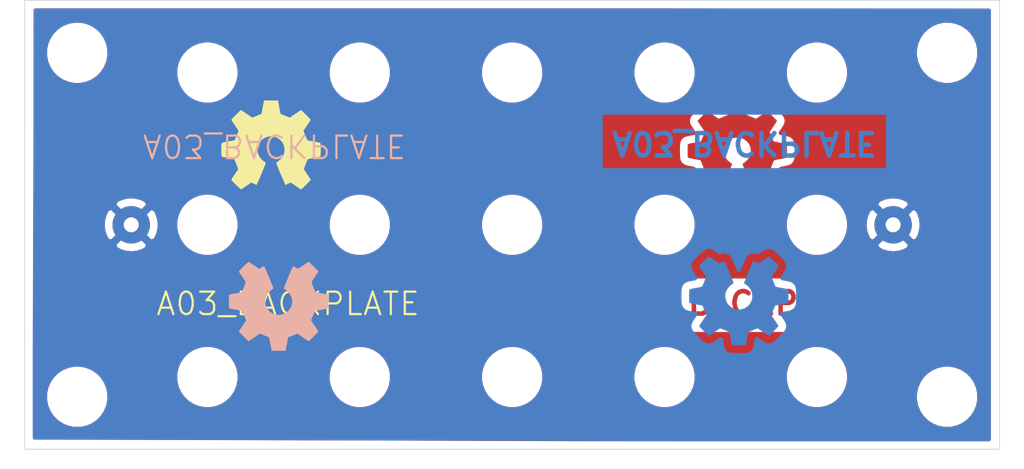
<source format=kicad_pcb>
(kicad_pcb (version 20171130) (host pcbnew 5.1.5-52549c5~86~ubuntu18.04.1)

  (general
    (thickness 1.6)
    (drawings 8)
    (tracks 0)
    (zones 0)
    (modules 25)
    (nets 2)
  )

  (page A4)
  (title_block
    (title "A03 BACKPLATE")
    (company Galopago)
  )

  (layers
    (0 F.Cu signal)
    (31 B.Cu signal)
    (32 B.Adhes user)
    (33 F.Adhes user)
    (34 B.Paste user)
    (35 F.Paste user)
    (36 B.SilkS user)
    (37 F.SilkS user)
    (38 B.Mask user)
    (39 F.Mask user)
    (40 Dwgs.User user)
    (41 Cmts.User user)
    (42 Eco1.User user)
    (43 Eco2.User user)
    (44 Edge.Cuts user)
    (45 Margin user)
    (46 B.CrtYd user)
    (47 F.CrtYd user)
    (48 B.Fab user)
    (49 F.Fab user)
  )

  (setup
    (last_trace_width 0.25)
    (trace_clearance 0.2)
    (zone_clearance 0.508)
    (zone_45_only no)
    (trace_min 0.2)
    (via_size 0.8)
    (via_drill 0.4)
    (via_min_size 0.4)
    (via_min_drill 0.3)
    (uvia_size 0.3)
    (uvia_drill 0.1)
    (uvias_allowed no)
    (uvia_min_size 0.2)
    (uvia_min_drill 0.1)
    (edge_width 0.05)
    (segment_width 0.2)
    (pcb_text_width 0.3)
    (pcb_text_size 1.5 1.5)
    (mod_edge_width 0.12)
    (mod_text_size 1 1)
    (mod_text_width 0.15)
    (pad_size 3 3)
    (pad_drill 3)
    (pad_to_mask_clearance 0.051)
    (solder_mask_min_width 0.25)
    (aux_axis_origin 0 0)
    (visible_elements FFFFFF7F)
    (pcbplotparams
      (layerselection 0x010f0_ffffffff)
      (usegerberextensions false)
      (usegerberattributes false)
      (usegerberadvancedattributes false)
      (creategerberjobfile false)
      (excludeedgelayer true)
      (linewidth 0.100000)
      (plotframeref false)
      (viasonmask false)
      (mode 1)
      (useauxorigin false)
      (hpglpennumber 1)
      (hpglpenspeed 20)
      (hpglpendiameter 15.000000)
      (psnegative false)
      (psa4output false)
      (plotreference true)
      (plotvalue true)
      (plotinvisibletext false)
      (padsonsilk false)
      (subtractmaskfromsilk false)
      (outputformat 1)
      (mirror false)
      (drillshape 0)
      (scaleselection 1)
      (outputdirectory "gerber/single/"))
  )

  (net 0 "")
  (net 1 "Net-(J0-Pad1)")

  (net_class Default "This is the default net class."
    (clearance 0.2)
    (trace_width 0.25)
    (via_dia 0.8)
    (via_drill 0.4)
    (uvia_dia 0.3)
    (uvia_drill 0.1)
    (add_net "Net-(J0-Pad1)")
  )

  (module Symbol:OSHW-Symbol_6.7x6mm_Copper (layer B.Cu) (tedit 0) (tstamp 5F495703)
    (at 69.3928 39.0398)
    (descr "Open Source Hardware Symbol")
    (tags "Logo Symbol OSHW")
    (attr virtual)
    (fp_text reference REF** (at 0 0) (layer B.SilkS) hide
      (effects (font (size 1 1) (thickness 0.15)) (justify mirror))
    )
    (fp_text value OSHW-Symbol_6.7x6mm_Copper (at 0.75 0) (layer B.Fab) hide
      (effects (font (size 1 1) (thickness 0.15)) (justify mirror))
    )
    (fp_poly (pts (xy 0.555814 2.531069) (xy 0.639635 2.086445) (xy 0.94892 1.958947) (xy 1.258206 1.831449)
      (xy 1.629246 2.083754) (xy 1.733157 2.154004) (xy 1.827087 2.216728) (xy 1.906652 2.269062)
      (xy 1.96747 2.308143) (xy 2.005157 2.331107) (xy 2.015421 2.336058) (xy 2.03391 2.323324)
      (xy 2.07342 2.288118) (xy 2.129522 2.234938) (xy 2.197787 2.168282) (xy 2.273786 2.092646)
      (xy 2.353092 2.012528) (xy 2.431275 1.932426) (xy 2.503907 1.856836) (xy 2.566559 1.790255)
      (xy 2.614803 1.737182) (xy 2.64421 1.702113) (xy 2.651241 1.690377) (xy 2.641123 1.66874)
      (xy 2.612759 1.621338) (xy 2.569129 1.552807) (xy 2.513218 1.467785) (xy 2.448006 1.370907)
      (xy 2.410219 1.31565) (xy 2.341343 1.214752) (xy 2.28014 1.123701) (xy 2.229578 1.04703)
      (xy 2.192628 0.989272) (xy 2.172258 0.954957) (xy 2.169197 0.947746) (xy 2.176136 0.927252)
      (xy 2.195051 0.879487) (xy 2.223087 0.811168) (xy 2.257391 0.729011) (xy 2.295109 0.63973)
      (xy 2.333387 0.550042) (xy 2.36937 0.466662) (xy 2.400206 0.396306) (xy 2.423039 0.34569)
      (xy 2.435017 0.321529) (xy 2.435724 0.320578) (xy 2.454531 0.315964) (xy 2.504618 0.305672)
      (xy 2.580793 0.290713) (xy 2.677865 0.272099) (xy 2.790643 0.250841) (xy 2.856442 0.238582)
      (xy 2.97695 0.215638) (xy 3.085797 0.193805) (xy 3.177476 0.174278) (xy 3.246481 0.158252)
      (xy 3.287304 0.146921) (xy 3.295511 0.143326) (xy 3.303548 0.118994) (xy 3.310033 0.064041)
      (xy 3.31497 -0.015108) (xy 3.318364 -0.112026) (xy 3.320218 -0.220287) (xy 3.320538 -0.333465)
      (xy 3.319327 -0.445135) (xy 3.31659 -0.548868) (xy 3.312331 -0.638241) (xy 3.306555 -0.706826)
      (xy 3.299267 -0.748197) (xy 3.294895 -0.75681) (xy 3.268764 -0.767133) (xy 3.213393 -0.781892)
      (xy 3.136107 -0.799352) (xy 3.04423 -0.81778) (xy 3.012158 -0.823741) (xy 2.857524 -0.852066)
      (xy 2.735375 -0.874876) (xy 2.641673 -0.89308) (xy 2.572384 -0.907583) (xy 2.523471 -0.919292)
      (xy 2.490897 -0.929115) (xy 2.470628 -0.937956) (xy 2.458626 -0.946724) (xy 2.456947 -0.948457)
      (xy 2.440184 -0.976371) (xy 2.414614 -1.030695) (xy 2.382788 -1.104777) (xy 2.34726 -1.191965)
      (xy 2.310583 -1.285608) (xy 2.275311 -1.379052) (xy 2.243996 -1.465647) (xy 2.219193 -1.53874)
      (xy 2.203454 -1.591678) (xy 2.199332 -1.617811) (xy 2.199676 -1.618726) (xy 2.213641 -1.640086)
      (xy 2.245322 -1.687084) (xy 2.291391 -1.754827) (xy 2.348518 -1.838423) (xy 2.413373 -1.932982)
      (xy 2.431843 -1.959854) (xy 2.497699 -2.057275) (xy 2.55565 -2.146163) (xy 2.602538 -2.221412)
      (xy 2.635207 -2.27792) (xy 2.6505 -2.310581) (xy 2.651241 -2.314593) (xy 2.638392 -2.335684)
      (xy 2.602888 -2.377464) (xy 2.549293 -2.435445) (xy 2.482171 -2.505135) (xy 2.406087 -2.582045)
      (xy 2.325604 -2.661683) (xy 2.245287 -2.739561) (xy 2.169699 -2.811186) (xy 2.103405 -2.87207)
      (xy 2.050969 -2.917721) (xy 2.016955 -2.94365) (xy 2.007545 -2.947883) (xy 1.985643 -2.937912)
      (xy 1.9408 -2.91102) (xy 1.880321 -2.871736) (xy 1.833789 -2.840117) (xy 1.749475 -2.782098)
      (xy 1.649626 -2.713784) (xy 1.549473 -2.645579) (xy 1.495627 -2.609075) (xy 1.313371 -2.4858)
      (xy 1.160381 -2.56852) (xy 1.090682 -2.604759) (xy 1.031414 -2.632926) (xy 0.991311 -2.648991)
      (xy 0.981103 -2.651226) (xy 0.968829 -2.634722) (xy 0.944613 -2.588082) (xy 0.910263 -2.515609)
      (xy 0.867588 -2.421606) (xy 0.818394 -2.310374) (xy 0.76449 -2.186215) (xy 0.707684 -2.053432)
      (xy 0.649782 -1.916327) (xy 0.592593 -1.779202) (xy 0.537924 -1.646358) (xy 0.487584 -1.522098)
      (xy 0.44338 -1.410725) (xy 0.407119 -1.316539) (xy 0.380609 -1.243844) (xy 0.365658 -1.196941)
      (xy 0.363254 -1.180833) (xy 0.382311 -1.160286) (xy 0.424036 -1.126933) (xy 0.479706 -1.087702)
      (xy 0.484378 -1.084599) (xy 0.628264 -0.969423) (xy 0.744283 -0.835053) (xy 0.83143 -0.685784)
      (xy 0.888699 -0.525913) (xy 0.915086 -0.359737) (xy 0.909585 -0.191552) (xy 0.87119 -0.025655)
      (xy 0.798895 0.133658) (xy 0.777626 0.168513) (xy 0.666996 0.309263) (xy 0.536302 0.422286)
      (xy 0.390064 0.506997) (xy 0.232808 0.562806) (xy 0.069057 0.589126) (xy -0.096667 0.58537)
      (xy -0.259838 0.55095) (xy -0.415935 0.485277) (xy -0.560433 0.387765) (xy -0.605131 0.348187)
      (xy -0.718888 0.224297) (xy -0.801782 0.093876) (xy -0.858644 -0.052315) (xy -0.890313 -0.197088)
      (xy -0.898131 -0.35986) (xy -0.872062 -0.52344) (xy -0.814755 -0.682298) (xy -0.728856 -0.830906)
      (xy -0.617014 -0.963735) (xy -0.481877 -1.075256) (xy -0.464117 -1.087011) (xy -0.40785 -1.125508)
      (xy -0.365077 -1.158863) (xy -0.344628 -1.18016) (xy -0.344331 -1.180833) (xy -0.348721 -1.203871)
      (xy -0.366124 -1.256157) (xy -0.394732 -1.33339) (xy -0.432735 -1.431268) (xy -0.478326 -1.545491)
      (xy -0.529697 -1.671758) (xy -0.585038 -1.805767) (xy -0.642542 -1.943218) (xy -0.700399 -2.079808)
      (xy -0.756802 -2.211237) (xy -0.809942 -2.333205) (xy -0.85801 -2.441409) (xy -0.899199 -2.531549)
      (xy -0.931699 -2.599323) (xy -0.953703 -2.64043) (xy -0.962564 -2.651226) (xy -0.98964 -2.642819)
      (xy -1.040303 -2.620272) (xy -1.105817 -2.587613) (xy -1.141841 -2.56852) (xy -1.294832 -2.4858)
      (xy -1.477088 -2.609075) (xy -1.570125 -2.672228) (xy -1.671985 -2.741727) (xy -1.767438 -2.807165)
      (xy -1.81525 -2.840117) (xy -1.882495 -2.885273) (xy -1.939436 -2.921057) (xy -1.978646 -2.942938)
      (xy -1.991381 -2.947563) (xy -2.009917 -2.935085) (xy -2.050941 -2.900252) (xy -2.110475 -2.846678)
      (xy -2.184542 -2.777983) (xy -2.269165 -2.697781) (xy -2.322685 -2.646286) (xy -2.416319 -2.554286)
      (xy -2.497241 -2.471999) (xy -2.562177 -2.402945) (xy -2.607858 -2.350644) (xy -2.631011 -2.318616)
      (xy -2.633232 -2.312116) (xy -2.622924 -2.287394) (xy -2.594439 -2.237405) (xy -2.550937 -2.167212)
      (xy -2.495577 -2.081875) (xy -2.43152 -1.986456) (xy -2.413303 -1.959854) (xy -2.346927 -1.863167)
      (xy -2.287378 -1.776117) (xy -2.237984 -1.703595) (xy -2.202075 -1.650493) (xy -2.182981 -1.621703)
      (xy -2.181136 -1.618726) (xy -2.183895 -1.595782) (xy -2.198538 -1.545336) (xy -2.222513 -1.474041)
      (xy -2.253266 -1.388547) (xy -2.288244 -1.295507) (xy -2.324893 -1.201574) (xy -2.360661 -1.113399)
      (xy -2.392994 -1.037634) (xy -2.419338 -0.980931) (xy -2.437142 -0.949943) (xy -2.438407 -0.948457)
      (xy -2.449294 -0.939601) (xy -2.467682 -0.930843) (xy -2.497606 -0.921277) (xy -2.543103 -0.909996)
      (xy -2.608209 -0.896093) (xy -2.696961 -0.878663) (xy -2.813393 -0.856798) (xy -2.961542 -0.829591)
      (xy -2.993618 -0.823741) (xy -3.088686 -0.805374) (xy -3.171565 -0.787405) (xy -3.23493 -0.771569)
      (xy -3.271458 -0.7596) (xy -3.276356 -0.75681) (xy -3.284427 -0.732072) (xy -3.290987 -0.67679)
      (xy -3.296033 -0.597389) (xy -3.299559 -0.500296) (xy -3.301561 -0.391938) (xy -3.302036 -0.27874)
      (xy -3.300977 -0.167128) (xy -3.298382 -0.063529) (xy -3.294246 0.025632) (xy -3.288563 0.093928)
      (xy -3.281331 0.134934) (xy -3.276971 0.143326) (xy -3.252698 0.151792) (xy -3.197426 0.165565)
      (xy -3.116662 0.18345) (xy -3.015912 0.204252) (xy -2.900683 0.226777) (xy -2.837902 0.238582)
      (xy -2.718787 0.260849) (xy -2.612565 0.281021) (xy -2.524427 0.298085) (xy -2.459566 0.311031)
      (xy -2.423174 0.318845) (xy -2.417184 0.320578) (xy -2.407061 0.34011) (xy -2.385662 0.387157)
      (xy -2.355839 0.454997) (xy -2.320445 0.536909) (xy -2.282332 0.626172) (xy -2.244353 0.716065)
      (xy -2.20936 0.799865) (xy -2.180206 0.870853) (xy -2.159743 0.922306) (xy -2.150823 0.947503)
      (xy -2.150657 0.948604) (xy -2.160769 0.968481) (xy -2.189117 1.014223) (xy -2.232723 1.081283)
      (xy -2.288606 1.165116) (xy -2.353787 1.261174) (xy -2.391679 1.31635) (xy -2.460725 1.417519)
      (xy -2.52205 1.50937) (xy -2.572663 1.587256) (xy -2.609571 1.646531) (xy -2.629782 1.682549)
      (xy -2.632701 1.690623) (xy -2.620153 1.709416) (xy -2.585463 1.749543) (xy -2.533063 1.806507)
      (xy -2.467384 1.875815) (xy -2.392856 1.952969) (xy -2.313913 2.033475) (xy -2.234983 2.112837)
      (xy -2.1605 2.18656) (xy -2.094894 2.250148) (xy -2.042596 2.299106) (xy -2.008039 2.328939)
      (xy -1.996478 2.336058) (xy -1.977654 2.326047) (xy -1.932631 2.297922) (xy -1.865787 2.254546)
      (xy -1.781499 2.198782) (xy -1.684144 2.133494) (xy -1.610707 2.083754) (xy -1.239667 1.831449)
      (xy -0.621095 2.086445) (xy -0.537275 2.531069) (xy -0.453454 2.975693) (xy 0.471994 2.975693)
      (xy 0.555814 2.531069)) (layer B.Cu) (width 0.01))
  )

  (module Symbol:OSHW-Symbol_6.7x6mm_SilkScreen (layer F.Cu) (tedit 0) (tstamp 5F4956CB)
    (at 38.2016 28.6512)
    (descr "Open Source Hardware Symbol")
    (tags "Logo Symbol OSHW")
    (attr virtual)
    (fp_text reference REF** (at 0 0) (layer F.SilkS) hide
      (effects (font (size 1 1) (thickness 0.15)))
    )
    (fp_text value OSHW-Symbol_6.7x6mm_SilkScreen (at 0.75 0) (layer F.Fab) hide
      (effects (font (size 1 1) (thickness 0.15)))
    )
    (fp_poly (pts (xy 0.555814 -2.531069) (xy 0.639635 -2.086445) (xy 0.94892 -1.958947) (xy 1.258206 -1.831449)
      (xy 1.629246 -2.083754) (xy 1.733157 -2.154004) (xy 1.827087 -2.216728) (xy 1.906652 -2.269062)
      (xy 1.96747 -2.308143) (xy 2.005157 -2.331107) (xy 2.015421 -2.336058) (xy 2.03391 -2.323324)
      (xy 2.07342 -2.288118) (xy 2.129522 -2.234938) (xy 2.197787 -2.168282) (xy 2.273786 -2.092646)
      (xy 2.353092 -2.012528) (xy 2.431275 -1.932426) (xy 2.503907 -1.856836) (xy 2.566559 -1.790255)
      (xy 2.614803 -1.737182) (xy 2.64421 -1.702113) (xy 2.651241 -1.690377) (xy 2.641123 -1.66874)
      (xy 2.612759 -1.621338) (xy 2.569129 -1.552807) (xy 2.513218 -1.467785) (xy 2.448006 -1.370907)
      (xy 2.410219 -1.31565) (xy 2.341343 -1.214752) (xy 2.28014 -1.123701) (xy 2.229578 -1.04703)
      (xy 2.192628 -0.989272) (xy 2.172258 -0.954957) (xy 2.169197 -0.947746) (xy 2.176136 -0.927252)
      (xy 2.195051 -0.879487) (xy 2.223087 -0.811168) (xy 2.257391 -0.729011) (xy 2.295109 -0.63973)
      (xy 2.333387 -0.550042) (xy 2.36937 -0.466662) (xy 2.400206 -0.396306) (xy 2.423039 -0.34569)
      (xy 2.435017 -0.321529) (xy 2.435724 -0.320578) (xy 2.454531 -0.315964) (xy 2.504618 -0.305672)
      (xy 2.580793 -0.290713) (xy 2.677865 -0.272099) (xy 2.790643 -0.250841) (xy 2.856442 -0.238582)
      (xy 2.97695 -0.215638) (xy 3.085797 -0.193805) (xy 3.177476 -0.174278) (xy 3.246481 -0.158252)
      (xy 3.287304 -0.146921) (xy 3.295511 -0.143326) (xy 3.303548 -0.118994) (xy 3.310033 -0.064041)
      (xy 3.31497 0.015108) (xy 3.318364 0.112026) (xy 3.320218 0.220287) (xy 3.320538 0.333465)
      (xy 3.319327 0.445135) (xy 3.31659 0.548868) (xy 3.312331 0.638241) (xy 3.306555 0.706826)
      (xy 3.299267 0.748197) (xy 3.294895 0.75681) (xy 3.268764 0.767133) (xy 3.213393 0.781892)
      (xy 3.136107 0.799352) (xy 3.04423 0.81778) (xy 3.012158 0.823741) (xy 2.857524 0.852066)
      (xy 2.735375 0.874876) (xy 2.641673 0.89308) (xy 2.572384 0.907583) (xy 2.523471 0.919292)
      (xy 2.490897 0.929115) (xy 2.470628 0.937956) (xy 2.458626 0.946724) (xy 2.456947 0.948457)
      (xy 2.440184 0.976371) (xy 2.414614 1.030695) (xy 2.382788 1.104777) (xy 2.34726 1.191965)
      (xy 2.310583 1.285608) (xy 2.275311 1.379052) (xy 2.243996 1.465647) (xy 2.219193 1.53874)
      (xy 2.203454 1.591678) (xy 2.199332 1.617811) (xy 2.199676 1.618726) (xy 2.213641 1.640086)
      (xy 2.245322 1.687084) (xy 2.291391 1.754827) (xy 2.348518 1.838423) (xy 2.413373 1.932982)
      (xy 2.431843 1.959854) (xy 2.497699 2.057275) (xy 2.55565 2.146163) (xy 2.602538 2.221412)
      (xy 2.635207 2.27792) (xy 2.6505 2.310581) (xy 2.651241 2.314593) (xy 2.638392 2.335684)
      (xy 2.602888 2.377464) (xy 2.549293 2.435445) (xy 2.482171 2.505135) (xy 2.406087 2.582045)
      (xy 2.325604 2.661683) (xy 2.245287 2.739561) (xy 2.169699 2.811186) (xy 2.103405 2.87207)
      (xy 2.050969 2.917721) (xy 2.016955 2.94365) (xy 2.007545 2.947883) (xy 1.985643 2.937912)
      (xy 1.9408 2.91102) (xy 1.880321 2.871736) (xy 1.833789 2.840117) (xy 1.749475 2.782098)
      (xy 1.649626 2.713784) (xy 1.549473 2.645579) (xy 1.495627 2.609075) (xy 1.313371 2.4858)
      (xy 1.160381 2.56852) (xy 1.090682 2.604759) (xy 1.031414 2.632926) (xy 0.991311 2.648991)
      (xy 0.981103 2.651226) (xy 0.968829 2.634722) (xy 0.944613 2.588082) (xy 0.910263 2.515609)
      (xy 0.867588 2.421606) (xy 0.818394 2.310374) (xy 0.76449 2.186215) (xy 0.707684 2.053432)
      (xy 0.649782 1.916327) (xy 0.592593 1.779202) (xy 0.537924 1.646358) (xy 0.487584 1.522098)
      (xy 0.44338 1.410725) (xy 0.407119 1.316539) (xy 0.380609 1.243844) (xy 0.365658 1.196941)
      (xy 0.363254 1.180833) (xy 0.382311 1.160286) (xy 0.424036 1.126933) (xy 0.479706 1.087702)
      (xy 0.484378 1.084599) (xy 0.628264 0.969423) (xy 0.744283 0.835053) (xy 0.83143 0.685784)
      (xy 0.888699 0.525913) (xy 0.915086 0.359737) (xy 0.909585 0.191552) (xy 0.87119 0.025655)
      (xy 0.798895 -0.133658) (xy 0.777626 -0.168513) (xy 0.666996 -0.309263) (xy 0.536302 -0.422286)
      (xy 0.390064 -0.506997) (xy 0.232808 -0.562806) (xy 0.069057 -0.589126) (xy -0.096667 -0.58537)
      (xy -0.259838 -0.55095) (xy -0.415935 -0.485277) (xy -0.560433 -0.387765) (xy -0.605131 -0.348187)
      (xy -0.718888 -0.224297) (xy -0.801782 -0.093876) (xy -0.858644 0.052315) (xy -0.890313 0.197088)
      (xy -0.898131 0.35986) (xy -0.872062 0.52344) (xy -0.814755 0.682298) (xy -0.728856 0.830906)
      (xy -0.617014 0.963735) (xy -0.481877 1.075256) (xy -0.464117 1.087011) (xy -0.40785 1.125508)
      (xy -0.365077 1.158863) (xy -0.344628 1.18016) (xy -0.344331 1.180833) (xy -0.348721 1.203871)
      (xy -0.366124 1.256157) (xy -0.394732 1.33339) (xy -0.432735 1.431268) (xy -0.478326 1.545491)
      (xy -0.529697 1.671758) (xy -0.585038 1.805767) (xy -0.642542 1.943218) (xy -0.700399 2.079808)
      (xy -0.756802 2.211237) (xy -0.809942 2.333205) (xy -0.85801 2.441409) (xy -0.899199 2.531549)
      (xy -0.931699 2.599323) (xy -0.953703 2.64043) (xy -0.962564 2.651226) (xy -0.98964 2.642819)
      (xy -1.040303 2.620272) (xy -1.105817 2.587613) (xy -1.141841 2.56852) (xy -1.294832 2.4858)
      (xy -1.477088 2.609075) (xy -1.570125 2.672228) (xy -1.671985 2.741727) (xy -1.767438 2.807165)
      (xy -1.81525 2.840117) (xy -1.882495 2.885273) (xy -1.939436 2.921057) (xy -1.978646 2.942938)
      (xy -1.991381 2.947563) (xy -2.009917 2.935085) (xy -2.050941 2.900252) (xy -2.110475 2.846678)
      (xy -2.184542 2.777983) (xy -2.269165 2.697781) (xy -2.322685 2.646286) (xy -2.416319 2.554286)
      (xy -2.497241 2.471999) (xy -2.562177 2.402945) (xy -2.607858 2.350644) (xy -2.631011 2.318616)
      (xy -2.633232 2.312116) (xy -2.622924 2.287394) (xy -2.594439 2.237405) (xy -2.550937 2.167212)
      (xy -2.495577 2.081875) (xy -2.43152 1.986456) (xy -2.413303 1.959854) (xy -2.346927 1.863167)
      (xy -2.287378 1.776117) (xy -2.237984 1.703595) (xy -2.202075 1.650493) (xy -2.182981 1.621703)
      (xy -2.181136 1.618726) (xy -2.183895 1.595782) (xy -2.198538 1.545336) (xy -2.222513 1.474041)
      (xy -2.253266 1.388547) (xy -2.288244 1.295507) (xy -2.324893 1.201574) (xy -2.360661 1.113399)
      (xy -2.392994 1.037634) (xy -2.419338 0.980931) (xy -2.437142 0.949943) (xy -2.438407 0.948457)
      (xy -2.449294 0.939601) (xy -2.467682 0.930843) (xy -2.497606 0.921277) (xy -2.543103 0.909996)
      (xy -2.608209 0.896093) (xy -2.696961 0.878663) (xy -2.813393 0.856798) (xy -2.961542 0.829591)
      (xy -2.993618 0.823741) (xy -3.088686 0.805374) (xy -3.171565 0.787405) (xy -3.23493 0.771569)
      (xy -3.271458 0.7596) (xy -3.276356 0.75681) (xy -3.284427 0.732072) (xy -3.290987 0.67679)
      (xy -3.296033 0.597389) (xy -3.299559 0.500296) (xy -3.301561 0.391938) (xy -3.302036 0.27874)
      (xy -3.300977 0.167128) (xy -3.298382 0.063529) (xy -3.294246 -0.025632) (xy -3.288563 -0.093928)
      (xy -3.281331 -0.134934) (xy -3.276971 -0.143326) (xy -3.252698 -0.151792) (xy -3.197426 -0.165565)
      (xy -3.116662 -0.18345) (xy -3.015912 -0.204252) (xy -2.900683 -0.226777) (xy -2.837902 -0.238582)
      (xy -2.718787 -0.260849) (xy -2.612565 -0.281021) (xy -2.524427 -0.298085) (xy -2.459566 -0.311031)
      (xy -2.423174 -0.318845) (xy -2.417184 -0.320578) (xy -2.407061 -0.34011) (xy -2.385662 -0.387157)
      (xy -2.355839 -0.454997) (xy -2.320445 -0.536909) (xy -2.282332 -0.626172) (xy -2.244353 -0.716065)
      (xy -2.20936 -0.799865) (xy -2.180206 -0.870853) (xy -2.159743 -0.922306) (xy -2.150823 -0.947503)
      (xy -2.150657 -0.948604) (xy -2.160769 -0.968481) (xy -2.189117 -1.014223) (xy -2.232723 -1.081283)
      (xy -2.288606 -1.165116) (xy -2.353787 -1.261174) (xy -2.391679 -1.31635) (xy -2.460725 -1.417519)
      (xy -2.52205 -1.50937) (xy -2.572663 -1.587256) (xy -2.609571 -1.646531) (xy -2.629782 -1.682549)
      (xy -2.632701 -1.690623) (xy -2.620153 -1.709416) (xy -2.585463 -1.749543) (xy -2.533063 -1.806507)
      (xy -2.467384 -1.875815) (xy -2.392856 -1.952969) (xy -2.313913 -2.033475) (xy -2.234983 -2.112837)
      (xy -2.1605 -2.18656) (xy -2.094894 -2.250148) (xy -2.042596 -2.299106) (xy -2.008039 -2.328939)
      (xy -1.996478 -2.336058) (xy -1.977654 -2.326047) (xy -1.932631 -2.297922) (xy -1.865787 -2.254546)
      (xy -1.781499 -2.198782) (xy -1.684144 -2.133494) (xy -1.610707 -2.083754) (xy -1.239667 -1.831449)
      (xy -0.621095 -2.086445) (xy -0.537275 -2.531069) (xy -0.453454 -2.975693) (xy 0.471994 -2.975693)
      (xy 0.555814 -2.531069)) (layer F.SilkS) (width 0.01))
  )

  (module Symbol:OSHW-Symbol_6.7x6mm_SilkScreen (layer B.Cu) (tedit 0) (tstamp 5F4954CC)
    (at 38.7096 39.3954)
    (descr "Open Source Hardware Symbol")
    (tags "Logo Symbol OSHW")
    (attr virtual)
    (fp_text reference REF** (at 0 0) (layer B.SilkS) hide
      (effects (font (size 1 1) (thickness 0.15)) (justify mirror))
    )
    (fp_text value OSHW-Symbol_6.7x6mm_SilkScreen (at 0.75 0) (layer B.Fab) hide
      (effects (font (size 1 1) (thickness 0.15)) (justify mirror))
    )
    (fp_poly (pts (xy 0.555814 2.531069) (xy 0.639635 2.086445) (xy 0.94892 1.958947) (xy 1.258206 1.831449)
      (xy 1.629246 2.083754) (xy 1.733157 2.154004) (xy 1.827087 2.216728) (xy 1.906652 2.269062)
      (xy 1.96747 2.308143) (xy 2.005157 2.331107) (xy 2.015421 2.336058) (xy 2.03391 2.323324)
      (xy 2.07342 2.288118) (xy 2.129522 2.234938) (xy 2.197787 2.168282) (xy 2.273786 2.092646)
      (xy 2.353092 2.012528) (xy 2.431275 1.932426) (xy 2.503907 1.856836) (xy 2.566559 1.790255)
      (xy 2.614803 1.737182) (xy 2.64421 1.702113) (xy 2.651241 1.690377) (xy 2.641123 1.66874)
      (xy 2.612759 1.621338) (xy 2.569129 1.552807) (xy 2.513218 1.467785) (xy 2.448006 1.370907)
      (xy 2.410219 1.31565) (xy 2.341343 1.214752) (xy 2.28014 1.123701) (xy 2.229578 1.04703)
      (xy 2.192628 0.989272) (xy 2.172258 0.954957) (xy 2.169197 0.947746) (xy 2.176136 0.927252)
      (xy 2.195051 0.879487) (xy 2.223087 0.811168) (xy 2.257391 0.729011) (xy 2.295109 0.63973)
      (xy 2.333387 0.550042) (xy 2.36937 0.466662) (xy 2.400206 0.396306) (xy 2.423039 0.34569)
      (xy 2.435017 0.321529) (xy 2.435724 0.320578) (xy 2.454531 0.315964) (xy 2.504618 0.305672)
      (xy 2.580793 0.290713) (xy 2.677865 0.272099) (xy 2.790643 0.250841) (xy 2.856442 0.238582)
      (xy 2.97695 0.215638) (xy 3.085797 0.193805) (xy 3.177476 0.174278) (xy 3.246481 0.158252)
      (xy 3.287304 0.146921) (xy 3.295511 0.143326) (xy 3.303548 0.118994) (xy 3.310033 0.064041)
      (xy 3.31497 -0.015108) (xy 3.318364 -0.112026) (xy 3.320218 -0.220287) (xy 3.320538 -0.333465)
      (xy 3.319327 -0.445135) (xy 3.31659 -0.548868) (xy 3.312331 -0.638241) (xy 3.306555 -0.706826)
      (xy 3.299267 -0.748197) (xy 3.294895 -0.75681) (xy 3.268764 -0.767133) (xy 3.213393 -0.781892)
      (xy 3.136107 -0.799352) (xy 3.04423 -0.81778) (xy 3.012158 -0.823741) (xy 2.857524 -0.852066)
      (xy 2.735375 -0.874876) (xy 2.641673 -0.89308) (xy 2.572384 -0.907583) (xy 2.523471 -0.919292)
      (xy 2.490897 -0.929115) (xy 2.470628 -0.937956) (xy 2.458626 -0.946724) (xy 2.456947 -0.948457)
      (xy 2.440184 -0.976371) (xy 2.414614 -1.030695) (xy 2.382788 -1.104777) (xy 2.34726 -1.191965)
      (xy 2.310583 -1.285608) (xy 2.275311 -1.379052) (xy 2.243996 -1.465647) (xy 2.219193 -1.53874)
      (xy 2.203454 -1.591678) (xy 2.199332 -1.617811) (xy 2.199676 -1.618726) (xy 2.213641 -1.640086)
      (xy 2.245322 -1.687084) (xy 2.291391 -1.754827) (xy 2.348518 -1.838423) (xy 2.413373 -1.932982)
      (xy 2.431843 -1.959854) (xy 2.497699 -2.057275) (xy 2.55565 -2.146163) (xy 2.602538 -2.221412)
      (xy 2.635207 -2.27792) (xy 2.6505 -2.310581) (xy 2.651241 -2.314593) (xy 2.638392 -2.335684)
      (xy 2.602888 -2.377464) (xy 2.549293 -2.435445) (xy 2.482171 -2.505135) (xy 2.406087 -2.582045)
      (xy 2.325604 -2.661683) (xy 2.245287 -2.739561) (xy 2.169699 -2.811186) (xy 2.103405 -2.87207)
      (xy 2.050969 -2.917721) (xy 2.016955 -2.94365) (xy 2.007545 -2.947883) (xy 1.985643 -2.937912)
      (xy 1.9408 -2.91102) (xy 1.880321 -2.871736) (xy 1.833789 -2.840117) (xy 1.749475 -2.782098)
      (xy 1.649626 -2.713784) (xy 1.549473 -2.645579) (xy 1.495627 -2.609075) (xy 1.313371 -2.4858)
      (xy 1.160381 -2.56852) (xy 1.090682 -2.604759) (xy 1.031414 -2.632926) (xy 0.991311 -2.648991)
      (xy 0.981103 -2.651226) (xy 0.968829 -2.634722) (xy 0.944613 -2.588082) (xy 0.910263 -2.515609)
      (xy 0.867588 -2.421606) (xy 0.818394 -2.310374) (xy 0.76449 -2.186215) (xy 0.707684 -2.053432)
      (xy 0.649782 -1.916327) (xy 0.592593 -1.779202) (xy 0.537924 -1.646358) (xy 0.487584 -1.522098)
      (xy 0.44338 -1.410725) (xy 0.407119 -1.316539) (xy 0.380609 -1.243844) (xy 0.365658 -1.196941)
      (xy 0.363254 -1.180833) (xy 0.382311 -1.160286) (xy 0.424036 -1.126933) (xy 0.479706 -1.087702)
      (xy 0.484378 -1.084599) (xy 0.628264 -0.969423) (xy 0.744283 -0.835053) (xy 0.83143 -0.685784)
      (xy 0.888699 -0.525913) (xy 0.915086 -0.359737) (xy 0.909585 -0.191552) (xy 0.87119 -0.025655)
      (xy 0.798895 0.133658) (xy 0.777626 0.168513) (xy 0.666996 0.309263) (xy 0.536302 0.422286)
      (xy 0.390064 0.506997) (xy 0.232808 0.562806) (xy 0.069057 0.589126) (xy -0.096667 0.58537)
      (xy -0.259838 0.55095) (xy -0.415935 0.485277) (xy -0.560433 0.387765) (xy -0.605131 0.348187)
      (xy -0.718888 0.224297) (xy -0.801782 0.093876) (xy -0.858644 -0.052315) (xy -0.890313 -0.197088)
      (xy -0.898131 -0.35986) (xy -0.872062 -0.52344) (xy -0.814755 -0.682298) (xy -0.728856 -0.830906)
      (xy -0.617014 -0.963735) (xy -0.481877 -1.075256) (xy -0.464117 -1.087011) (xy -0.40785 -1.125508)
      (xy -0.365077 -1.158863) (xy -0.344628 -1.18016) (xy -0.344331 -1.180833) (xy -0.348721 -1.203871)
      (xy -0.366124 -1.256157) (xy -0.394732 -1.33339) (xy -0.432735 -1.431268) (xy -0.478326 -1.545491)
      (xy -0.529697 -1.671758) (xy -0.585038 -1.805767) (xy -0.642542 -1.943218) (xy -0.700399 -2.079808)
      (xy -0.756802 -2.211237) (xy -0.809942 -2.333205) (xy -0.85801 -2.441409) (xy -0.899199 -2.531549)
      (xy -0.931699 -2.599323) (xy -0.953703 -2.64043) (xy -0.962564 -2.651226) (xy -0.98964 -2.642819)
      (xy -1.040303 -2.620272) (xy -1.105817 -2.587613) (xy -1.141841 -2.56852) (xy -1.294832 -2.4858)
      (xy -1.477088 -2.609075) (xy -1.570125 -2.672228) (xy -1.671985 -2.741727) (xy -1.767438 -2.807165)
      (xy -1.81525 -2.840117) (xy -1.882495 -2.885273) (xy -1.939436 -2.921057) (xy -1.978646 -2.942938)
      (xy -1.991381 -2.947563) (xy -2.009917 -2.935085) (xy -2.050941 -2.900252) (xy -2.110475 -2.846678)
      (xy -2.184542 -2.777983) (xy -2.269165 -2.697781) (xy -2.322685 -2.646286) (xy -2.416319 -2.554286)
      (xy -2.497241 -2.471999) (xy -2.562177 -2.402945) (xy -2.607858 -2.350644) (xy -2.631011 -2.318616)
      (xy -2.633232 -2.312116) (xy -2.622924 -2.287394) (xy -2.594439 -2.237405) (xy -2.550937 -2.167212)
      (xy -2.495577 -2.081875) (xy -2.43152 -1.986456) (xy -2.413303 -1.959854) (xy -2.346927 -1.863167)
      (xy -2.287378 -1.776117) (xy -2.237984 -1.703595) (xy -2.202075 -1.650493) (xy -2.182981 -1.621703)
      (xy -2.181136 -1.618726) (xy -2.183895 -1.595782) (xy -2.198538 -1.545336) (xy -2.222513 -1.474041)
      (xy -2.253266 -1.388547) (xy -2.288244 -1.295507) (xy -2.324893 -1.201574) (xy -2.360661 -1.113399)
      (xy -2.392994 -1.037634) (xy -2.419338 -0.980931) (xy -2.437142 -0.949943) (xy -2.438407 -0.948457)
      (xy -2.449294 -0.939601) (xy -2.467682 -0.930843) (xy -2.497606 -0.921277) (xy -2.543103 -0.909996)
      (xy -2.608209 -0.896093) (xy -2.696961 -0.878663) (xy -2.813393 -0.856798) (xy -2.961542 -0.829591)
      (xy -2.993618 -0.823741) (xy -3.088686 -0.805374) (xy -3.171565 -0.787405) (xy -3.23493 -0.771569)
      (xy -3.271458 -0.7596) (xy -3.276356 -0.75681) (xy -3.284427 -0.732072) (xy -3.290987 -0.67679)
      (xy -3.296033 -0.597389) (xy -3.299559 -0.500296) (xy -3.301561 -0.391938) (xy -3.302036 -0.27874)
      (xy -3.300977 -0.167128) (xy -3.298382 -0.063529) (xy -3.294246 0.025632) (xy -3.288563 0.093928)
      (xy -3.281331 0.134934) (xy -3.276971 0.143326) (xy -3.252698 0.151792) (xy -3.197426 0.165565)
      (xy -3.116662 0.18345) (xy -3.015912 0.204252) (xy -2.900683 0.226777) (xy -2.837902 0.238582)
      (xy -2.718787 0.260849) (xy -2.612565 0.281021) (xy -2.524427 0.298085) (xy -2.459566 0.311031)
      (xy -2.423174 0.318845) (xy -2.417184 0.320578) (xy -2.407061 0.34011) (xy -2.385662 0.387157)
      (xy -2.355839 0.454997) (xy -2.320445 0.536909) (xy -2.282332 0.626172) (xy -2.244353 0.716065)
      (xy -2.20936 0.799865) (xy -2.180206 0.870853) (xy -2.159743 0.922306) (xy -2.150823 0.947503)
      (xy -2.150657 0.948604) (xy -2.160769 0.968481) (xy -2.189117 1.014223) (xy -2.232723 1.081283)
      (xy -2.288606 1.165116) (xy -2.353787 1.261174) (xy -2.391679 1.31635) (xy -2.460725 1.417519)
      (xy -2.52205 1.50937) (xy -2.572663 1.587256) (xy -2.609571 1.646531) (xy -2.629782 1.682549)
      (xy -2.632701 1.690623) (xy -2.620153 1.709416) (xy -2.585463 1.749543) (xy -2.533063 1.806507)
      (xy -2.467384 1.875815) (xy -2.392856 1.952969) (xy -2.313913 2.033475) (xy -2.234983 2.112837)
      (xy -2.1605 2.18656) (xy -2.094894 2.250148) (xy -2.042596 2.299106) (xy -2.008039 2.328939)
      (xy -1.996478 2.336058) (xy -1.977654 2.326047) (xy -1.932631 2.297922) (xy -1.865787 2.254546)
      (xy -1.781499 2.198782) (xy -1.684144 2.133494) (xy -1.610707 2.083754) (xy -1.239667 1.831449)
      (xy -0.621095 2.086445) (xy -0.537275 2.531069) (xy -0.453454 2.975693) (xy 0.471994 2.975693)
      (xy 0.555814 2.531069)) (layer B.SilkS) (width 0.01))
  )

  (module Symbol:OSHW-Symbol_6.7x6mm_Copper (layer F.Cu) (tedit 0) (tstamp 5F495317)
    (at 69.2912 28.7274)
    (descr "Open Source Hardware Symbol")
    (tags "Logo Symbol OSHW")
    (attr virtual)
    (fp_text reference REF** (at 0 0) (layer F.SilkS) hide
      (effects (font (size 1 1) (thickness 0.15)))
    )
    (fp_text value OSHW-Symbol_6.7x6mm_Copper (at 0.75 0) (layer F.Fab) hide
      (effects (font (size 1 1) (thickness 0.15)))
    )
    (fp_poly (pts (xy 0.555814 -2.531069) (xy 0.639635 -2.086445) (xy 0.94892 -1.958947) (xy 1.258206 -1.831449)
      (xy 1.629246 -2.083754) (xy 1.733157 -2.154004) (xy 1.827087 -2.216728) (xy 1.906652 -2.269062)
      (xy 1.96747 -2.308143) (xy 2.005157 -2.331107) (xy 2.015421 -2.336058) (xy 2.03391 -2.323324)
      (xy 2.07342 -2.288118) (xy 2.129522 -2.234938) (xy 2.197787 -2.168282) (xy 2.273786 -2.092646)
      (xy 2.353092 -2.012528) (xy 2.431275 -1.932426) (xy 2.503907 -1.856836) (xy 2.566559 -1.790255)
      (xy 2.614803 -1.737182) (xy 2.64421 -1.702113) (xy 2.651241 -1.690377) (xy 2.641123 -1.66874)
      (xy 2.612759 -1.621338) (xy 2.569129 -1.552807) (xy 2.513218 -1.467785) (xy 2.448006 -1.370907)
      (xy 2.410219 -1.31565) (xy 2.341343 -1.214752) (xy 2.28014 -1.123701) (xy 2.229578 -1.04703)
      (xy 2.192628 -0.989272) (xy 2.172258 -0.954957) (xy 2.169197 -0.947746) (xy 2.176136 -0.927252)
      (xy 2.195051 -0.879487) (xy 2.223087 -0.811168) (xy 2.257391 -0.729011) (xy 2.295109 -0.63973)
      (xy 2.333387 -0.550042) (xy 2.36937 -0.466662) (xy 2.400206 -0.396306) (xy 2.423039 -0.34569)
      (xy 2.435017 -0.321529) (xy 2.435724 -0.320578) (xy 2.454531 -0.315964) (xy 2.504618 -0.305672)
      (xy 2.580793 -0.290713) (xy 2.677865 -0.272099) (xy 2.790643 -0.250841) (xy 2.856442 -0.238582)
      (xy 2.97695 -0.215638) (xy 3.085797 -0.193805) (xy 3.177476 -0.174278) (xy 3.246481 -0.158252)
      (xy 3.287304 -0.146921) (xy 3.295511 -0.143326) (xy 3.303548 -0.118994) (xy 3.310033 -0.064041)
      (xy 3.31497 0.015108) (xy 3.318364 0.112026) (xy 3.320218 0.220287) (xy 3.320538 0.333465)
      (xy 3.319327 0.445135) (xy 3.31659 0.548868) (xy 3.312331 0.638241) (xy 3.306555 0.706826)
      (xy 3.299267 0.748197) (xy 3.294895 0.75681) (xy 3.268764 0.767133) (xy 3.213393 0.781892)
      (xy 3.136107 0.799352) (xy 3.04423 0.81778) (xy 3.012158 0.823741) (xy 2.857524 0.852066)
      (xy 2.735375 0.874876) (xy 2.641673 0.89308) (xy 2.572384 0.907583) (xy 2.523471 0.919292)
      (xy 2.490897 0.929115) (xy 2.470628 0.937956) (xy 2.458626 0.946724) (xy 2.456947 0.948457)
      (xy 2.440184 0.976371) (xy 2.414614 1.030695) (xy 2.382788 1.104777) (xy 2.34726 1.191965)
      (xy 2.310583 1.285608) (xy 2.275311 1.379052) (xy 2.243996 1.465647) (xy 2.219193 1.53874)
      (xy 2.203454 1.591678) (xy 2.199332 1.617811) (xy 2.199676 1.618726) (xy 2.213641 1.640086)
      (xy 2.245322 1.687084) (xy 2.291391 1.754827) (xy 2.348518 1.838423) (xy 2.413373 1.932982)
      (xy 2.431843 1.959854) (xy 2.497699 2.057275) (xy 2.55565 2.146163) (xy 2.602538 2.221412)
      (xy 2.635207 2.27792) (xy 2.6505 2.310581) (xy 2.651241 2.314593) (xy 2.638392 2.335684)
      (xy 2.602888 2.377464) (xy 2.549293 2.435445) (xy 2.482171 2.505135) (xy 2.406087 2.582045)
      (xy 2.325604 2.661683) (xy 2.245287 2.739561) (xy 2.169699 2.811186) (xy 2.103405 2.87207)
      (xy 2.050969 2.917721) (xy 2.016955 2.94365) (xy 2.007545 2.947883) (xy 1.985643 2.937912)
      (xy 1.9408 2.91102) (xy 1.880321 2.871736) (xy 1.833789 2.840117) (xy 1.749475 2.782098)
      (xy 1.649626 2.713784) (xy 1.549473 2.645579) (xy 1.495627 2.609075) (xy 1.313371 2.4858)
      (xy 1.160381 2.56852) (xy 1.090682 2.604759) (xy 1.031414 2.632926) (xy 0.991311 2.648991)
      (xy 0.981103 2.651226) (xy 0.968829 2.634722) (xy 0.944613 2.588082) (xy 0.910263 2.515609)
      (xy 0.867588 2.421606) (xy 0.818394 2.310374) (xy 0.76449 2.186215) (xy 0.707684 2.053432)
      (xy 0.649782 1.916327) (xy 0.592593 1.779202) (xy 0.537924 1.646358) (xy 0.487584 1.522098)
      (xy 0.44338 1.410725) (xy 0.407119 1.316539) (xy 0.380609 1.243844) (xy 0.365658 1.196941)
      (xy 0.363254 1.180833) (xy 0.382311 1.160286) (xy 0.424036 1.126933) (xy 0.479706 1.087702)
      (xy 0.484378 1.084599) (xy 0.628264 0.969423) (xy 0.744283 0.835053) (xy 0.83143 0.685784)
      (xy 0.888699 0.525913) (xy 0.915086 0.359737) (xy 0.909585 0.191552) (xy 0.87119 0.025655)
      (xy 0.798895 -0.133658) (xy 0.777626 -0.168513) (xy 0.666996 -0.309263) (xy 0.536302 -0.422286)
      (xy 0.390064 -0.506997) (xy 0.232808 -0.562806) (xy 0.069057 -0.589126) (xy -0.096667 -0.58537)
      (xy -0.259838 -0.55095) (xy -0.415935 -0.485277) (xy -0.560433 -0.387765) (xy -0.605131 -0.348187)
      (xy -0.718888 -0.224297) (xy -0.801782 -0.093876) (xy -0.858644 0.052315) (xy -0.890313 0.197088)
      (xy -0.898131 0.35986) (xy -0.872062 0.52344) (xy -0.814755 0.682298) (xy -0.728856 0.830906)
      (xy -0.617014 0.963735) (xy -0.481877 1.075256) (xy -0.464117 1.087011) (xy -0.40785 1.125508)
      (xy -0.365077 1.158863) (xy -0.344628 1.18016) (xy -0.344331 1.180833) (xy -0.348721 1.203871)
      (xy -0.366124 1.256157) (xy -0.394732 1.33339) (xy -0.432735 1.431268) (xy -0.478326 1.545491)
      (xy -0.529697 1.671758) (xy -0.585038 1.805767) (xy -0.642542 1.943218) (xy -0.700399 2.079808)
      (xy -0.756802 2.211237) (xy -0.809942 2.333205) (xy -0.85801 2.441409) (xy -0.899199 2.531549)
      (xy -0.931699 2.599323) (xy -0.953703 2.64043) (xy -0.962564 2.651226) (xy -0.98964 2.642819)
      (xy -1.040303 2.620272) (xy -1.105817 2.587613) (xy -1.141841 2.56852) (xy -1.294832 2.4858)
      (xy -1.477088 2.609075) (xy -1.570125 2.672228) (xy -1.671985 2.741727) (xy -1.767438 2.807165)
      (xy -1.81525 2.840117) (xy -1.882495 2.885273) (xy -1.939436 2.921057) (xy -1.978646 2.942938)
      (xy -1.991381 2.947563) (xy -2.009917 2.935085) (xy -2.050941 2.900252) (xy -2.110475 2.846678)
      (xy -2.184542 2.777983) (xy -2.269165 2.697781) (xy -2.322685 2.646286) (xy -2.416319 2.554286)
      (xy -2.497241 2.471999) (xy -2.562177 2.402945) (xy -2.607858 2.350644) (xy -2.631011 2.318616)
      (xy -2.633232 2.312116) (xy -2.622924 2.287394) (xy -2.594439 2.237405) (xy -2.550937 2.167212)
      (xy -2.495577 2.081875) (xy -2.43152 1.986456) (xy -2.413303 1.959854) (xy -2.346927 1.863167)
      (xy -2.287378 1.776117) (xy -2.237984 1.703595) (xy -2.202075 1.650493) (xy -2.182981 1.621703)
      (xy -2.181136 1.618726) (xy -2.183895 1.595782) (xy -2.198538 1.545336) (xy -2.222513 1.474041)
      (xy -2.253266 1.388547) (xy -2.288244 1.295507) (xy -2.324893 1.201574) (xy -2.360661 1.113399)
      (xy -2.392994 1.037634) (xy -2.419338 0.980931) (xy -2.437142 0.949943) (xy -2.438407 0.948457)
      (xy -2.449294 0.939601) (xy -2.467682 0.930843) (xy -2.497606 0.921277) (xy -2.543103 0.909996)
      (xy -2.608209 0.896093) (xy -2.696961 0.878663) (xy -2.813393 0.856798) (xy -2.961542 0.829591)
      (xy -2.993618 0.823741) (xy -3.088686 0.805374) (xy -3.171565 0.787405) (xy -3.23493 0.771569)
      (xy -3.271458 0.7596) (xy -3.276356 0.75681) (xy -3.284427 0.732072) (xy -3.290987 0.67679)
      (xy -3.296033 0.597389) (xy -3.299559 0.500296) (xy -3.301561 0.391938) (xy -3.302036 0.27874)
      (xy -3.300977 0.167128) (xy -3.298382 0.063529) (xy -3.294246 -0.025632) (xy -3.288563 -0.093928)
      (xy -3.281331 -0.134934) (xy -3.276971 -0.143326) (xy -3.252698 -0.151792) (xy -3.197426 -0.165565)
      (xy -3.116662 -0.18345) (xy -3.015912 -0.204252) (xy -2.900683 -0.226777) (xy -2.837902 -0.238582)
      (xy -2.718787 -0.260849) (xy -2.612565 -0.281021) (xy -2.524427 -0.298085) (xy -2.459566 -0.311031)
      (xy -2.423174 -0.318845) (xy -2.417184 -0.320578) (xy -2.407061 -0.34011) (xy -2.385662 -0.387157)
      (xy -2.355839 -0.454997) (xy -2.320445 -0.536909) (xy -2.282332 -0.626172) (xy -2.244353 -0.716065)
      (xy -2.20936 -0.799865) (xy -2.180206 -0.870853) (xy -2.159743 -0.922306) (xy -2.150823 -0.947503)
      (xy -2.150657 -0.948604) (xy -2.160769 -0.968481) (xy -2.189117 -1.014223) (xy -2.232723 -1.081283)
      (xy -2.288606 -1.165116) (xy -2.353787 -1.261174) (xy -2.391679 -1.31635) (xy -2.460725 -1.417519)
      (xy -2.52205 -1.50937) (xy -2.572663 -1.587256) (xy -2.609571 -1.646531) (xy -2.629782 -1.682549)
      (xy -2.632701 -1.690623) (xy -2.620153 -1.709416) (xy -2.585463 -1.749543) (xy -2.533063 -1.806507)
      (xy -2.467384 -1.875815) (xy -2.392856 -1.952969) (xy -2.313913 -2.033475) (xy -2.234983 -2.112837)
      (xy -2.1605 -2.18656) (xy -2.094894 -2.250148) (xy -2.042596 -2.299106) (xy -2.008039 -2.328939)
      (xy -1.996478 -2.336058) (xy -1.977654 -2.326047) (xy -1.932631 -2.297922) (xy -1.865787 -2.254546)
      (xy -1.781499 -2.198782) (xy -1.684144 -2.133494) (xy -1.610707 -2.083754) (xy -1.239667 -1.831449)
      (xy -0.621095 -2.086445) (xy -0.537275 -2.531069) (xy -0.453454 -2.975693) (xy 0.471994 -2.975693)
      (xy 0.555814 -2.531069)) (layer F.Cu) (width 0.01))
  )

  (module Connector_Wire:SolderWirePad_1x01_Drill1mm (layer F.Cu) (tedit 5AEE5EBE) (tstamp 5F35F15D)
    (at 79.69 33.97)
    (descr "Wire solder connection")
    (tags connector)
    (path /5F5DB1C6)
    (attr virtual)
    (fp_text reference J1 (at 0 -3.81) (layer F.SilkS) hide
      (effects (font (size 1 1) (thickness 0.15)))
    )
    (fp_text value Conn_01x01_Male (at 0 3.175) (layer F.Fab)
      (effects (font (size 1 1) (thickness 0.15)))
    )
    (fp_line (start 1.75 1.75) (end -1.75 1.75) (layer F.CrtYd) (width 0.05))
    (fp_line (start 1.75 1.75) (end 1.75 -1.75) (layer F.CrtYd) (width 0.05))
    (fp_line (start -1.75 -1.75) (end -1.75 1.75) (layer F.CrtYd) (width 0.05))
    (fp_line (start -1.75 -1.75) (end 1.75 -1.75) (layer F.CrtYd) (width 0.05))
    (fp_text user %R (at 0 0) (layer F.Fab)
      (effects (font (size 1 1) (thickness 0.15)))
    )
    (pad 1 thru_hole circle (at 0 0) (size 2.49936 2.49936) (drill 1.00076) (layers *.Cu *.Mask)
      (net 1 "Net-(J0-Pad1)"))
  )

  (module Connector_Wire:SolderWirePad_1x01_Drill1mm (layer F.Cu) (tedit 5AEE5EBE) (tstamp 5F35F153)
    (at 28.89 33.97 270)
    (descr "Wire solder connection")
    (tags connector)
    (path /5F5D91C6)
    (attr virtual)
    (fp_text reference J0 (at 0 -3.81 90) (layer F.SilkS) hide
      (effects (font (size 1 1) (thickness 0.15)))
    )
    (fp_text value Conn_01x01_Male (at 0 3.175 90) (layer F.Fab)
      (effects (font (size 1 1) (thickness 0.15)))
    )
    (fp_line (start 1.75 1.75) (end -1.75 1.75) (layer F.CrtYd) (width 0.05))
    (fp_line (start 1.75 1.75) (end 1.75 -1.75) (layer F.CrtYd) (width 0.05))
    (fp_line (start -1.75 -1.75) (end -1.75 1.75) (layer F.CrtYd) (width 0.05))
    (fp_line (start -1.75 -1.75) (end 1.75 -1.75) (layer F.CrtYd) (width 0.05))
    (fp_text user %R (at 0 0 90) (layer F.Fab)
      (effects (font (size 1 1) (thickness 0.15)))
    )
    (pad 1 thru_hole circle (at 0 0 270) (size 2.49936 2.49936) (drill 1.00076) (layers *.Cu *.Mask)
      (net 1 "Net-(J0-Pad1)"))
  )

  (module MountingHole:MountingHole_3mm (layer F.Cu) (tedit 56D1B4CB) (tstamp 5F35F0E9)
    (at 83.29 45.45)
    (descr "Mounting Hole 3mm, no annular")
    (tags "mounting hole 3mm no annular")
    (path /5F3CF0DC)
    (attr virtual)
    (fp_text reference HZ3 (at 0 -4) (layer F.SilkS) hide
      (effects (font (size 1 1) (thickness 0.15)))
    )
    (fp_text value MountingHole (at 0 4) (layer F.Fab)
      (effects (font (size 1 1) (thickness 0.15)))
    )
    (fp_circle (center 0 0) (end 3.25 0) (layer F.CrtYd) (width 0.05))
    (fp_circle (center 0 0) (end 3 0) (layer Cmts.User) (width 0.15))
    (fp_text user %R (at 0.3 0) (layer F.Fab)
      (effects (font (size 1 1) (thickness 0.15)))
    )
    (pad 1 np_thru_hole circle (at 0 0) (size 3 3) (drill 3) (layers *.Cu *.Mask))
  )

  (module MountingHole:MountingHole_3mm (layer F.Cu) (tedit 56D1B4CB) (tstamp 5F35F0E1)
    (at 83.29 22.49)
    (descr "Mounting Hole 3mm, no annular")
    (tags "mounting hole 3mm no annular")
    (path /5F362B56)
    (attr virtual)
    (fp_text reference HZ2 (at 0 -4) (layer F.SilkS) hide
      (effects (font (size 1 1) (thickness 0.15)))
    )
    (fp_text value MountingHole (at 0 4) (layer F.Fab)
      (effects (font (size 1 1) (thickness 0.15)))
    )
    (fp_circle (center 0 0) (end 3.25 0) (layer F.CrtYd) (width 0.05))
    (fp_circle (center 0 0) (end 3 0) (layer Cmts.User) (width 0.15))
    (fp_text user %R (at 0.3 0) (layer F.Fab)
      (effects (font (size 1 1) (thickness 0.15)))
    )
    (pad 1 np_thru_hole circle (at 0 0) (size 3 3) (drill 3) (layers *.Cu *.Mask))
  )

  (module MountingHole:MountingHole_3mm (layer F.Cu) (tedit 56D1B4CB) (tstamp 5F35F0D9)
    (at 25.29 45.45)
    (descr "Mounting Hole 3mm, no annular")
    (tags "mounting hole 3mm no annular")
    (path /5F36A8A0)
    (attr virtual)
    (fp_text reference HZ1 (at 0 -4) (layer F.SilkS) hide
      (effects (font (size 1 1) (thickness 0.15)))
    )
    (fp_text value MountingHole (at 0 4) (layer F.Fab)
      (effects (font (size 1 1) (thickness 0.15)))
    )
    (fp_circle (center 0 0) (end 3.25 0) (layer F.CrtYd) (width 0.05))
    (fp_circle (center 0 0) (end 3 0) (layer Cmts.User) (width 0.15))
    (fp_text user %R (at 0.3 0) (layer F.Fab)
      (effects (font (size 1 1) (thickness 0.15)))
    )
    (pad 1 np_thru_hole circle (at 0 0) (size 3 3) (drill 3) (layers *.Cu *.Mask))
  )

  (module MountingHole:MountingHole_3mm (layer F.Cu) (tedit 56D1B4CB) (tstamp 5F35F0D1)
    (at 25.29 22.49)
    (descr "Mounting Hole 3mm, no annular")
    (tags "mounting hole 3mm no annular")
    (path /5F36B590)
    (attr virtual)
    (fp_text reference HZ0 (at 0 -4) (layer F.SilkS) hide
      (effects (font (size 1 1) (thickness 0.15)))
    )
    (fp_text value MountingHole (at 0 4) (layer F.Fab)
      (effects (font (size 1 1) (thickness 0.15)))
    )
    (fp_circle (center 0 0) (end 3.25 0) (layer F.CrtYd) (width 0.05))
    (fp_circle (center 0 0) (end 3 0) (layer Cmts.User) (width 0.15))
    (fp_text user %R (at 0.3 0) (layer F.Fab)
      (effects (font (size 1 1) (thickness 0.15)))
    )
    (pad 1 np_thru_hole circle (at 0 0) (size 3 3) (drill 3) (layers *.Cu *.Mask))
  )

  (module MountingHole:MountingHole_3mm (layer F.Cu) (tedit 56D1B4CB) (tstamp 5F35F0C9)
    (at 54.29 23.81)
    (descr "Mounting Hole 3mm, no annular")
    (tags "mounting hole 3mm no annular")
    (path /5F3252AF)
    (attr virtual)
    (fp_text reference HA3 (at 0 -4) (layer F.SilkS) hide
      (effects (font (size 1 1) (thickness 0.15)))
    )
    (fp_text value MountingHole (at 0 4) (layer F.Fab)
      (effects (font (size 1 1) (thickness 0.15)))
    )
    (fp_circle (center 0 0) (end 3.25 0) (layer F.CrtYd) (width 0.05))
    (fp_circle (center 0 0) (end 3 0) (layer Cmts.User) (width 0.15))
    (fp_text user %R (at 0.3 0) (layer F.Fab)
      (effects (font (size 1 1) (thickness 0.15)))
    )
    (pad 1 np_thru_hole circle (at 0 0) (size 3 3) (drill 3) (layers *.Cu *.Mask))
  )

  (module MountingHole:MountingHole_3mm (layer F.Cu) (tedit 56D1B4CB) (tstamp 5F35EC41)
    (at 74.61 44.13)
    (descr "Mounting Hole 3mm, no annular")
    (tags "mounting hole 3mm no annular")
    (path /5F339B51)
    (attr virtual)
    (fp_text reference HC5 (at 0 -4) (layer F.SilkS) hide
      (effects (font (size 1 1) (thickness 0.15)))
    )
    (fp_text value MountingHole (at 0 4) (layer F.Fab)
      (effects (font (size 1 1) (thickness 0.15)))
    )
    (fp_circle (center 0 0) (end 3.25 0) (layer F.CrtYd) (width 0.05))
    (fp_circle (center 0 0) (end 3 0) (layer Cmts.User) (width 0.15))
    (fp_text user %R (at 0.3 0) (layer F.Fab)
      (effects (font (size 1 1) (thickness 0.15)))
    )
    (pad 1 np_thru_hole circle (at 0 0) (size 3 3) (drill 3) (layers *.Cu *.Mask))
  )

  (module MountingHole:MountingHole_3mm (layer F.Cu) (tedit 56D1B4CB) (tstamp 5F35EBD9)
    (at 64.45 44.13)
    (descr "Mounting Hole 3mm, no annular")
    (tags "mounting hole 3mm no annular")
    (path /5F336BBE)
    (attr virtual)
    (fp_text reference HC4 (at 0 -4) (layer F.SilkS) hide
      (effects (font (size 1 1) (thickness 0.15)))
    )
    (fp_text value MountingHole (at 0 4) (layer F.Fab)
      (effects (font (size 1 1) (thickness 0.15)))
    )
    (fp_circle (center 0 0) (end 3.25 0) (layer F.CrtYd) (width 0.05))
    (fp_circle (center 0 0) (end 3 0) (layer Cmts.User) (width 0.15))
    (fp_text user %R (at 0.3 0) (layer F.Fab)
      (effects (font (size 1 1) (thickness 0.15)))
    )
    (pad 1 np_thru_hole circle (at 0 0) (size 3 3) (drill 3) (layers *.Cu *.Mask))
  )

  (module MountingHole:MountingHole_3mm (layer F.Cu) (tedit 56D1B4CB) (tstamp 5F35EBD1)
    (at 54.29 44.13)
    (descr "Mounting Hole 3mm, no annular")
    (tags "mounting hole 3mm no annular")
    (path /5F3340C4)
    (attr virtual)
    (fp_text reference HC3 (at 0 -4) (layer F.SilkS) hide
      (effects (font (size 1 1) (thickness 0.15)))
    )
    (fp_text value MountingHole (at 0 4) (layer F.Fab)
      (effects (font (size 1 1) (thickness 0.15)))
    )
    (fp_circle (center 0 0) (end 3.25 0) (layer F.CrtYd) (width 0.05))
    (fp_circle (center 0 0) (end 3 0) (layer Cmts.User) (width 0.15))
    (fp_text user %R (at 0.3 0) (layer F.Fab)
      (effects (font (size 1 1) (thickness 0.15)))
    )
    (pad 1 np_thru_hole circle (at 0 0) (size 3 3) (drill 3) (layers *.Cu *.Mask))
  )

  (module MountingHole:MountingHole_3mm (layer F.Cu) (tedit 56D1B4CB) (tstamp 5F35EBC9)
    (at 44.13 44.13)
    (descr "Mounting Hole 3mm, no annular")
    (tags "mounting hole 3mm no annular")
    (path /5F32DC16)
    (attr virtual)
    (fp_text reference HC2 (at 0 -4) (layer F.SilkS) hide
      (effects (font (size 1 1) (thickness 0.15)))
    )
    (fp_text value MountingHole (at 0 4) (layer F.Fab)
      (effects (font (size 1 1) (thickness 0.15)))
    )
    (fp_circle (center 0 0) (end 3.25 0) (layer F.CrtYd) (width 0.05))
    (fp_circle (center 0 0) (end 3 0) (layer Cmts.User) (width 0.15))
    (fp_text user %R (at 0.3 0) (layer F.Fab)
      (effects (font (size 1 1) (thickness 0.15)))
    )
    (pad 1 np_thru_hole circle (at 0 0) (size 3 3) (drill 3) (layers *.Cu *.Mask))
  )

  (module MountingHole:MountingHole_3mm (layer F.Cu) (tedit 56D1B4CB) (tstamp 5F35EBC1)
    (at 33.97 44.13)
    (descr "Mounting Hole 3mm, no annular")
    (tags "mounting hole 3mm no annular")
    (path /5F32B9C0)
    (attr virtual)
    (fp_text reference HC1 (at 0 -4) (layer F.SilkS) hide
      (effects (font (size 1 1) (thickness 0.15)))
    )
    (fp_text value MountingHole (at 0 4) (layer F.Fab)
      (effects (font (size 1 1) (thickness 0.15)))
    )
    (fp_circle (center 0 0) (end 3.25 0) (layer F.CrtYd) (width 0.05))
    (fp_circle (center 0 0) (end 3 0) (layer Cmts.User) (width 0.15))
    (fp_text user %R (at 0.3 0) (layer F.Fab)
      (effects (font (size 1 1) (thickness 0.15)))
    )
    (pad 1 np_thru_hole circle (at 0 0) (size 3 3) (drill 3) (layers *.Cu *.Mask))
  )

  (module MountingHole:MountingHole_3mm (layer F.Cu) (tedit 56D1B4CB) (tstamp 5F35EB51)
    (at 74.61 33.97)
    (descr "Mounting Hole 3mm, no annular")
    (tags "mounting hole 3mm no annular")
    (path /5F339496)
    (attr virtual)
    (fp_text reference HB5 (at 0 -4) (layer F.SilkS) hide
      (effects (font (size 1 1) (thickness 0.15)))
    )
    (fp_text value MountingHole (at 0 4) (layer F.Fab)
      (effects (font (size 1 1) (thickness 0.15)))
    )
    (fp_circle (center 0 0) (end 3.25 0) (layer F.CrtYd) (width 0.05))
    (fp_circle (center 0 0) (end 3 0) (layer Cmts.User) (width 0.15))
    (fp_text user %R (at 0.3 0) (layer F.Fab)
      (effects (font (size 1 1) (thickness 0.15)))
    )
    (pad 1 np_thru_hole circle (at 0 0) (size 3 3) (drill 3) (layers *.Cu *.Mask))
  )

  (module MountingHole:MountingHole_3mm (layer F.Cu) (tedit 56D1B4CB) (tstamp 5F35EB49)
    (at 64.45 33.97)
    (descr "Mounting Hole 3mm, no annular")
    (tags "mounting hole 3mm no annular")
    (path /5F336617)
    (attr virtual)
    (fp_text reference HB4 (at 0 -4) (layer F.SilkS) hide
      (effects (font (size 1 1) (thickness 0.15)))
    )
    (fp_text value MountingHole (at 0 4) (layer F.Fab)
      (effects (font (size 1 1) (thickness 0.15)))
    )
    (fp_circle (center 0 0) (end 3.25 0) (layer F.CrtYd) (width 0.05))
    (fp_circle (center 0 0) (end 3 0) (layer Cmts.User) (width 0.15))
    (fp_text user %R (at 0.3 0) (layer F.Fab)
      (effects (font (size 1 1) (thickness 0.15)))
    )
    (pad 1 np_thru_hole circle (at 0 0) (size 3 3) (drill 3) (layers *.Cu *.Mask))
  )

  (module MountingHole:MountingHole_3mm (layer F.Cu) (tedit 56D1B4CB) (tstamp 5F35EB41)
    (at 54.29 33.97)
    (descr "Mounting Hole 3mm, no annular")
    (tags "mounting hole 3mm no annular")
    (path /5F333CCC)
    (attr virtual)
    (fp_text reference HB3 (at 0 -4) (layer F.SilkS) hide
      (effects (font (size 1 1) (thickness 0.15)))
    )
    (fp_text value MountingHole (at 0 4) (layer F.Fab)
      (effects (font (size 1 1) (thickness 0.15)))
    )
    (fp_circle (center 0 0) (end 3.25 0) (layer F.CrtYd) (width 0.05))
    (fp_circle (center 0 0) (end 3 0) (layer Cmts.User) (width 0.15))
    (fp_text user %R (at 0.3 0) (layer F.Fab)
      (effects (font (size 1 1) (thickness 0.15)))
    )
    (pad 1 np_thru_hole circle (at 0 0) (size 3 3) (drill 3) (layers *.Cu *.Mask))
  )

  (module MountingHole:MountingHole_3mm (layer F.Cu) (tedit 56D1B4CB) (tstamp 5F35EB39)
    (at 44.13 33.97)
    (descr "Mounting Hole 3mm, no annular")
    (tags "mounting hole 3mm no annular")
    (path /5F32D584)
    (attr virtual)
    (fp_text reference HB2 (at 0 -4) (layer F.SilkS) hide
      (effects (font (size 1 1) (thickness 0.15)))
    )
    (fp_text value MountingHole (at 0 4) (layer F.Fab)
      (effects (font (size 1 1) (thickness 0.15)))
    )
    (fp_circle (center 0 0) (end 3.25 0) (layer F.CrtYd) (width 0.05))
    (fp_circle (center 0 0) (end 3 0) (layer Cmts.User) (width 0.15))
    (fp_text user %R (at 0.3 0) (layer F.Fab)
      (effects (font (size 1 1) (thickness 0.15)))
    )
    (pad 1 np_thru_hole circle (at 0 0) (size 3 3) (drill 3) (layers *.Cu *.Mask))
  )

  (module MountingHole:MountingHole_3mm (layer F.Cu) (tedit 56D1B4CB) (tstamp 5F35EB31)
    (at 33.97 33.97)
    (descr "Mounting Hole 3mm, no annular")
    (tags "mounting hole 3mm no annular")
    (path /5F32B3EB)
    (attr virtual)
    (fp_text reference HB1 (at 0 -4) (layer F.SilkS) hide
      (effects (font (size 1 1) (thickness 0.15)))
    )
    (fp_text value MountingHole (at 0 4) (layer F.Fab)
      (effects (font (size 1 1) (thickness 0.15)))
    )
    (fp_circle (center 0 0) (end 3.25 0) (layer F.CrtYd) (width 0.05))
    (fp_circle (center 0 0) (end 3 0) (layer Cmts.User) (width 0.15))
    (fp_text user %R (at 0.3 0) (layer F.Fab)
      (effects (font (size 1 1) (thickness 0.15)))
    )
    (pad 1 np_thru_hole circle (at 0 0) (size 3 3) (drill 3) (layers *.Cu *.Mask))
  )

  (module MountingHole:MountingHole_3mm (layer F.Cu) (tedit 56D1B4CB) (tstamp 5F35EAC1)
    (at 74.61 23.81)
    (descr "Mounting Hole 3mm, no annular")
    (tags "mounting hole 3mm no annular")
    (path /5F3258D5)
    (attr virtual)
    (fp_text reference HA5 (at 0 -4) (layer F.SilkS) hide
      (effects (font (size 1 1) (thickness 0.15)))
    )
    (fp_text value MountingHole (at 0 4) (layer F.Fab)
      (effects (font (size 1 1) (thickness 0.15)))
    )
    (fp_circle (center 0 0) (end 3.25 0) (layer F.CrtYd) (width 0.05))
    (fp_circle (center 0 0) (end 3 0) (layer Cmts.User) (width 0.15))
    (fp_text user %R (at 0.3 0) (layer F.Fab)
      (effects (font (size 1 1) (thickness 0.15)))
    )
    (pad 1 np_thru_hole circle (at 0 0) (size 3 3) (drill 3) (layers *.Cu *.Mask))
  )

  (module MountingHole:MountingHole_3mm (layer F.Cu) (tedit 56D1B4CB) (tstamp 5F35EAB9)
    (at 64.45 23.81)
    (descr "Mounting Hole 3mm, no annular")
    (tags "mounting hole 3mm no annular")
    (path /5F3255F6)
    (attr virtual)
    (fp_text reference HA4 (at 0 -4) (layer F.SilkS) hide
      (effects (font (size 1 1) (thickness 0.15)))
    )
    (fp_text value MountingHole (at 0 4) (layer F.Fab)
      (effects (font (size 1 1) (thickness 0.15)))
    )
    (fp_circle (center 0 0) (end 3.25 0) (layer F.CrtYd) (width 0.05))
    (fp_circle (center 0 0) (end 3 0) (layer Cmts.User) (width 0.15))
    (fp_text user %R (at 0.3 0) (layer F.Fab)
      (effects (font (size 1 1) (thickness 0.15)))
    )
    (pad 1 np_thru_hole circle (at 0 0) (size 3 3) (drill 3) (layers *.Cu *.Mask))
  )

  (module MountingHole:MountingHole_3mm (layer F.Cu) (tedit 56D1B4CB) (tstamp 5F35EAB1)
    (at 44.13 23.81)
    (descr "Mounting Hole 3mm, no annular")
    (tags "mounting hole 3mm no annular")
    (path /5F324FC8)
    (attr virtual)
    (fp_text reference HA2 (at 0 -4) (layer F.SilkS) hide
      (effects (font (size 1 1) (thickness 0.15)))
    )
    (fp_text value MountingHole (at 0 4) (layer F.Fab)
      (effects (font (size 1 1) (thickness 0.15)))
    )
    (fp_circle (center 0 0) (end 3.25 0) (layer F.CrtYd) (width 0.05))
    (fp_circle (center 0 0) (end 3 0) (layer Cmts.User) (width 0.15))
    (fp_text user %R (at 0.3 0) (layer F.Fab)
      (effects (font (size 1 1) (thickness 0.15)))
    )
    (pad 1 np_thru_hole circle (at 0 0) (size 3 3) (drill 3) (layers *.Cu *.Mask))
  )

  (module MountingHole:MountingHole_3mm (layer F.Cu) (tedit 56D1B4CB) (tstamp 5F35EAA9)
    (at 33.97 23.81)
    (descr "Mounting Hole 3mm, no annular")
    (tags "mounting hole 3mm no annular")
    (path /5F324A16)
    (attr virtual)
    (fp_text reference HA1 (at 0 -4) (layer F.SilkS) hide
      (effects (font (size 1 1) (thickness 0.15)))
    )
    (fp_text value MountingHole (at 0 4) (layer F.Fab)
      (effects (font (size 1 1) (thickness 0.15)))
    )
    (fp_circle (center 0 0) (end 3.25 0) (layer F.CrtYd) (width 0.05))
    (fp_circle (center 0 0) (end 3 0) (layer Cmts.User) (width 0.15))
    (fp_text user %R (at 0.3 0) (layer F.Fab)
      (effects (font (size 1 1) (thickness 0.15)))
    )
    (pad 1 np_thru_hole circle (at 0 0) (size 3 3) (drill 3) (layers *.Cu *.Mask))
  )

  (gr_text A03_BACKPLATE (at 69.7738 28.5242 180) (layer B.Cu) (tstamp 5F4956FE)
    (effects (font (size 1.5 1.5) (thickness 0.3)) (justify mirror))
  )
  (gr_text A03_BACKPLATE (at 38.4302 28.702 180) (layer B.SilkS) (tstamp 5F4954C7)
    (effects (font (size 1.5 1.5) (thickness 0.15)) (justify mirror))
  )
  (gr_text A03_BACKPLATE (at 69.5452 39.2176) (layer F.Cu)
    (effects (font (size 1.5 1.5) (thickness 0.3)))
  )
  (gr_text A03_BACKPLATE (at 39.3446 39.243) (layer F.SilkS)
    (effects (font (size 1.5 1.5) (thickness 0.15)))
  )
  (gr_line (start 21.79 48.95) (end 86.79 48.95) (layer Edge.Cuts) (width 0.05))
  (gr_line (start 86.79 18.99) (end 86.79 48.95) (layer Edge.Cuts) (width 0.05))
  (gr_line (start 21.79 18.99) (end 86.79 18.99) (layer Edge.Cuts) (width 0.05))
  (gr_line (start 21.79 18.99) (end 21.79 48.95) (layer Edge.Cuts) (width 0.05))

  (zone (net 1) (net_name "Net-(J0-Pad1)") (layer F.Cu) (tstamp 5F494F2A) (hatch edge 0.508)
    (connect_pads (clearance 0.508))
    (min_thickness 0.254)
    (fill yes (arc_segments 32) (thermal_gap 0.508) (thermal_bridge_width 0.508))
    (polygon
      (pts
        (xy 86.2076 48.514) (xy 22.352 48.2854) (xy 22.3774 19.4564) (xy 86.2076 19.558)
      )
    )
    (filled_polygon
      (pts
        (xy 86.0806 19.684798) (xy 86.0806 48.29) (xy 59.112447 48.29) (xy 22.479112 48.158854) (xy 22.481683 45.239721)
        (xy 23.155 45.239721) (xy 23.155 45.660279) (xy 23.237047 46.072756) (xy 23.397988 46.461302) (xy 23.631637 46.810983)
        (xy 23.929017 47.108363) (xy 24.278698 47.342012) (xy 24.667244 47.502953) (xy 25.079721 47.585) (xy 25.500279 47.585)
        (xy 25.912756 47.502953) (xy 26.301302 47.342012) (xy 26.650983 47.108363) (xy 26.948363 46.810983) (xy 27.182012 46.461302)
        (xy 27.342953 46.072756) (xy 27.425 45.660279) (xy 27.425 45.239721) (xy 27.342953 44.827244) (xy 27.182012 44.438698)
        (xy 26.948363 44.089017) (xy 26.779067 43.919721) (xy 31.835 43.919721) (xy 31.835 44.340279) (xy 31.917047 44.752756)
        (xy 32.077988 45.141302) (xy 32.311637 45.490983) (xy 32.609017 45.788363) (xy 32.958698 46.022012) (xy 33.347244 46.182953)
        (xy 33.759721 46.265) (xy 34.180279 46.265) (xy 34.592756 46.182953) (xy 34.981302 46.022012) (xy 35.330983 45.788363)
        (xy 35.628363 45.490983) (xy 35.862012 45.141302) (xy 36.022953 44.752756) (xy 36.105 44.340279) (xy 36.105 43.919721)
        (xy 41.995 43.919721) (xy 41.995 44.340279) (xy 42.077047 44.752756) (xy 42.237988 45.141302) (xy 42.471637 45.490983)
        (xy 42.769017 45.788363) (xy 43.118698 46.022012) (xy 43.507244 46.182953) (xy 43.919721 46.265) (xy 44.340279 46.265)
        (xy 44.752756 46.182953) (xy 45.141302 46.022012) (xy 45.490983 45.788363) (xy 45.788363 45.490983) (xy 46.022012 45.141302)
        (xy 46.182953 44.752756) (xy 46.265 44.340279) (xy 46.265 43.919721) (xy 52.155 43.919721) (xy 52.155 44.340279)
        (xy 52.237047 44.752756) (xy 52.397988 45.141302) (xy 52.631637 45.490983) (xy 52.929017 45.788363) (xy 53.278698 46.022012)
        (xy 53.667244 46.182953) (xy 54.079721 46.265) (xy 54.500279 46.265) (xy 54.912756 46.182953) (xy 55.301302 46.022012)
        (xy 55.650983 45.788363) (xy 55.948363 45.490983) (xy 56.182012 45.141302) (xy 56.342953 44.752756) (xy 56.425 44.340279)
        (xy 56.425 43.919721) (xy 62.315 43.919721) (xy 62.315 44.340279) (xy 62.397047 44.752756) (xy 62.557988 45.141302)
        (xy 62.791637 45.490983) (xy 63.089017 45.788363) (xy 63.438698 46.022012) (xy 63.827244 46.182953) (xy 64.239721 46.265)
        (xy 64.660279 46.265) (xy 65.072756 46.182953) (xy 65.461302 46.022012) (xy 65.810983 45.788363) (xy 66.108363 45.490983)
        (xy 66.342012 45.141302) (xy 66.502953 44.752756) (xy 66.585 44.340279) (xy 66.585 43.919721) (xy 72.475 43.919721)
        (xy 72.475 44.340279) (xy 72.557047 44.752756) (xy 72.717988 45.141302) (xy 72.951637 45.490983) (xy 73.249017 45.788363)
        (xy 73.598698 46.022012) (xy 73.987244 46.182953) (xy 74.399721 46.265) (xy 74.820279 46.265) (xy 75.232756 46.182953)
        (xy 75.621302 46.022012) (xy 75.970983 45.788363) (xy 76.268363 45.490983) (xy 76.43625 45.239721) (xy 81.155 45.239721)
        (xy 81.155 45.660279) (xy 81.237047 46.072756) (xy 81.397988 46.461302) (xy 81.631637 46.810983) (xy 81.929017 47.108363)
        (xy 82.278698 47.342012) (xy 82.667244 47.502953) (xy 83.079721 47.585) (xy 83.500279 47.585) (xy 83.912756 47.502953)
        (xy 84.301302 47.342012) (xy 84.650983 47.108363) (xy 84.948363 46.810983) (xy 85.182012 46.461302) (xy 85.342953 46.072756)
        (xy 85.425 45.660279) (xy 85.425 45.239721) (xy 85.342953 44.827244) (xy 85.182012 44.438698) (xy 84.948363 44.089017)
        (xy 84.650983 43.791637) (xy 84.301302 43.557988) (xy 83.912756 43.397047) (xy 83.500279 43.315) (xy 83.079721 43.315)
        (xy 82.667244 43.397047) (xy 82.278698 43.557988) (xy 81.929017 43.791637) (xy 81.631637 44.089017) (xy 81.397988 44.438698)
        (xy 81.237047 44.827244) (xy 81.155 45.239721) (xy 76.43625 45.239721) (xy 76.502012 45.141302) (xy 76.662953 44.752756)
        (xy 76.745 44.340279) (xy 76.745 43.919721) (xy 76.662953 43.507244) (xy 76.502012 43.118698) (xy 76.268363 42.769017)
        (xy 75.970983 42.471637) (xy 75.621302 42.237988) (xy 75.232756 42.077047) (xy 74.820279 41.995) (xy 74.399721 41.995)
        (xy 73.987244 42.077047) (xy 73.598698 42.237988) (xy 73.249017 42.471637) (xy 72.951637 42.769017) (xy 72.717988 43.118698)
        (xy 72.557047 43.507244) (xy 72.475 43.919721) (xy 66.585 43.919721) (xy 66.502953 43.507244) (xy 66.342012 43.118698)
        (xy 66.108363 42.769017) (xy 65.810983 42.471637) (xy 65.461302 42.237988) (xy 65.072756 42.077047) (xy 64.660279 41.995)
        (xy 64.239721 41.995) (xy 63.827244 42.077047) (xy 63.438698 42.237988) (xy 63.089017 42.471637) (xy 62.791637 42.769017)
        (xy 62.557988 43.118698) (xy 62.397047 43.507244) (xy 62.315 43.919721) (xy 56.425 43.919721) (xy 56.342953 43.507244)
        (xy 56.182012 43.118698) (xy 55.948363 42.769017) (xy 55.650983 42.471637) (xy 55.301302 42.237988) (xy 54.912756 42.077047)
        (xy 54.500279 41.995) (xy 54.079721 41.995) (xy 53.667244 42.077047) (xy 53.278698 42.237988) (xy 52.929017 42.471637)
        (xy 52.631637 42.769017) (xy 52.397988 43.118698) (xy 52.237047 43.507244) (xy 52.155 43.919721) (xy 46.265 43.919721)
        (xy 46.182953 43.507244) (xy 46.022012 43.118698) (xy 45.788363 42.769017) (xy 45.490983 42.471637) (xy 45.141302 42.237988)
        (xy 44.752756 42.077047) (xy 44.340279 41.995) (xy 43.919721 41.995) (xy 43.507244 42.077047) (xy 43.118698 42.237988)
        (xy 42.769017 42.471637) (xy 42.471637 42.769017) (xy 42.237988 43.118698) (xy 42.077047 43.507244) (xy 41.995 43.919721)
        (xy 36.105 43.919721) (xy 36.022953 43.507244) (xy 35.862012 43.118698) (xy 35.628363 42.769017) (xy 35.330983 42.471637)
        (xy 34.981302 42.237988) (xy 34.592756 42.077047) (xy 34.180279 41.995) (xy 33.759721 41.995) (xy 33.347244 42.077047)
        (xy 32.958698 42.237988) (xy 32.609017 42.471637) (xy 32.311637 42.769017) (xy 32.077988 43.118698) (xy 31.917047 43.507244)
        (xy 31.835 43.919721) (xy 26.779067 43.919721) (xy 26.650983 43.791637) (xy 26.301302 43.557988) (xy 25.912756 43.397047)
        (xy 25.500279 43.315) (xy 25.079721 43.315) (xy 24.667244 43.397047) (xy 24.278698 43.557988) (xy 23.929017 43.791637)
        (xy 23.631637 44.089017) (xy 23.397988 44.438698) (xy 23.237047 44.827244) (xy 23.155 45.239721) (xy 22.481683 45.239721)
        (xy 22.488565 37.4276) (xy 59.974486 37.4276) (xy 59.974486 41.2476) (xy 79.115915 41.2476) (xy 79.115915 37.4276)
        (xy 59.974486 37.4276) (xy 22.488565 37.4276) (xy 22.490454 35.283377) (xy 27.756229 35.283377) (xy 27.882104 35.573315)
        (xy 28.214262 35.739139) (xy 28.572387 35.836975) (xy 28.942719 35.863065) (xy 29.311025 35.816405) (xy 29.663151 35.698789)
        (xy 29.897896 35.573315) (xy 30.023771 35.283377) (xy 28.89 34.149605) (xy 27.756229 35.283377) (xy 22.490454 35.283377)
        (xy 22.491565 34.022719) (xy 26.996935 34.022719) (xy 27.043595 34.391025) (xy 27.161211 34.743151) (xy 27.286685 34.977896)
        (xy 27.576623 35.103771) (xy 28.710395 33.97) (xy 29.069605 33.97) (xy 30.203377 35.103771) (xy 30.493315 34.977896)
        (xy 30.659139 34.645738) (xy 30.756975 34.287613) (xy 30.783065 33.917281) (xy 30.763105 33.759721) (xy 31.835 33.759721)
        (xy 31.835 34.180279) (xy 31.917047 34.592756) (xy 32.077988 34.981302) (xy 32.311637 35.330983) (xy 32.609017 35.628363)
        (xy 32.958698 35.862012) (xy 33.347244 36.022953) (xy 33.759721 36.105) (xy 34.180279 36.105) (xy 34.592756 36.022953)
        (xy 34.981302 35.862012) (xy 35.330983 35.628363) (xy 35.628363 35.330983) (xy 35.862012 34.981302) (xy 36.022953 34.592756)
        (xy 36.105 34.180279) (xy 36.105 33.759721) (xy 41.995 33.759721) (xy 41.995 34.180279) (xy 42.077047 34.592756)
        (xy 42.237988 34.981302) (xy 42.471637 35.330983) (xy 42.769017 35.628363) (xy 43.118698 35.862012) (xy 43.507244 36.022953)
        (xy 43.919721 36.105) (xy 44.340279 36.105) (xy 44.752756 36.022953) (xy 45.141302 35.862012) (xy 45.490983 35.628363)
        (xy 45.788363 35.330983) (xy 46.022012 34.981302) (xy 46.182953 34.592756) (xy 46.265 34.180279) (xy 46.265 33.759721)
        (xy 52.155 33.759721) (xy 52.155 34.180279) (xy 52.237047 34.592756) (xy 52.397988 34.981302) (xy 52.631637 35.330983)
        (xy 52.929017 35.628363) (xy 53.278698 35.862012) (xy 53.667244 36.022953) (xy 54.079721 36.105) (xy 54.500279 36.105)
        (xy 54.912756 36.022953) (xy 55.301302 35.862012) (xy 55.650983 35.628363) (xy 55.948363 35.330983) (xy 56.182012 34.981302)
        (xy 56.342953 34.592756) (xy 56.425 34.180279) (xy 56.425 33.759721) (xy 62.315 33.759721) (xy 62.315 34.180279)
        (xy 62.397047 34.592756) (xy 62.557988 34.981302) (xy 62.791637 35.330983) (xy 63.089017 35.628363) (xy 63.438698 35.862012)
        (xy 63.827244 36.022953) (xy 64.239721 36.105) (xy 64.660279 36.105) (xy 65.072756 36.022953) (xy 65.461302 35.862012)
        (xy 65.810983 35.628363) (xy 66.108363 35.330983) (xy 66.342012 34.981302) (xy 66.502953 34.592756) (xy 66.585 34.180279)
        (xy 66.585 33.759721) (xy 72.475 33.759721) (xy 72.475 34.180279) (xy 72.557047 34.592756) (xy 72.717988 34.981302)
        (xy 72.951637 35.330983) (xy 73.249017 35.628363) (xy 73.598698 35.862012) (xy 73.987244 36.022953) (xy 74.399721 36.105)
        (xy 74.820279 36.105) (xy 75.232756 36.022953) (xy 75.621302 35.862012) (xy 75.970983 35.628363) (xy 76.268363 35.330983)
        (xy 76.300172 35.283377) (xy 78.556229 35.283377) (xy 78.682104 35.573315) (xy 79.014262 35.739139) (xy 79.372387 35.836975)
        (xy 79.742719 35.863065) (xy 80.111025 35.816405) (xy 80.463151 35.698789) (xy 80.697896 35.573315) (xy 80.823771 35.283377)
        (xy 79.69 34.149605) (xy 78.556229 35.283377) (xy 76.300172 35.283377) (xy 76.502012 34.981302) (xy 76.662953 34.592756)
        (xy 76.745 34.180279) (xy 76.745 34.022719) (xy 77.796935 34.022719) (xy 77.843595 34.391025) (xy 77.961211 34.743151)
        (xy 78.086685 34.977896) (xy 78.376623 35.103771) (xy 79.510395 33.97) (xy 79.869605 33.97) (xy 81.003377 35.103771)
        (xy 81.293315 34.977896) (xy 81.459139 34.645738) (xy 81.556975 34.287613) (xy 81.583065 33.917281) (xy 81.536405 33.548975)
        (xy 81.418789 33.196849) (xy 81.293315 32.962104) (xy 81.003377 32.836229) (xy 79.869605 33.97) (xy 79.510395 33.97)
        (xy 78.376623 32.836229) (xy 78.086685 32.962104) (xy 77.920861 33.294262) (xy 77.823025 33.652387) (xy 77.796935 34.022719)
        (xy 76.745 34.022719) (xy 76.745 33.759721) (xy 76.662953 33.347244) (xy 76.502012 32.958698) (xy 76.300173 32.656623)
        (xy 78.556229 32.656623) (xy 79.69 33.790395) (xy 80.823771 32.656623) (xy 80.697896 32.366685) (xy 80.365738 32.200861)
        (xy 80.007613 32.103025) (xy 79.637281 32.076935) (xy 79.268975 32.123595) (xy 78.916849 32.241211) (xy 78.682104 32.366685)
        (xy 78.556229 32.656623) (xy 76.300173 32.656623) (xy 76.268363 32.609017) (xy 75.970983 32.311637) (xy 75.621302 32.077988)
        (xy 75.232756 31.917047) (xy 74.820279 31.835) (xy 74.399721 31.835) (xy 73.987244 31.917047) (xy 73.598698 32.077988)
        (xy 73.249017 32.311637) (xy 72.951637 32.609017) (xy 72.717988 32.958698) (xy 72.557047 33.347244) (xy 72.475 33.759721)
        (xy 66.585 33.759721) (xy 66.502953 33.347244) (xy 66.342012 32.958698) (xy 66.108363 32.609017) (xy 65.810983 32.311637)
        (xy 65.461302 32.077988) (xy 65.072756 31.917047) (xy 64.660279 31.835) (xy 64.239721 31.835) (xy 63.827244 31.917047)
        (xy 63.438698 32.077988) (xy 63.089017 32.311637) (xy 62.791637 32.609017) (xy 62.557988 32.958698) (xy 62.397047 33.347244)
        (xy 62.315 33.759721) (xy 56.425 33.759721) (xy 56.342953 33.347244) (xy 56.182012 32.958698) (xy 55.948363 32.609017)
        (xy 55.650983 32.311637) (xy 55.301302 32.077988) (xy 54.912756 31.917047) (xy 54.500279 31.835) (xy 54.079721 31.835)
        (xy 53.667244 31.917047) (xy 53.278698 32.077988) (xy 52.929017 32.311637) (xy 52.631637 32.609017) (xy 52.397988 32.958698)
        (xy 52.237047 33.347244) (xy 52.155 33.759721) (xy 46.265 33.759721) (xy 46.182953 33.347244) (xy 46.022012 32.958698)
        (xy 45.788363 32.609017) (xy 45.490983 32.311637) (xy 45.141302 32.077988) (xy 44.752756 31.917047) (xy 44.340279 31.835)
        (xy 43.919721 31.835) (xy 43.507244 31.917047) (xy 43.118698 32.077988) (xy 42.769017 32.311637) (xy 42.471637 32.609017)
        (xy 42.237988 32.958698) (xy 42.077047 33.347244) (xy 41.995 33.759721) (xy 36.105 33.759721) (xy 36.022953 33.347244)
        (xy 35.862012 32.958698) (xy 35.628363 32.609017) (xy 35.330983 32.311637) (xy 34.981302 32.077988) (xy 34.592756 31.917047)
        (xy 34.180279 31.835) (xy 33.759721 31.835) (xy 33.347244 31.917047) (xy 32.958698 32.077988) (xy 32.609017 32.311637)
        (xy 32.311637 32.609017) (xy 32.077988 32.958698) (xy 31.917047 33.347244) (xy 31.835 33.759721) (xy 30.763105 33.759721)
        (xy 30.736405 33.548975) (xy 30.618789 33.196849) (xy 30.493315 32.962104) (xy 30.203377 32.836229) (xy 29.069605 33.97)
        (xy 28.710395 33.97) (xy 27.576623 32.836229) (xy 27.286685 32.962104) (xy 27.120861 33.294262) (xy 27.023025 33.652387)
        (xy 26.996935 34.022719) (xy 22.491565 34.022719) (xy 22.492768 32.656623) (xy 27.756229 32.656623) (xy 28.89 33.790395)
        (xy 30.023771 32.656623) (xy 29.897896 32.366685) (xy 29.565738 32.200861) (xy 29.207613 32.103025) (xy 28.837281 32.076935)
        (xy 28.468975 32.123595) (xy 28.116849 32.241211) (xy 27.882104 32.366685) (xy 27.756229 32.656623) (xy 22.492768 32.656623)
        (xy 22.495982 29.008826) (xy 65.34917 29.008826) (xy 65.349645 29.122024) (xy 65.349655 29.12212) (xy 65.349645 29.122225)
        (xy 65.349748 29.13116) (xy 65.35175 29.239518) (xy 65.351894 29.240749) (xy 65.3518 29.24199) (xy 65.352063 29.250923)
        (xy 65.355589 29.348016) (xy 65.356156 29.352218) (xy 65.355951 29.356458) (xy 65.356455 29.36538) (xy 65.361501 29.44478)
        (xy 65.363597 29.457671) (xy 65.363681 29.470725) (xy 65.364672 29.479606) (xy 65.371232 29.534888) (xy 65.383779 29.59211)
        (xy 65.395624 29.649465) (xy 65.397967 29.656819) (xy 65.397984 29.656896) (xy 65.398012 29.656961) (xy 65.398337 29.65798)
        (xy 65.406408 29.682718) (xy 65.424026 29.72291) (xy 65.439289 29.764098) (xy 65.44906 29.780023) (xy 65.456553 29.797116)
        (xy 65.481638 29.833115) (xy 65.504614 29.87056) (xy 65.517294 29.884285) (xy 65.527963 29.899596) (xy 65.559574 29.930049)
        (xy 65.589375 29.962306) (xy 65.604469 29.973299) (xy 65.617917 29.986255) (xy 65.654841 30.009988) (xy 65.690339 30.035842)
        (xy 65.698073 30.040318) (xy 65.702972 30.043108) (xy 65.714114 30.048084) (xy 65.722991 30.05379) (xy 65.756404 30.066972)
        (xy 65.757543 30.067481) (xy 65.811988 30.092342) (xy 65.816878 30.093982) (xy 65.81702 30.094045) (xy 65.817168 30.094079)
        (xy 65.820461 30.095183) (xy 65.856989 30.107152) (xy 65.87507 30.111174) (xy 65.892441 30.117646) (xy 65.901096 30.119872)
        (xy 65.964461 30.135708) (xy 65.969997 30.136529) (xy 65.975307 30.138319) (xy 65.984027 30.140273) (xy 66.066907 30.158242)
        (xy 66.069679 30.158564) (xy 66.07235 30.159398) (xy 66.081112 30.161154) (xy 66.17618 30.179521) (xy 66.176302 30.179532)
        (xy 66.182753 30.180755) (xy 66.214362 30.18652) (xy 66.360853 30.213422) (xy 66.392628 30.21939) (xy 66.403558 30.247403)
        (xy 66.350265 30.325033) (xy 66.350244 30.32507) (xy 66.349845 30.325645) (xy 66.331628 30.352247) (xy 66.331559 30.352373)
        (xy 66.328312 30.357137) (xy 66.264256 30.452556) (xy 66.263987 30.453056) (xy 66.263621 30.453502) (xy 66.258706 30.460965)
        (xy 66.203346 30.546302) (xy 66.202357 30.548213) (xy 66.201024 30.549907) (xy 66.196264 30.55747) (xy 66.152762 30.627662)
        (xy 66.149514 30.634267) (xy 66.14518 30.640215) (xy 66.140702 30.647948) (xy 66.112217 30.697937) (xy 66.097992 30.729775)
        (xy 66.081064 30.76027) (xy 66.077568 30.768494) (xy 66.06726 30.793216) (xy 66.062054 30.810207) (xy 66.061263 30.811978)
        (xy 66.060532 30.815175) (xy 66.055649 30.831115) (xy 66.041349 30.868106) (xy 66.03739 30.89071) (xy 66.03067 30.912643)
        (xy 66.026641 30.952078) (xy 66.019799 30.991139) (xy 66.020306 31.014081) (xy 66.017974 31.036902) (xy 66.021682 31.076377)
        (xy 66.022557 31.116015) (xy 66.027508 31.138414) (xy 66.029654 31.161261) (xy 66.034791 31.178531) (xy 66.035756 31.186316)
        (xy 66.042845 31.207798) (xy 66.049516 31.237976) (xy 66.052346 31.246452) (xy 66.054568 31.252952) (xy 66.06139 31.267947)
        (xy 66.065268 31.280982) (xy 66.069901 31.289782) (xy 66.0749 31.30493) (xy 66.091946 31.335104) (xy 66.106296 31.366644)
        (xy 66.121579 31.38794) (xy 66.123457 31.391507) (xy 66.124624 31.39295) (xy 66.136336 31.413682) (xy 66.141521 31.420961)
        (xy 66.164674 31.452988) (xy 66.18123 31.471726) (xy 66.195485 31.492286) (xy 66.201317 31.499057) (xy 66.246998 31.551358)
        (xy 66.252322 31.556369) (xy 66.25671 31.562226) (xy 66.262786 31.568778) (xy 66.327722 31.637832) (xy 66.329753 31.639607)
        (xy 66.33142 31.641732) (xy 66.337642 31.648147) (xy 66.418564 31.730434) (xy 66.419353 31.731093) (xy 66.420003 31.731893)
        (xy 66.426333 31.7382) (xy 66.519967 31.8302) (xy 66.520062 31.830276) (xy 66.524776 31.834875) (xy 66.578296 31.88637)
        (xy 66.578414 31.886463) (xy 66.581783 31.889701) (xy 66.666407 31.969903) (xy 66.666497 31.969973) (xy 66.671447 31.974628)
        (xy 66.745513 32.043323) (xy 66.745787 32.043532) (xy 66.746016 32.043789) (xy 66.752617 32.049812) (xy 66.81215 32.103386)
        (xy 66.815984 32.106211) (xy 66.819251 32.109682) (xy 66.826022 32.115513) (xy 66.867046 32.150345) (xy 66.892707 32.168136)
        (xy 66.916508 32.188355) (xy 66.923886 32.193397) (xy 66.942422 32.205875) (xy 66.963687 32.217348) (xy 66.969695 32.221513)
        (xy 66.978581 32.225383) (xy 66.98323 32.227891) (xy 67.022877 32.251941) (xy 67.038099 32.257493) (xy 67.05235 32.265182)
        (xy 67.096651 32.278851) (xy 67.140221 32.294744) (xy 67.156226 32.297233) (xy 67.171704 32.302009) (xy 67.217828 32.306814)
        (xy 67.263643 32.31394) (xy 67.279824 32.313273) (xy 67.295938 32.314952) (xy 67.342125 32.310706) (xy 67.388443 32.308797)
        (xy 67.404186 32.305) (xy 67.420319 32.303517) (xy 67.464797 32.290382) (xy 67.493594 32.283437) (xy 67.501418 32.281836)
        (xy 67.503021 32.281163) (xy 67.509868 32.279512) (xy 67.518288 32.27652) (xy 67.531023 32.271895) (xy 67.536873 32.269097)
        (xy 67.540111 32.268141) (xy 67.553074 32.261349) (xy 67.573332 32.251661) (xy 67.616595 32.233507) (xy 67.624429 32.229207)
        (xy 67.663639 32.207326) (xy 67.673686 32.200353) (xy 67.684704 32.195039) (xy 67.692303 32.190336) (xy 67.749244 32.154552)
        (xy 67.753386 32.151345) (xy 67.758041 32.148924) (xy 67.765494 32.143993) (xy 67.83274 32.098837) (xy 67.832802 32.098786)
        (xy 67.839136 32.094485) (xy 67.886488 32.061851) (xy 67.980472 31.99742) (xy 68.042288 31.955243) (xy 68.07284 31.965401)
        (xy 68.103264 31.978725) (xy 68.11178 31.981434) (xy 68.138856 31.989841) (xy 68.158569 31.993905) (xy 68.159868 31.994337)
        (xy 68.161918 31.994596) (xy 68.199374 32.002318) (xy 68.25976 32.014909) (xy 68.260482 32.014916) (xy 68.261189 32.015062)
        (xy 68.322561 32.015543) (xy 68.38466 32.01617) (xy 68.385378 32.016035) (xy 68.386091 32.016041) (xy 68.446366 32.004597)
        (xy 68.507426 31.993146) (xy 68.508097 31.992878) (xy 68.508805 31.992743) (xy 68.56591 31.969728) (xy 68.623382 31.946715)
        (xy 68.62399 31.94632) (xy 68.624657 31.946051) (xy 68.676234 31.912363) (xy 68.728111 31.878645) (xy 68.728629 31.878141)
        (xy 68.729232 31.877747) (xy 68.773111 31.834852) (xy 68.817624 31.791532) (xy 68.818499 31.790481) (xy 68.818549 31.790432)
        (xy 68.818593 31.790368) (xy 68.823341 31.784664) (xy 68.832202 31.773868) (xy 68.8645 31.725581) (xy 68.897473 31.677713)
        (xy 68.901641 31.670054) (xy 68.901647 31.670046) (xy 68.90165 31.670038) (xy 68.901745 31.669864) (xy 68.923749 31.628757)
        (xy 68.92749 31.619752) (xy 68.932661 31.611483) (xy 68.93658 31.603453) (xy 68.969081 31.535678) (xy 68.969583 31.534301)
        (xy 68.970338 31.533042) (xy 68.974108 31.52494) (xy 69.015297 31.4348) (xy 69.015336 31.434688) (xy 69.018075 31.428635)
        (xy 69.066143 31.320432) (xy 69.066195 31.320274) (xy 69.067988 31.316236) (xy 69.121129 31.194268) (xy 69.121176 31.194122)
        (xy 69.122527 31.191034) (xy 69.17893 31.059604) (xy 69.178971 31.059476) (xy 69.180113 31.05683) (xy 69.23797 30.92024)
        (xy 69.238009 30.920115) (xy 69.239072 30.917623) (xy 69.296576 30.780172) (xy 69.296615 30.780044) (xy 69.297706 30.777454)
        (xy 69.300501 30.770685) (xy 69.350295 30.890078) (xy 69.35036 30.890199) (xy 69.351403 30.892717) (xy 69.409305 31.029822)
        (xy 69.409367 31.029937) (xy 69.410469 31.032562) (xy 69.467275 31.165345) (xy 69.467346 31.165474) (xy 69.46863 31.168489)
        (xy 69.522534 31.292647) (xy 69.522608 31.292781) (xy 69.524282 31.296637) (xy 69.573476 31.407869) (xy 69.573544 31.407989)
        (xy 69.576028 31.413564) (xy 69.618703 31.507567) (xy 69.619101 31.508257) (xy 69.619363 31.509018) (xy 69.623135 31.517119)
        (xy 69.657485 31.589592) (xy 69.661171 31.595737) (xy 69.663748 31.602436) (xy 69.667811 31.610395) (xy 69.692027 31.657035)
        (xy 69.717587 31.696336) (xy 69.741197 31.73684) (xy 69.74648 31.744048) (xy 69.758754 31.760552) (xy 69.792179 31.797365)
        (xy 69.824118 31.835496) (xy 69.834103 31.843538) (xy 69.842718 31.853027) (xy 69.882652 31.882644) (xy 69.921393 31.913848)
        (xy 69.932752 31.919799) (xy 69.943044 31.927432) (xy 69.987975 31.948731) (xy 70.032035 31.971814) (xy 70.044327 31.975444)
        (xy 70.055912 31.980935) (xy 70.104136 31.993103) (xy 70.151828 32.007185) (xy 70.164593 32.008358) (xy 70.177022 32.011494)
        (xy 70.226692 32.014064) (xy 70.276211 32.018614) (xy 70.288958 32.017286) (xy 70.301761 32.017948) (xy 70.350978 32.010822)
        (xy 70.377775 32.008029) (xy 70.391783 32.006993) (xy 70.394248 32.006313) (xy 70.400443 32.005667) (xy 70.409186 32.003816)
        (xy 70.419394 32.001581) (xy 70.423103 32.000379) (xy 70.425378 32.00005) (xy 70.439455 31.995082) (xy 70.465474 31.986653)
        (xy 70.512187 31.97376) (xy 70.520505 31.970494) (xy 70.558632 31.95522) (xy 70.580064 31.969816) (xy 70.678496 32.03716)
        (xy 70.762185 32.094749) (xy 70.762321 32.094824) (xy 70.765288 32.09687) (xy 70.811819 32.128489) (xy 70.813744 32.129538)
        (xy 70.815439 32.130931) (xy 70.822899 32.135851) (xy 70.883378 32.175135) (xy 70.889622 32.178372) (xy 70.895215 32.182641)
        (xy 70.902847 32.18729) (xy 70.94769 32.214182) (xy 70.976339 32.227755) (xy 71.003559 32.244032) (xy 71.011667 32.247791)
        (xy 71.033569 32.257762) (xy 71.049978 32.263373) (xy 71.065433 32.271241) (xy 71.10896 32.283541) (xy 71.151756 32.298175)
        (xy 71.168943 32.300492) (xy 71.185632 32.305208) (xy 71.230724 32.30882) (xy 71.275543 32.314862) (xy 71.292849 32.313797)
        (xy 71.31014 32.315182) (xy 71.355063 32.309968) (xy 71.400213 32.307189) (xy 71.416993 32.30278) (xy 71.434213 32.300781)
        (xy 71.460784 32.29224) (xy 71.464268 32.291718) (xy 71.478494 32.286619) (xy 71.521018 32.275445) (xy 71.536613 32.267865)
        (xy 71.553126 32.262557) (xy 71.561301 32.258948) (xy 71.570711 32.254715) (xy 71.576059 32.25165) (xy 71.58185 32.249574)
        (xy 71.614605 32.229956) (xy 71.633357 32.220842) (xy 71.644431 32.21246) (xy 71.679078 32.192601) (xy 71.683722 32.188562)
        (xy 71.689007 32.185396) (xy 71.696151 32.180028) (xy 71.730165 32.154099) (xy 71.742154 32.142951) (xy 71.755628 32.133641)
        (xy 71.762409 32.12782) (xy 71.814845 32.082169) (xy 71.817621 32.07923) (xy 71.820887 32.076842) (xy 71.827511 32.070843)
        (xy 71.893805 32.009959) (xy 71.894155 32.009568) (xy 71.894576 32.00925) (xy 71.901105 32.003149) (xy 71.976693 31.931524)
        (xy 71.976754 31.931454) (xy 71.982005 31.926432) (xy 72.062322 31.848554) (xy 72.062407 31.848454) (xy 72.066958 31.844013)
        (xy 72.147441 31.764375) (xy 72.147515 31.764286) (xy 72.152272 31.759544) (xy 72.228083 31.682909) (xy 72.228089 31.682904)
        (xy 72.228173 31.682817) (xy 72.228356 31.682633) (xy 72.228367 31.682619) (xy 72.234333 31.676511) (xy 72.301455 31.60682)
        (xy 72.30276 31.605169) (xy 72.304357 31.603788) (xy 72.310468 31.597268) (xy 72.364063 31.539287) (xy 72.369449 31.532178)
        (xy 72.375947 31.526067) (xy 72.381781 31.519298) (xy 72.417285 31.477518) (xy 72.443405 31.439877) (xy 72.47145 31.403657)
        (xy 72.476152 31.396058) (xy 72.489002 31.374967) (xy 72.506987 31.337681) (xy 72.527403 31.301648) (xy 72.534069 31.281533)
        (xy 72.543267 31.262464) (xy 72.553666 31.222401) (xy 72.566696 31.183083) (xy 72.569327 31.162062) (xy 72.574648 31.141564)
        (xy 72.577069 31.100223) (xy 72.582211 31.059144) (xy 72.58071 31.038024) (xy 72.581949 31.016872) (xy 72.576293 30.97585)
        (xy 72.573359 30.934552) (xy 72.571797 30.925754) (xy 72.571056 30.921742) (xy 72.566985 30.907605) (xy 72.565068 30.893026)
        (xy 72.549734 30.847697) (xy 72.536492 30.801713) (xy 72.529757 30.788644) (xy 72.525042 30.774707) (xy 72.521309 30.766588)
        (xy 72.506016 30.733927) (xy 72.494186 30.713996) (xy 72.484895 30.692763) (xy 72.480476 30.684996) (xy 72.447807 30.628488)
        (xy 72.444234 30.623504) (xy 72.441592 30.617971) (xy 72.436919 30.610354) (xy 72.390031 30.535104) (xy 72.388751 30.533437)
        (xy 72.387803 30.531553) (xy 72.382974 30.524034) (xy 72.325023 30.435146) (xy 72.32448 30.434468) (xy 72.324071 30.433688)
        (xy 72.319118 30.42625) (xy 72.253262 30.328829) (xy 72.253157 30.328702) (xy 72.250471 30.324735) (xy 72.232362 30.298389)
        (xy 72.197387 30.247395) (xy 72.199159 30.242699) (xy 72.208282 30.219408) (xy 72.265222 30.208775) (xy 72.418671 30.180667)
        (xy 72.41876 30.180641) (xy 72.420307 30.180365) (xy 72.452379 30.174404) (xy 72.452444 30.174385) (xy 72.452516 30.174379)
        (xy 72.46129 30.172682) (xy 72.553167 30.154254) (xy 72.556324 30.153292) (xy 72.559608 30.152928) (xy 72.568338 30.15102)
        (xy 72.645624 30.13356) (xy 72.653046 30.131101) (xy 72.660778 30.129942) (xy 72.669428 30.127701) (xy 72.724799 30.112942)
        (xy 72.755316 30.101517) (xy 72.786777 30.092995) (xy 72.795111 30.089769) (xy 72.821242 30.079446) (xy 72.840085 30.06978)
        (xy 72.841776 30.069147) (xy 72.844003 30.06777) (xy 72.856673 30.061271) (xy 72.893315 30.045651) (xy 72.912125 30.032826)
        (xy 72.932379 30.022436) (xy 72.963605 29.997725) (xy 72.996515 29.975286) (xy 73.012477 29.95905) (xy 73.030326 29.944925)
        (xy 73.056166 29.914611) (xy 73.084082 29.886215) (xy 73.09658 29.867198) (xy 73.111353 29.849867) (xy 73.121733 29.831326)
        (xy 73.126053 29.825952) (xy 73.135235 29.808381) (xy 73.152682 29.781834) (xy 73.156782 29.773893) (xy 73.161154 29.76528)
        (xy 73.16677 29.750885) (xy 73.172372 29.740879) (xy 73.175454 29.731418) (xy 73.183903 29.71525) (xy 73.193804 29.68159)
        (xy 73.206551 29.648916) (xy 73.211382 29.621829) (xy 73.21915 29.595421) (xy 73.220762 29.586631) (xy 73.22805 29.54526)
        (xy 73.229924 29.520852) (xy 73.234686 29.496834) (xy 73.235497 29.487935) (xy 73.241273 29.419349) (xy 73.241174 29.412147)
        (xy 73.242318 29.405028) (xy 73.242806 29.396105) (xy 73.247065 29.306733) (xy 73.246948 29.304398) (xy 73.24727 29.30208)
        (xy 73.247567 29.293149) (xy 73.250304 29.189416) (xy 73.250268 29.188913) (xy 73.25033 29.18841) (xy 73.250489 29.179475)
        (xy 73.251698 29.068001) (xy 73.251699 29.067991) (xy 73.251735 29.059055) (xy 73.251415 28.945877) (xy 73.251405 28.945774)
        (xy 73.251415 28.945664) (xy 73.251324 28.936729) (xy 73.24947 28.828467) (xy 73.249326 28.82722) (xy 73.249423 28.82596)
        (xy 73.249172 28.817027) (xy 73.245778 28.720109) (xy 73.245211 28.715866) (xy 73.245423 28.711587) (xy 73.244929 28.702665)
        (xy 73.239992 28.623516) (xy 73.237884 28.610458) (xy 73.237808 28.597234) (xy 73.236823 28.588353) (xy 73.230338 28.5334)
        (xy 73.217542 28.474864) (xy 73.205199 28.416181) (xy 73.203697 28.411526) (xy 73.203664 28.411375) (xy 73.203603 28.411235)
        (xy 73.202455 28.407677) (xy 73.194418 28.383345) (xy 73.18883 28.370722) (xy 73.18522 28.357384) (xy 73.16358 28.313684)
        (xy 73.143856 28.26913) (xy 73.135921 28.257831) (xy 73.12979 28.24545) (xy 73.100073 28.206785) (xy 73.072072 28.166912)
        (xy 73.062095 28.15737) (xy 73.053675 28.146415) (xy 73.017033 28.114275) (xy 72.981802 28.080582) (xy 72.97015 28.073153)
        (xy 72.959772 28.06405) (xy 72.917592 28.039643) (xy 72.876481 28.013431) (xy 72.863616 28.00841) (xy 72.851661 28.001492)
        (xy 72.843501 27.99785) (xy 72.835294 27.994255) (xy 72.796312 27.981547) (xy 72.758267 27.966243) (xy 72.749673 27.963793)
        (xy 72.708851 27.952463) (xy 72.699812 27.950883) (xy 72.691155 27.947822) (xy 72.682464 27.94574) (xy 72.613459 27.929714)
        (xy 72.612068 27.929532) (xy 72.610728 27.929085) (xy 72.602 27.927163) (xy 72.510322 27.907636) (xy 72.510241 27.907627)
        (xy 72.502864 27.906094) (xy 72.394017 27.884261) (xy 72.393883 27.884248) (xy 72.387852 27.883056) (xy 72.267344 27.860112)
        (xy 72.267218 27.860101) (xy 72.264863 27.859645) (xy 72.200126 27.847584) (xy 72.181235 27.844023) (xy 72.230005 27.772579)
        (xy 72.267494 27.717757) (xy 72.26757 27.717619) (xy 72.270128 27.713875) (xy 72.33534 27.616997) (xy 72.335395 27.616896)
        (xy 72.339156 27.611262) (xy 72.395067 27.52624) (xy 72.395187 27.526011) (xy 72.395352 27.525807) (xy 72.400203 27.518302)
        (xy 72.443833 27.449771) (xy 72.445829 27.445835) (xy 72.448507 27.442318) (xy 72.453149 27.434681) (xy 72.481513 27.387279)
        (xy 72.493535 27.36184) (xy 72.508226 27.337831) (xy 72.512067 27.329763) (xy 72.522185 27.308126) (xy 72.531864 27.280735)
        (xy 72.534882 27.274349) (xy 72.536751 27.266905) (xy 72.541471 27.253548) (xy 72.561566 27.199151) (xy 72.562286 27.194644)
        (xy 72.563801 27.190356) (xy 72.572115 27.133099) (xy 72.581265 27.075808) (xy 72.581096 27.071251) (xy 72.58175 27.066746)
        (xy 72.578781 27.008891) (xy 72.576632 26.950987) (xy 72.575583 26.946557) (xy 72.575349 26.942004) (xy 72.561185 26.885773)
        (xy 72.547842 26.829444) (xy 72.545953 26.825303) (xy 72.544839 26.820882) (xy 72.520037 26.768504) (xy 72.504307 26.734027)
        (xy 72.500593 26.725009) (xy 72.499311 26.723078) (xy 72.495994 26.715808) (xy 72.491455 26.70811) (xy 72.484424 26.696374)
        (xy 72.456993 26.659338) (xy 72.431506 26.620949) (xy 72.425812 26.614062) (xy 72.396405 26.578993) (xy 72.390441 26.573149)
        (xy 72.385548 26.566382) (xy 72.379583 26.559728) (xy 72.331339 26.506655) (xy 72.330562 26.505952) (xy 72.329929 26.505108)
        (xy 72.323851 26.498558) (xy 72.261199 26.431977) (xy 72.261106 26.431896) (xy 72.256595 26.427136) (xy 72.183963 26.351545)
        (xy 72.183845 26.351444) (xy 72.180477 26.347945) (xy 72.102293 26.267843) (xy 72.102174 26.267742) (xy 72.099139 26.264634)
        (xy 72.019833 26.184516) (xy 72.019709 26.184413) (xy 72.016449 26.181123) (xy 71.940451 26.105488) (xy 71.940345 26.105402)
        (xy 71.936106 26.101205) (xy 71.867842 26.034549) (xy 71.867632 26.03438) (xy 71.867456 26.034172) (xy 71.861013 26.02798)
        (xy 71.804911 25.974799) (xy 71.800638 25.971476) (xy 71.797024 25.967448) (xy 71.790394 25.961457) (xy 71.750884 25.926251)
        (xy 71.722233 25.905356) (xy 71.695454 25.882113) (xy 71.68813 25.876993) (xy 71.669641 25.864259) (xy 71.654058 25.855637)
        (xy 71.649964 25.852651) (xy 71.649093 25.852247) (xy 71.636714 25.843037) (xy 71.597928 25.824579) (xy 71.560349 25.803786)
        (xy 71.541659 25.797801) (xy 71.523928 25.789363) (xy 71.482279 25.778786) (xy 71.441394 25.765694) (xy 71.421901 25.763453)
        (xy 71.402864 25.758619) (xy 71.359962 25.756334) (xy 71.317305 25.751431) (xy 71.29774 25.75302) (xy 71.278135 25.751976)
        (xy 71.235618 25.758066) (xy 71.192808 25.761543) (xy 71.173921 25.766903) (xy 71.154491 25.769686) (xy 71.113968 25.783917)
        (xy 71.072647 25.795644) (xy 71.055164 25.804569) (xy 71.036641 25.811074) (xy 71.028566 25.8149) (xy 71.018301 25.819851)
        (xy 70.99536 25.833828) (xy 70.970999 25.845164) (xy 70.963336 25.849761) (xy 70.925649 25.872725) (xy 70.923099 25.874644)
        (xy 70.920238 25.876059) (xy 70.912687 25.880837) (xy 70.851869 25.919918) (xy 70.851774 25.919993) (xy 70.846151 25.923636)
        (xy 70.766586 25.97597) (xy 70.766464 25.976069) (xy 70.762871 25.978432) (xy 70.668941 26.041156) (xy 70.668824 26.041252)
        (xy 70.665908 26.043194) (xy 70.561998 26.113443) (xy 70.561924 26.113504) (xy 70.560569 26.114412) (xy 70.491676 26.161259)
        (xy 70.475936 26.077766) (xy 70.475935 26.077762) (xy 70.392116 25.633143) (xy 70.391921 25.632475) (xy 70.391858 25.631783)
        (xy 70.374415 25.572518) (xy 70.357109 25.513243) (xy 70.356789 25.512627) (xy 70.356592 25.511959) (xy 70.327994 25.457257)
        (xy 70.29948 25.402426) (xy 70.299044 25.401882) (xy 70.298723 25.401267) (xy 70.260136 25.353274) (xy 70.221425 25.304912)
        (xy 70.220891 25.304462) (xy 70.220457 25.303922) (xy 70.173078 25.264167) (xy 70.125914 25.224418) (xy 70.125309 25.224084)
        (xy 70.124773 25.223634) (xy 70.070367 25.193724) (xy 70.016588 25.164007) (xy 70.015929 25.163796) (xy 70.015317 25.16346)
        (xy 69.956472 25.144794) (xy 69.897612 25.125982) (xy 69.896918 25.125903) (xy 69.896257 25.125693) (xy 69.834934 25.118814)
        (xy 69.773514 25.11179) (xy 69.772822 25.111847) (xy 69.77213 25.111769) (xy 69.763194 25.111707) (xy 68.837746 25.111707)
        (xy 68.837057 25.111775) (xy 68.836363 25.111708) (xy 68.774778 25.117881) (xy 68.713436 25.123896) (xy 68.712771 25.124097)
        (xy 68.71208 25.124166) (xy 68.652914 25.142169) (xy 68.593861 25.159998) (xy 68.593249 25.160323) (xy 68.592583 25.160526)
        (xy 68.538133 25.189629) (xy 68.483575 25.218637) (xy 68.483035 25.219077) (xy 68.482424 25.219404) (xy 68.434552 25.258619)
        (xy 68.38678 25.297582) (xy 68.38634 25.298114) (xy 68.385799 25.298557) (xy 68.34626 25.346562) (xy 68.307162 25.393824)
        (xy 68.306834 25.394431) (xy 68.306389 25.394971) (xy 68.277007 25.449595) (xy 68.247754 25.503697) (xy 68.247549 25.50436)
        (xy 68.247219 25.504973) (xy 68.229038 25.564157) (xy 68.210818 25.623017) (xy 68.210746 25.623706) (xy 68.210541 25.624372)
        (xy 68.208824 25.633142) (xy 68.125003 26.077766) (xy 68.125003 26.077767) (xy 68.109263 26.161259) (xy 68.040369 26.114412)
        (xy 68.040315 26.114382) (xy 68.039398 26.113752) (xy 67.965961 26.064012) (xy 67.965839 26.063945) (xy 67.963517 26.062365)
        (xy 67.866162 25.997077) (xy 67.866024 25.997003) (xy 67.862831 25.994858) (xy 67.778543 25.939094) (xy 67.778407 25.939022)
        (xy 67.773795 25.935984) (xy 67.706952 25.892608) (xy 67.706019 25.892125) (xy 67.70519 25.891468) (xy 67.697644 25.886681)
        (xy 67.652621 25.858556) (xy 67.636639 25.850625) (xy 67.621917 25.840543) (xy 67.614057 25.836292) (xy 67.595233 25.826282)
        (xy 67.580588 25.820244) (xy 67.56698 25.81214) (xy 67.522953 25.796483) (xy 67.479756 25.778674) (xy 67.464222 25.775597)
        (xy 67.449294 25.770288) (xy 67.403055 25.76348) (xy 67.35723 25.754402) (xy 67.341392 25.7544) (xy 67.32572 25.752093)
        (xy 67.279057 25.754394) (xy 67.232324 25.75439) (xy 67.216784 25.757466) (xy 67.200966 25.758246) (xy 67.155629 25.76957)
        (xy 67.109795 25.778642) (xy 67.095152 25.784676) (xy 67.079782 25.788515) (xy 67.037506 25.80843) (xy 66.994309 25.82623)
        (xy 66.981347 25.83484) (xy 66.9748 25.837647) (xy 66.973294 25.838678) (xy 66.966786 25.841744) (xy 66.959144 25.846376)
        (xy 66.947583 25.853495) (xy 66.910331 25.881796) (xy 66.899698 25.889077) (xy 66.890267 25.895342) (xy 66.889638 25.895966)
        (xy 66.871743 25.908221) (xy 66.864938 25.914013) (xy 66.830381 25.943846) (xy 66.824559 25.94996) (xy 66.817787 25.95501)
        (xy 66.811221 25.961072) (xy 66.758923 26.01003) (xy 66.758206 26.010847) (xy 66.75734 26.011516) (xy 66.750881 26.017691)
        (xy 66.685275 26.081279) (xy 66.685197 26.08137) (xy 66.680478 26.085977) (xy 66.605995 26.1597) (xy 66.605895 26.15982)
        (xy 66.602435 26.163251) (xy 66.523505 26.242613) (xy 66.523403 26.242738) (xy 66.520325 26.245834) (xy 66.441382 26.32634)
        (xy 66.441284 26.326462) (xy 66.43803 26.329784) (xy 66.363502 26.406938) (xy 66.363417 26.407045) (xy 66.359269 26.411362)
        (xy 66.29359 26.48067) (xy 66.29342 26.480889) (xy 66.293208 26.481073) (xy 66.287113 26.487608) (xy 66.234713 26.544572)
        (xy 66.231453 26.548896) (xy 66.227469 26.55258) (xy 66.221578 26.559299) (xy 66.186888 26.599426) (xy 66.166533 26.628235)
        (xy 66.143801 26.6552) (xy 66.138788 26.662597) (xy 66.12624 26.68139) (xy 66.117731 26.697306) (xy 66.114811 26.701438)
        (xy 66.111231 26.709464) (xy 66.105168 26.720803) (xy 66.081923 26.758998) (xy 66.075773 26.775784) (xy 66.067348 26.791541)
        (xy 66.054333 26.834296) (xy 66.03895 26.87628) (xy 66.036177 26.893943) (xy 66.030974 26.911034) (xy 66.026511 26.955502)
        (xy 66.019575 26.999674) (xy 66.020285 27.017531) (xy 66.0185 27.035315) (xy 66.022761 27.079816) (xy 66.024537 27.124482)
        (xy 66.028703 27.141865) (xy 66.030406 27.159653) (xy 66.043224 27.202463) (xy 66.045964 27.213897) (xy 66.050366 27.235154)
        (xy 66.051966 27.238943) (xy 66.053645 27.245948) (xy 66.056625 27.254373) (xy 66.059544 27.262446) (xy 66.063959 27.271712)
        (xy 66.066234 27.27931) (xy 66.079834 27.305028) (xy 66.08024 27.30588) (xy 66.098966 27.350216) (xy 66.103285 27.35804)
        (xy 66.123496 27.394058) (xy 66.129298 27.402376) (xy 66.133668 27.411534) (xy 66.138339 27.419153) (xy 66.175247 27.478427)
        (xy 66.176298 27.479796) (xy 66.177075 27.481347) (xy 66.181892 27.488874) (xy 66.232506 27.56676) (xy 66.232541 27.566804)
        (xy 66.236881 27.573403) (xy 66.298207 27.665254) (xy 66.298285 27.66535) (xy 66.301853 27.670656) (xy 66.370899 27.771825)
        (xy 66.370962 27.7719) (xy 66.371949 27.773359) (xy 66.408817 27.827043) (xy 66.42026 27.843908) (xy 66.335696 27.859716)
        (xy 66.335658 27.859727) (xy 66.335028 27.859841) (xy 66.272248 27.871646) (xy 66.2721 27.871689) (xy 66.267734 27.872511)
        (xy 66.152505 27.895036) (xy 66.152389 27.895071) (xy 66.145876 27.896369) (xy 66.045126 27.917171) (xy 66.045023 27.917203)
        (xy 66.044902 27.917216) (xy 66.036164 27.919088) (xy 65.9554 27.936973) (xy 65.951637 27.938202) (xy 65.947713 27.938725)
        (xy 65.939027 27.940825) (xy 65.883755 27.954598) (xy 65.860387 27.962916) (xy 65.836191 27.968425) (xy 65.827733 27.97131)
        (xy 65.80346 27.979776) (xy 65.771578 27.994527) (xy 65.766081 27.996483) (xy 65.76168 27.999106) (xy 65.758302 28.000668)
        (xy 65.712326 28.019756) (xy 65.701697 28.026857) (xy 65.690099 28.032223) (xy 65.649859 28.061489) (xy 65.608466 28.089143)
        (xy 65.599418 28.098174) (xy 65.589084 28.10569) (xy 65.555282 28.142228) (xy 65.553991 28.143517) (xy 65.552622 28.144665)
        (xy 65.551735 28.145768) (xy 65.520061 28.177383) (xy 65.512945 28.187991) (xy 65.504261 28.197378) (xy 65.484889 28.228902)
        (xy 65.474352 28.242006) (xy 65.466018 28.257947) (xy 65.450479 28.281112) (xy 65.446304 28.289013) (xy 65.441944 28.297405)
        (xy 65.440351 28.301378) (xy 65.438864 28.303797) (xy 65.432412 28.321171) (xy 65.4306 28.32569) (xy 65.41648 28.352697)
        (xy 65.407408 28.383518) (xy 65.395449 28.413335) (xy 65.389816 28.44328) (xy 65.381209 28.472519) (xy 65.379596 28.481308)
        (xy 65.372364 28.522314) (xy 65.370456 28.547103) (xy 65.365644 28.5715) (xy 65.364841 28.5804) (xy 65.359158 28.648696)
        (xy 65.359265 28.655984) (xy 65.358117 28.663188) (xy 65.357641 28.672111) (xy 65.353505 28.761273) (xy 65.353626 28.76363)
        (xy 65.353304 28.765972) (xy 65.353019 28.774903) (xy 65.350424 28.878502) (xy 65.350461 28.879011) (xy 65.350399 28.879521)
        (xy 65.350252 28.888456) (xy 65.349195 28.999882) (xy 65.349194 28.999889) (xy 65.349194 28.999992) (xy 65.349193 29.000068)
        (xy 65.349194 29.000074) (xy 65.34917 29.008826) (xy 22.495982 29.008826) (xy 22.501912 22.279721) (xy 23.155 22.279721)
        (xy 23.155 22.700279) (xy 23.237047 23.112756) (xy 23.397988 23.501302) (xy 23.631637 23.850983) (xy 23.929017 24.148363)
        (xy 24.278698 24.382012) (xy 24.667244 24.542953) (xy 25.079721 24.625) (xy 25.500279 24.625) (xy 25.912756 24.542953)
        (xy 26.301302 24.382012) (xy 26.650983 24.148363) (xy 26.948363 23.850983) (xy 27.11625 23.599721) (xy 31.835 23.599721)
        (xy 31.835 24.020279) (xy 31.917047 24.432756) (xy 32.077988 24.821302) (xy 32.311637 25.170983) (xy 32.609017 25.468363)
        (xy 32.958698 25.702012) (xy 33.347244 25.862953) (xy 33.759721 25.945) (xy 34.180279 25.945) (xy 34.592756 25.862953)
        (xy 34.981302 25.702012) (xy 35.330983 25.468363) (xy 35.628363 25.170983) (xy 35.862012 24.821302) (xy 36.022953 24.432756)
        (xy 36.105 24.020279) (xy 36.105 23.599721) (xy 41.995 23.599721) (xy 41.995 24.020279) (xy 42.077047 24.432756)
        (xy 42.237988 24.821302) (xy 42.471637 25.170983) (xy 42.769017 25.468363) (xy 43.118698 25.702012) (xy 43.507244 25.862953)
        (xy 43.919721 25.945) (xy 44.340279 25.945) (xy 44.752756 25.862953) (xy 45.141302 25.702012) (xy 45.490983 25.468363)
        (xy 45.788363 25.170983) (xy 46.022012 24.821302) (xy 46.182953 24.432756) (xy 46.265 24.020279) (xy 46.265 23.599721)
        (xy 52.155 23.599721) (xy 52.155 24.020279) (xy 52.237047 24.432756) (xy 52.397988 24.821302) (xy 52.631637 25.170983)
        (xy 52.929017 25.468363) (xy 53.278698 25.702012) (xy 53.667244 25.862953) (xy 54.079721 25.945) (xy 54.500279 25.945)
        (xy 54.912756 25.862953) (xy 55.301302 25.702012) (xy 55.650983 25.468363) (xy 55.948363 25.170983) (xy 56.182012 24.821302)
        (xy 56.342953 24.432756) (xy 56.425 24.020279) (xy 56.425 23.599721) (xy 62.315 23.599721) (xy 62.315 24.020279)
        (xy 62.397047 24.432756) (xy 62.557988 24.821302) (xy 62.791637 25.170983) (xy 63.089017 25.468363) (xy 63.438698 25.702012)
        (xy 63.827244 25.862953) (xy 64.239721 25.945) (xy 64.660279 25.945) (xy 65.072756 25.862953) (xy 65.461302 25.702012)
        (xy 65.810983 25.468363) (xy 66.108363 25.170983) (xy 66.342012 24.821302) (xy 66.502953 24.432756) (xy 66.585 24.020279)
        (xy 66.585 23.599721) (xy 72.475 23.599721) (xy 72.475 24.020279) (xy 72.557047 24.432756) (xy 72.717988 24.821302)
        (xy 72.951637 25.170983) (xy 73.249017 25.468363) (xy 73.598698 25.702012) (xy 73.987244 25.862953) (xy 74.399721 25.945)
        (xy 74.820279 25.945) (xy 75.232756 25.862953) (xy 75.621302 25.702012) (xy 75.970983 25.468363) (xy 76.268363 25.170983)
        (xy 76.502012 24.821302) (xy 76.662953 24.432756) (xy 76.745 24.020279) (xy 76.745 23.599721) (xy 76.662953 23.187244)
        (xy 76.502012 22.798698) (xy 76.268363 22.449017) (xy 76.099067 22.279721) (xy 81.155 22.279721) (xy 81.155 22.700279)
        (xy 81.237047 23.112756) (xy 81.397988 23.501302) (xy 81.631637 23.850983) (xy 81.929017 24.148363) (xy 82.278698 24.382012)
        (xy 82.667244 24.542953) (xy 83.079721 24.625) (xy 83.500279 24.625) (xy 83.912756 24.542953) (xy 84.301302 24.382012)
        (xy 84.650983 24.148363) (xy 84.948363 23.850983) (xy 85.182012 23.501302) (xy 85.342953 23.112756) (xy 85.425 22.700279)
        (xy 85.425 22.279721) (xy 85.342953 21.867244) (xy 85.182012 21.478698) (xy 84.948363 21.129017) (xy 84.650983 20.831637)
        (xy 84.301302 20.597988) (xy 83.912756 20.437047) (xy 83.500279 20.355) (xy 83.079721 20.355) (xy 82.667244 20.437047)
        (xy 82.278698 20.597988) (xy 81.929017 20.831637) (xy 81.631637 21.129017) (xy 81.397988 21.478698) (xy 81.237047 21.867244)
        (xy 81.155 22.279721) (xy 76.099067 22.279721) (xy 75.970983 22.151637) (xy 75.621302 21.917988) (xy 75.232756 21.757047)
        (xy 74.820279 21.675) (xy 74.399721 21.675) (xy 73.987244 21.757047) (xy 73.598698 21.917988) (xy 73.249017 22.151637)
        (xy 72.951637 22.449017) (xy 72.717988 22.798698) (xy 72.557047 23.187244) (xy 72.475 23.599721) (xy 66.585 23.599721)
        (xy 66.502953 23.187244) (xy 66.342012 22.798698) (xy 66.108363 22.449017) (xy 65.810983 22.151637) (xy 65.461302 21.917988)
        (xy 65.072756 21.757047) (xy 64.660279 21.675) (xy 64.239721 21.675) (xy 63.827244 21.757047) (xy 63.438698 21.917988)
        (xy 63.089017 22.151637) (xy 62.791637 22.449017) (xy 62.557988 22.798698) (xy 62.397047 23.187244) (xy 62.315 23.599721)
        (xy 56.425 23.599721) (xy 56.342953 23.187244) (xy 56.182012 22.798698) (xy 55.948363 22.449017) (xy 55.650983 22.151637)
        (xy 55.301302 21.917988) (xy 54.912756 21.757047) (xy 54.500279 21.675) (xy 54.079721 21.675) (xy 53.667244 21.757047)
        (xy 53.278698 21.917988) (xy 52.929017 22.151637) (xy 52.631637 22.449017) (xy 52.397988 22.798698) (xy 52.237047 23.187244)
        (xy 52.155 23.599721) (xy 46.265 23.599721) (xy 46.182953 23.187244) (xy 46.022012 22.798698) (xy 45.788363 22.449017)
        (xy 45.490983 22.151637) (xy 45.141302 21.917988) (xy 44.752756 21.757047) (xy 44.340279 21.675) (xy 43.919721 21.675)
        (xy 43.507244 21.757047) (xy 43.118698 21.917988) (xy 42.769017 22.151637) (xy 42.471637 22.449017) (xy 42.237988 22.798698)
        (xy 42.077047 23.187244) (xy 41.995 23.599721) (xy 36.105 23.599721) (xy 36.022953 23.187244) (xy 35.862012 22.798698)
        (xy 35.628363 22.449017) (xy 35.330983 22.151637) (xy 34.981302 21.917988) (xy 34.592756 21.757047) (xy 34.180279 21.675)
        (xy 33.759721 21.675) (xy 33.347244 21.757047) (xy 32.958698 21.917988) (xy 32.609017 22.151637) (xy 32.311637 22.449017)
        (xy 32.077988 22.798698) (xy 31.917047 23.187244) (xy 31.835 23.599721) (xy 27.11625 23.599721) (xy 27.182012 23.501302)
        (xy 27.342953 23.112756) (xy 27.425 22.700279) (xy 27.425 22.279721) (xy 27.342953 21.867244) (xy 27.182012 21.478698)
        (xy 26.948363 21.129017) (xy 26.650983 20.831637) (xy 26.301302 20.597988) (xy 25.912756 20.437047) (xy 25.500279 20.355)
        (xy 25.079721 20.355) (xy 24.667244 20.437047) (xy 24.278698 20.597988) (xy 23.929017 20.831637) (xy 23.631637 21.129017)
        (xy 23.397988 21.478698) (xy 23.237047 21.867244) (xy 23.155 22.279721) (xy 22.501912 22.279721) (xy 22.50423 19.65)
        (xy 64.218782 19.65)
      )
    )
  )
  (zone (net 1) (net_name "Net-(J0-Pad1)") (layer B.Cu) (tstamp 5F494F27) (hatch edge 0.508)
    (connect_pads (clearance 0.508))
    (min_thickness 0.254)
    (fill yes (arc_segments 32) (thermal_gap 0.508) (thermal_bridge_width 0.508))
    (polygon
      (pts
        (xy 86.2076 48.4632) (xy 22.3012 48.3108) (xy 22.4028 19.4818) (xy 86.2076 19.5326)
      )
    )
    (filled_polygon
      (pts
        (xy 86.0806 19.659499) (xy 86.0806 48.29) (xy 66.834851 48.29) (xy 22.45 48.184154) (xy 22.45 45.239721)
        (xy 23.155 45.239721) (xy 23.155 45.660279) (xy 23.237047 46.072756) (xy 23.397988 46.461302) (xy 23.631637 46.810983)
        (xy 23.929017 47.108363) (xy 24.278698 47.342012) (xy 24.667244 47.502953) (xy 25.079721 47.585) (xy 25.500279 47.585)
        (xy 25.912756 47.502953) (xy 26.301302 47.342012) (xy 26.650983 47.108363) (xy 26.948363 46.810983) (xy 27.182012 46.461302)
        (xy 27.342953 46.072756) (xy 27.425 45.660279) (xy 27.425 45.239721) (xy 27.342953 44.827244) (xy 27.182012 44.438698)
        (xy 26.948363 44.089017) (xy 26.779067 43.919721) (xy 31.835 43.919721) (xy 31.835 44.340279) (xy 31.917047 44.752756)
        (xy 32.077988 45.141302) (xy 32.311637 45.490983) (xy 32.609017 45.788363) (xy 32.958698 46.022012) (xy 33.347244 46.182953)
        (xy 33.759721 46.265) (xy 34.180279 46.265) (xy 34.592756 46.182953) (xy 34.981302 46.022012) (xy 35.330983 45.788363)
        (xy 35.628363 45.490983) (xy 35.862012 45.141302) (xy 36.022953 44.752756) (xy 36.105 44.340279) (xy 36.105 43.919721)
        (xy 41.995 43.919721) (xy 41.995 44.340279) (xy 42.077047 44.752756) (xy 42.237988 45.141302) (xy 42.471637 45.490983)
        (xy 42.769017 45.788363) (xy 43.118698 46.022012) (xy 43.507244 46.182953) (xy 43.919721 46.265) (xy 44.340279 46.265)
        (xy 44.752756 46.182953) (xy 45.141302 46.022012) (xy 45.490983 45.788363) (xy 45.788363 45.490983) (xy 46.022012 45.141302)
        (xy 46.182953 44.752756) (xy 46.265 44.340279) (xy 46.265 43.919721) (xy 52.155 43.919721) (xy 52.155 44.340279)
        (xy 52.237047 44.752756) (xy 52.397988 45.141302) (xy 52.631637 45.490983) (xy 52.929017 45.788363) (xy 53.278698 46.022012)
        (xy 53.667244 46.182953) (xy 54.079721 46.265) (xy 54.500279 46.265) (xy 54.912756 46.182953) (xy 55.301302 46.022012)
        (xy 55.650983 45.788363) (xy 55.948363 45.490983) (xy 56.182012 45.141302) (xy 56.342953 44.752756) (xy 56.425 44.340279)
        (xy 56.425 43.919721) (xy 62.315 43.919721) (xy 62.315 44.340279) (xy 62.397047 44.752756) (xy 62.557988 45.141302)
        (xy 62.791637 45.490983) (xy 63.089017 45.788363) (xy 63.438698 46.022012) (xy 63.827244 46.182953) (xy 64.239721 46.265)
        (xy 64.660279 46.265) (xy 65.072756 46.182953) (xy 65.461302 46.022012) (xy 65.810983 45.788363) (xy 66.108363 45.490983)
        (xy 66.342012 45.141302) (xy 66.502953 44.752756) (xy 66.585 44.340279) (xy 66.585 43.919721) (xy 72.475 43.919721)
        (xy 72.475 44.340279) (xy 72.557047 44.752756) (xy 72.717988 45.141302) (xy 72.951637 45.490983) (xy 73.249017 45.788363)
        (xy 73.598698 46.022012) (xy 73.987244 46.182953) (xy 74.399721 46.265) (xy 74.820279 46.265) (xy 75.232756 46.182953)
        (xy 75.621302 46.022012) (xy 75.970983 45.788363) (xy 76.268363 45.490983) (xy 76.43625 45.239721) (xy 81.155 45.239721)
        (xy 81.155 45.660279) (xy 81.237047 46.072756) (xy 81.397988 46.461302) (xy 81.631637 46.810983) (xy 81.929017 47.108363)
        (xy 82.278698 47.342012) (xy 82.667244 47.502953) (xy 83.079721 47.585) (xy 83.500279 47.585) (xy 83.912756 47.502953)
        (xy 84.301302 47.342012) (xy 84.650983 47.108363) (xy 84.948363 46.810983) (xy 85.182012 46.461302) (xy 85.342953 46.072756)
        (xy 85.425 45.660279) (xy 85.425 45.239721) (xy 85.342953 44.827244) (xy 85.182012 44.438698) (xy 84.948363 44.089017)
        (xy 84.650983 43.791637) (xy 84.301302 43.557988) (xy 83.912756 43.397047) (xy 83.500279 43.315) (xy 83.079721 43.315)
        (xy 82.667244 43.397047) (xy 82.278698 43.557988) (xy 81.929017 43.791637) (xy 81.631637 44.089017) (xy 81.397988 44.438698)
        (xy 81.237047 44.827244) (xy 81.155 45.239721) (xy 76.43625 45.239721) (xy 76.502012 45.141302) (xy 76.662953 44.752756)
        (xy 76.745 44.340279) (xy 76.745 43.919721) (xy 76.662953 43.507244) (xy 76.502012 43.118698) (xy 76.268363 42.769017)
        (xy 75.970983 42.471637) (xy 75.621302 42.237988) (xy 75.232756 42.077047) (xy 74.820279 41.995) (xy 74.399721 41.995)
        (xy 73.987244 42.077047) (xy 73.598698 42.237988) (xy 73.249017 42.471637) (xy 72.951637 42.769017) (xy 72.717988 43.118698)
        (xy 72.557047 43.507244) (xy 72.475 43.919721) (xy 66.585 43.919721) (xy 66.502953 43.507244) (xy 66.342012 43.118698)
        (xy 66.108363 42.769017) (xy 65.810983 42.471637) (xy 65.461302 42.237988) (xy 65.072756 42.077047) (xy 64.660279 41.995)
        (xy 64.239721 41.995) (xy 63.827244 42.077047) (xy 63.438698 42.237988) (xy 63.089017 42.471637) (xy 62.791637 42.769017)
        (xy 62.557988 43.118698) (xy 62.397047 43.507244) (xy 62.315 43.919721) (xy 56.425 43.919721) (xy 56.342953 43.507244)
        (xy 56.182012 43.118698) (xy 55.948363 42.769017) (xy 55.650983 42.471637) (xy 55.301302 42.237988) (xy 54.912756 42.077047)
        (xy 54.500279 41.995) (xy 54.079721 41.995) (xy 53.667244 42.077047) (xy 53.278698 42.237988) (xy 52.929017 42.471637)
        (xy 52.631637 42.769017) (xy 52.397988 43.118698) (xy 52.237047 43.507244) (xy 52.155 43.919721) (xy 46.265 43.919721)
        (xy 46.182953 43.507244) (xy 46.022012 43.118698) (xy 45.788363 42.769017) (xy 45.490983 42.471637) (xy 45.141302 42.237988)
        (xy 44.752756 42.077047) (xy 44.340279 41.995) (xy 43.919721 41.995) (xy 43.507244 42.077047) (xy 43.118698 42.237988)
        (xy 42.769017 42.471637) (xy 42.471637 42.769017) (xy 42.237988 43.118698) (xy 42.077047 43.507244) (xy 41.995 43.919721)
        (xy 36.105 43.919721) (xy 36.022953 43.507244) (xy 35.862012 43.118698) (xy 35.628363 42.769017) (xy 35.330983 42.471637)
        (xy 34.981302 42.237988) (xy 34.592756 42.077047) (xy 34.180279 41.995) (xy 33.759721 41.995) (xy 33.347244 42.077047)
        (xy 32.958698 42.237988) (xy 32.609017 42.471637) (xy 32.311637 42.769017) (xy 32.077988 43.118698) (xy 31.917047 43.507244)
        (xy 31.835 43.919721) (xy 26.779067 43.919721) (xy 26.650983 43.791637) (xy 26.301302 43.557988) (xy 25.912756 43.397047)
        (xy 25.500279 43.315) (xy 25.079721 43.315) (xy 24.667244 43.397047) (xy 24.278698 43.557988) (xy 23.929017 43.791637)
        (xy 23.631637 44.089017) (xy 23.397988 44.438698) (xy 23.237047 44.827244) (xy 23.155 45.239721) (xy 22.45 45.239721)
        (xy 22.45 42.125216) (xy 22.461866 38.758196) (xy 65.45077 38.758196) (xy 65.450793 38.767132) (xy 65.451852 38.878744)
        (xy 65.451907 38.879251) (xy 65.451862 38.879763) (xy 65.452024 38.888698) (xy 65.454619 38.992297) (xy 65.454908 38.994636)
        (xy 65.454753 38.996998) (xy 65.455105 39.005927) (xy 65.459241 39.095089) (xy 65.460288 39.102305) (xy 65.460079 39.109593)
        (xy 65.460758 39.118504) (xy 65.466441 39.1868) (xy 65.470911 39.211259) (xy 65.472473 39.236075) (xy 65.473964 39.244886)
        (xy 65.481196 39.285892) (xy 65.489393 39.315247) (xy 65.494608 39.345269) (xy 65.506148 39.375249) (xy 65.51479 39.406196)
        (xy 65.528531 39.433396) (xy 65.532107 39.442685) (xy 65.536607 39.455343) (xy 65.53766 39.457111) (xy 65.539479 39.461837)
        (xy 65.543544 39.469795) (xy 65.547904 39.478187) (xy 65.562457 39.50055) (xy 65.571112 39.517683) (xy 65.582107 39.531755)
        (xy 65.600512 39.562664) (xy 65.609063 39.57217) (xy 65.616031 39.582878) (xy 65.646429 39.614078) (xy 65.648015 39.616108)
        (xy 65.650477 39.618233) (xy 65.650742 39.618505) (xy 65.684045 39.655528) (xy 65.694282 39.663194) (xy 65.703196 39.672343)
        (xy 65.744192 39.700568) (xy 65.784026 39.730397) (xy 65.795542 39.735922) (xy 65.806076 39.743174) (xy 65.851778 39.7629)
        (xy 65.858187 39.765974) (xy 65.859622 39.766857) (xy 65.86142 39.767525) (xy 65.896643 39.784423) (xy 65.90506 39.787424)
        (xy 65.929333 39.79589) (xy 65.953442 39.801735) (xy 65.976699 39.810381) (xy 65.985355 39.812602) (xy 66.040627 39.826375)
        (xy 66.044545 39.826953) (xy 66.048289 39.828234) (xy 66.057 39.830227) (xy 66.137764 39.848112) (xy 66.137875 39.848125)
        (xy 66.137987 39.848162) (xy 66.146726 39.850029) (xy 66.247476 39.870831) (xy 66.247591 39.870843) (xy 66.254105 39.872164)
        (xy 66.369334 39.894689) (xy 66.369495 39.894704) (xy 66.373848 39.895554) (xy 66.436628 39.907359) (xy 66.436672 39.907363)
        (xy 66.437296 39.907484) (xy 66.52186 39.923292) (xy 66.510417 39.940157) (xy 66.473549 39.993841) (xy 66.4735 39.993929)
        (xy 66.472499 39.995375) (xy 66.403453 40.096544) (xy 66.403392 40.096656) (xy 66.399807 40.101946) (xy 66.338481 40.193797)
        (xy 66.338451 40.193853) (xy 66.334106 40.20044) (xy 66.283492 40.278326) (xy 66.282696 40.279861) (xy 66.281622 40.28122)
        (xy 66.276847 40.288773) (xy 66.239939 40.348047) (xy 66.235442 40.357142) (xy 66.229523 40.36538) (xy 66.225096 40.373142)
        (xy 66.204885 40.40916) (xy 66.185544 40.453224) (xy 66.183857 40.456639) (xy 66.171279 40.479644) (xy 66.169133 40.486462)
        (xy 66.164241 40.496371) (xy 66.161144 40.504754) (xy 66.158225 40.512827) (xy 66.15663 40.519097) (xy 66.154682 40.523534)
        (xy 66.149149 40.548495) (xy 66.147202 40.556147) (xy 66.133782 40.598789) (xy 66.131829 40.616562) (xy 66.127424 40.633876)
        (xy 66.125026 40.678493) (xy 66.120142 40.722949) (xy 66.121679 40.740763) (xy 66.12072 40.758602) (xy 66.127035 40.802844)
        (xy 66.130878 40.847393) (xy 66.135844 40.864561) (xy 66.138369 40.882255) (xy 66.153163 40.924444) (xy 66.165582 40.967381)
        (xy 66.173788 40.983259) (xy 66.179702 41.000124) (xy 66.202399 41.03862) (xy 66.21032 41.053946) (xy 66.212046 41.057965)
        (xy 66.21347 41.060041) (xy 66.222929 41.078344) (xy 66.22784 41.08581) (xy 66.240388 41.104603) (xy 66.262739 41.13188)
        (xy 66.282691 41.160973) (xy 66.288488 41.167774) (xy 66.323178 41.207901) (xy 66.327107 41.211637) (xy 66.330309 41.21601)
        (xy 66.336313 41.222628) (xy 66.388713 41.279592) (xy 66.38892 41.279777) (xy 66.389089 41.280001) (xy 66.39519 41.28653)
        (xy 66.460869 41.355838) (xy 66.460974 41.355929) (xy 66.465102 41.360262) (xy 66.53963 41.437416) (xy 66.539749 41.437517)
        (xy 66.542982 41.44086) (xy 66.621925 41.521366) (xy 66.622043 41.521465) (xy 66.625105 41.524587) (xy 66.704035 41.603949)
        (xy 66.704159 41.604051) (xy 66.707595 41.6075) (xy 66.782078 41.681223) (xy 66.782173 41.681301) (xy 66.786875 41.685921)
        (xy 66.852481 41.749509) (xy 66.853331 41.750185) (xy 66.854042 41.751018) (xy 66.860523 41.75717) (xy 66.912821 41.806128)
        (xy 66.919522 41.811272) (xy 66.925258 41.817467) (xy 66.931981 41.823354) (xy 66.966538 41.853187) (xy 67.00476 41.880154)
        (xy 67.041607 41.908967) (xy 67.049183 41.913705) (xy 67.060744 41.920824) (xy 67.06614 41.923459) (xy 67.0686 41.925194)
        (xy 67.076068 41.928519) (xy 67.088048 41.936721) (xy 67.131014 41.955132) (xy 67.172987 41.975625) (xy 67.188287 41.979674)
        (xy 67.202858 41.985918) (xy 67.248597 41.995636) (xy 67.293736 42.007582) (xy 67.309537 42.008583) (xy 67.325037 42.011876)
        (xy 67.371762 42.012524) (xy 67.418392 42.015478) (xy 67.434095 42.013389) (xy 67.449931 42.013609) (xy 67.49588 42.005171)
        (xy 67.542208 41.999009) (xy 67.557209 41.993909) (xy 67.572784 41.991049) (xy 67.616219 41.973848) (xy 67.660467 41.958805)
        (xy 67.674188 41.950891) (xy 67.688914 41.945059) (xy 67.696833 41.940918) (xy 67.715657 41.930908) (xy 67.730517 41.921033)
        (xy 67.746609 41.913326) (xy 67.754221 41.908644) (xy 67.799244 41.880519) (xy 67.80008 41.879875) (xy 67.801022 41.879404)
        (xy 67.808552 41.874592) (xy 67.875395 41.831216) (xy 67.875504 41.831129) (xy 67.880143 41.828106) (xy 67.964431 41.772342)
        (xy 67.964554 41.772242) (xy 67.967762 41.770123) (xy 68.065117 41.704835) (xy 68.065223 41.704748) (xy 68.067561 41.703188)
        (xy 68.140998 41.653448) (xy 68.141057 41.653399) (xy 68.141969 41.652788) (xy 68.210863 41.605941) (xy 68.226598 41.689408)
        (xy 68.226603 41.689434) (xy 68.310424 42.134058) (xy 68.310619 42.134726) (xy 68.310682 42.135417) (xy 68.328152 42.194774)
        (xy 68.345432 42.253958) (xy 68.345751 42.254571) (xy 68.345948 42.255241) (xy 68.374637 42.310117) (xy 68.403061 42.364775)
        (xy 68.403495 42.365317) (xy 68.403817 42.365933) (xy 68.442449 42.413982) (xy 68.481116 42.462289) (xy 68.481649 42.462738)
        (xy 68.482083 42.463278) (xy 68.529419 42.502997) (xy 68.576627 42.542783) (xy 68.577233 42.543118) (xy 68.577767 42.543566)
        (xy 68.632195 42.573488) (xy 68.685953 42.603193) (xy 68.68661 42.603403) (xy 68.687223 42.60374) (xy 68.74627 42.62247)
        (xy 68.80493 42.641218) (xy 68.805621 42.641297) (xy 68.806283 42.641507) (xy 68.867685 42.648395) (xy 68.929027 42.65541)
        (xy 68.929719 42.655353) (xy 68.93041 42.655431) (xy 68.939346 42.655493) (xy 69.864794 42.655493) (xy 69.865484 42.655425)
        (xy 69.866179 42.655492) (xy 69.927854 42.64931) (xy 69.989104 42.643304) (xy 69.989768 42.643104) (xy 69.990462 42.643034)
        (xy 70.04961 42.625036) (xy 70.108679 42.607202) (xy 70.109294 42.606875) (xy 70.109958 42.606673) (xy 70.164418 42.577566)
        (xy 70.218965 42.548563) (xy 70.219503 42.548124) (xy 70.220117 42.547796) (xy 70.268078 42.508507) (xy 70.31576 42.469618)
        (xy 70.3162 42.469086) (xy 70.316742 42.468642) (xy 70.356207 42.420726) (xy 70.395378 42.373376) (xy 70.395708 42.372766)
        (xy 70.396151 42.372228) (xy 70.425378 42.317892) (xy 70.454786 42.263503) (xy 70.454993 42.262835) (xy 70.455321 42.262225)
        (xy 70.473421 42.203302) (xy 70.491722 42.144183) (xy 70.491795 42.143491) (xy 70.491999 42.142826) (xy 70.493716 42.134057)
        (xy 70.577536 41.689432) (xy 70.593276 41.605941) (xy 70.662169 41.652788) (xy 70.662252 41.652833) (xy 70.663598 41.653757)
        (xy 70.767508 41.724006) (xy 70.76764 41.724077) (xy 70.770541 41.726044) (xy 70.864471 41.788768) (xy 70.864609 41.788842)
        (xy 70.868186 41.79123) (xy 70.947751 41.843564) (xy 70.947852 41.843617) (xy 70.953469 41.847282) (xy 71.014287 41.886363)
        (xy 71.017126 41.887817) (xy 71.01965 41.889772) (xy 71.027249 41.894475) (xy 71.064936 41.917439) (xy 71.08913 41.929112)
        (xy 71.11188 41.943411) (xy 71.119901 41.947349) (xy 71.130166 41.9523) (xy 71.148596 41.959063) (xy 71.165953 41.968231)
        (xy 71.177157 41.97158) (xy 71.177434 41.971714) (xy 71.178726 41.97205) (xy 71.207109 41.980534) (xy 71.247426 41.995329)
        (xy 71.266811 41.998382) (xy 71.285626 42.004007) (xy 71.328401 42.008083) (xy 71.370811 42.014763) (xy 71.39042 42.013993)
        (xy 71.409969 42.015856) (xy 71.452705 42.011548) (xy 71.495621 42.009863) (xy 71.514716 42.005297) (xy 71.534245 42.003328)
        (xy 71.575318 41.990804) (xy 71.617102 41.980812) (xy 71.634953 41.972621) (xy 71.653721 41.966898) (xy 71.691581 41.946635)
        (xy 71.730627 41.928718) (xy 71.746536 41.917223) (xy 71.763846 41.907959) (xy 71.771241 41.902941) (xy 71.78973 41.890207)
        (xy 71.816828 41.867342) (xy 71.845771 41.846848) (xy 71.852484 41.840949) (xy 71.891994 41.805743) (xy 71.895663 41.801766)
        (xy 71.899983 41.798503) (xy 71.906511 41.792401) (xy 71.962613 41.73922) (xy 71.962788 41.739018) (xy 71.963005 41.738849)
        (xy 71.969442 41.732651) (xy 72.037706 41.665995) (xy 72.037795 41.665889) (xy 72.042051 41.661712) (xy 72.118049 41.586077)
        (xy 72.118148 41.585957) (xy 72.121433 41.582684) (xy 72.200739 41.502566) (xy 72.200841 41.502441) (xy 72.203893 41.499357)
        (xy 72.282077 41.419255) (xy 72.282178 41.419129) (xy 72.285563 41.415655) (xy 72.358195 41.340064) (xy 72.358268 41.339971)
        (xy 72.362799 41.335223) (xy 72.425451 41.268642) (xy 72.426092 41.267812) (xy 72.426883 41.267116) (xy 72.432939 41.260545)
        (xy 72.481183 41.207472) (xy 72.486168 41.200777) (xy 72.492216 41.195014) (xy 72.498005 41.188207) (xy 72.527412 41.153138)
        (xy 72.553437 41.115102) (xy 72.581378 41.078459) (xy 72.586024 41.070826) (xy 72.593055 41.05909) (xy 72.595954 41.052965)
        (xy 72.597946 41.050053) (xy 72.603788 41.036411) (xy 72.617832 41.006734) (xy 72.643363 40.954708) (xy 72.644539 40.9503)
        (xy 72.646485 40.946188) (xy 72.660608 40.890068) (xy 72.67556 40.834023) (xy 72.675857 40.829472) (xy 72.676968 40.825059)
        (xy 72.679925 40.767215) (xy 72.683704 40.709382) (xy 72.683112 40.704865) (xy 72.683345 40.700315) (xy 72.675002 40.642953)
        (xy 72.667481 40.585534) (xy 72.666024 40.58122) (xy 72.665368 40.576709) (xy 72.646056 40.522096) (xy 72.640386 40.505307)
        (xy 72.639435 40.501284) (xy 72.637858 40.497823) (xy 72.627514 40.467195) (xy 72.623785 40.459074) (xy 72.613667 40.437437)
        (xy 72.599319 40.413235) (xy 72.587648 40.38762) (xy 72.583113 40.379921) (xy 72.554749 40.332519) (xy 72.552122 40.328968)
        (xy 72.55018 40.325001) (xy 72.545433 40.317429) (xy 72.501803 40.248898) (xy 72.501645 40.248697) (xy 72.501525 40.24846)
        (xy 72.496667 40.24096) (xy 72.440756 40.155938) (xy 72.440684 40.155848) (xy 72.43694 40.150203) (xy 72.371728 40.053325)
        (xy 72.371627 40.053203) (xy 72.369094 40.049443) (xy 72.331307 39.994185) (xy 72.282835 39.923177) (xy 72.301726 39.919616)
        (xy 72.366463 39.907555) (xy 72.366579 39.907522) (xy 72.368944 39.907088) (xy 72.489452 39.884144) (xy 72.489577 39.884107)
        (xy 72.495617 39.882939) (xy 72.604464 39.861106) (xy 72.604539 39.861083) (xy 72.611922 39.859564) (xy 72.7036 39.840037)
        (xy 72.704942 39.839611) (xy 72.706341 39.839447) (xy 72.715059 39.837486) (xy 72.784064 39.82146) (xy 72.792754 39.818523)
        (xy 72.801824 39.817068) (xy 72.810451 39.814737) (xy 72.851273 39.803407) (xy 72.889526 39.788637) (xy 72.928684 39.776474)
        (xy 72.936894 39.772945) (xy 72.945101 39.76935) (xy 72.957149 39.762602) (xy 72.970086 39.757759) (xy 73.01156 39.732123)
        (xy 73.054075 39.708308) (xy 73.064581 39.699349) (xy 73.076333 39.692085) (xy 73.11204 39.658879) (xy 73.149118 39.627262)
        (xy 73.157683 39.616434) (xy 73.167801 39.607025) (xy 73.196371 39.567525) (xy 73.226609 39.529299) (xy 73.232912 39.517006)
        (xy 73.241004 39.505818) (xy 73.261352 39.461536) (xy 73.283596 39.41815) (xy 73.28739 39.404868) (xy 73.293156 39.392321)
        (xy 73.296018 39.383855) (xy 73.304055 39.359523) (xy 73.317216 39.30102) (xy 73.330829 39.242667) (xy 73.331436 39.237815)
        (xy 73.33147 39.237663) (xy 73.331474 39.23751) (xy 73.331938 39.2338) (xy 73.338423 39.178847) (xy 73.338684 39.165622)
        (xy 73.340973 39.152599) (xy 73.341592 39.143684) (xy 73.346529 39.064535) (xy 73.346377 39.060254) (xy 73.347003 39.056019)
        (xy 73.347378 39.047091) (xy 73.350772 38.950173) (xy 73.350693 38.948916) (xy 73.350855 38.947666) (xy 73.35107 38.938733)
        (xy 73.352924 38.830471) (xy 73.352916 38.830366) (xy 73.352928 38.830258) (xy 73.353015 38.821323) (xy 73.353334 38.708337)
        (xy 73.353335 38.708332) (xy 73.353335 38.708145) (xy 73.353334 38.708137) (xy 73.3533 38.699395) (xy 73.352089 38.587725)
        (xy 73.352035 38.587226) (xy 73.352078 38.586719) (xy 73.351904 38.577784) (xy 73.349167 38.474051) (xy 73.348878 38.471734)
        (xy 73.349028 38.469396) (xy 73.348665 38.460467) (xy 73.344406 38.371095) (xy 73.343362 38.363966) (xy 73.343562 38.35676)
        (xy 73.342873 38.347851) (xy 73.337097 38.279265) (xy 73.332673 38.255191) (xy 73.331139 38.230751) (xy 73.32965 38.22194)
        (xy 73.322362 38.180569) (xy 73.314964 38.154056) (xy 73.310511 38.126902) (xy 73.29822 38.094049) (xy 73.288791 38.060259)
        (xy 73.28021 38.043264) (xy 73.277499 38.034531) (xy 73.272498 38.025299) (xy 73.266743 38.009916) (xy 73.262754 38.00192)
        (xy 73.258382 37.993307) (xy 73.242031 37.967654) (xy 73.232491 37.94876) (xy 73.22775 37.94269) (xy 73.218007 37.924703)
        (xy 73.203481 37.907171) (xy 73.191247 37.887977) (xy 73.163731 37.859196) (xy 73.138315 37.828521) (xy 73.120658 37.814143)
        (xy 73.104931 37.797693) (xy 73.072345 37.774801) (xy 73.041459 37.749651) (xy 73.021354 37.73898) (xy 73.002724 37.725893)
        (xy 72.966308 37.709766) (xy 72.93113 37.691095) (xy 72.922842 37.687754) (xy 72.896711 37.677431) (xy 72.865379 37.668473)
        (xy 72.835018 37.65662) (xy 72.826399 37.654258) (xy 72.771028 37.639499) (xy 72.763314 37.638232) (xy 72.755927 37.63567)
        (xy 72.747224 37.63364) (xy 72.669938 37.61618) (xy 72.66666 37.61577) (xy 72.663516 37.614764) (xy 72.654767 37.612946)
        (xy 72.56289 37.594518) (xy 72.562823 37.594511) (xy 72.562753 37.59449) (xy 72.553979 37.592796) (xy 72.521907 37.586835)
        (xy 72.521817 37.586827) (xy 72.520271 37.586533) (xy 72.366822 37.558425) (xy 72.309882 37.547792) (xy 72.300753 37.524485)
        (xy 72.298987 37.519805) (xy 72.333962 37.468811) (xy 72.333963 37.46881) (xy 72.352071 37.442465) (xy 72.352147 37.442328)
        (xy 72.354862 37.438371) (xy 72.420718 37.34095) (xy 72.421135 37.34018) (xy 72.421691 37.339506) (xy 72.426623 37.332054)
        (xy 72.484574 37.243166) (xy 72.485544 37.241303) (xy 72.486853 37.239647) (xy 72.491631 37.232096) (xy 72.538519 37.156846)
        (xy 72.541237 37.151354) (xy 72.544881 37.146417) (xy 72.549407 37.138712) (xy 72.582076 37.082204) (xy 72.591662 37.061104)
        (xy 72.60377 37.041339) (xy 72.607616 37.033273) (xy 72.622909 37.000612) (xy 72.627818 36.986743) (xy 72.634735 36.973768)
        (xy 72.64862 36.927965) (xy 72.664583 36.882863) (xy 72.666702 36.868319) (xy 72.670972 36.854235) (xy 72.672656 36.845458)
        (xy 72.673397 36.841446) (xy 72.676908 36.800193) (xy 72.683135 36.759254) (xy 72.682192 36.738091) (xy 72.683988 36.71699)
        (xy 72.67942 36.675849) (xy 72.677577 36.634472) (xy 72.672541 36.613892) (xy 72.670204 36.592847) (xy 72.657727 36.55336)
        (xy 72.647886 36.513146) (xy 72.638955 36.49395) (xy 72.632571 36.473745) (xy 72.612662 36.437435) (xy 72.595198 36.399897)
        (xy 72.590602 36.392233) (xy 72.577752 36.371142) (xy 72.550217 36.334536) (xy 72.524624 36.296532) (xy 72.518885 36.289682)
        (xy 72.483381 36.247902) (xy 72.47697 36.241702) (xy 72.471683 36.234517) (xy 72.465663 36.227913) (xy 72.412068 36.169932)
        (xy 72.410494 36.168532) (xy 72.409209 36.166859) (xy 72.403055 36.16038) (xy 72.335933 36.090689) (xy 72.335913 36.090672)
        (xy 72.329956 36.084567) (xy 72.253872 36.007656) (xy 72.253779 36.007579) (xy 72.249041 36.002825) (xy 72.168558 35.923187)
        (xy 72.168457 35.923105) (xy 72.163922 35.918646) (xy 72.083605 35.840768) (xy 72.083531 35.840709) (xy 72.078293 35.835676)
        (xy 72.002705 35.764051) (xy 72.002293 35.763731) (xy 72.001945 35.763331) (xy 71.995405 35.757241) (xy 71.929111 35.696357)
        (xy 71.925882 35.693927) (xy 71.923144 35.690945) (xy 71.916445 35.685031) (xy 71.864009 35.63938) (xy 71.850671 35.629886)
        (xy 71.838834 35.618567) (xy 71.831765 35.613101) (xy 71.797751 35.587172) (xy 71.792512 35.583934) (xy 71.787923 35.579828)
        (xy 71.75261 35.558927) (xy 71.742542 35.551083) (xy 71.725386 35.542446) (xy 71.691501 35.521503) (xy 71.685736 35.519345)
        (xy 71.680435 35.516208) (xy 71.672311 35.512485) (xy 71.662901 35.508252) (xy 71.646468 35.502715) (xy 71.630976 35.494916)
        (xy 71.59019 35.483588) (xy 71.574518 35.477723) (xy 71.570175 35.47701) (xy 71.544533 35.468371) (xy 71.527338 35.466132)
        (xy 71.510626 35.46149) (xy 71.465521 35.458081) (xy 71.420673 35.45224) (xy 71.403369 35.453383) (xy 71.386075 35.452076)
        (xy 71.341173 35.457492) (xy 71.296038 35.460474) (xy 71.279282 35.464958) (xy 71.262067 35.467034) (xy 71.219068 35.481069)
        (xy 71.175377 35.49276) (xy 71.159818 35.500409) (xy 71.143327 35.505792) (xy 71.135169 35.509438) (xy 71.113267 35.519409)
        (xy 71.085827 35.535301) (xy 71.056985 35.548476) (xy 71.04929 35.553018) (xy 71.004447 35.57991) (xy 70.998799 35.584097)
        (xy 70.992506 35.587249) (xy 70.984978 35.592065) (xy 70.924499 35.631349) (xy 70.922786 35.632717) (xy 70.920845 35.63374)
        (xy 70.913419 35.638711) (xy 70.866888 35.67033) (xy 70.866774 35.670425) (xy 70.863785 35.672451) (xy 70.780096 35.73004)
        (xy 70.681792 35.797297) (xy 70.660232 35.81198) (xy 70.622105 35.796706) (xy 70.575607 35.78317) (xy 70.544398 35.772576)
        (xy 70.53564 35.769347) (xy 70.534221 35.769121) (xy 70.52971 35.76759) (xy 70.520994 35.765619) (xy 70.510786 35.763384)
        (xy 70.505483 35.762756) (xy 70.502177 35.761794) (xy 70.483347 35.760136) (xy 70.461414 35.757541) (xy 70.412285 35.749726)
        (xy 70.399474 35.75021) (xy 70.386745 35.748703) (xy 70.337178 35.752561) (xy 70.287467 35.754437) (xy 70.274989 35.757401)
        (xy 70.262216 35.758395) (xy 70.21434 35.771807) (xy 70.165942 35.783303) (xy 70.154284 35.788631) (xy 70.14194 35.792089)
        (xy 70.097577 35.814548) (xy 70.052338 35.835223) (xy 70.041933 35.842717) (xy 70.0305 35.848505) (xy 69.991341 35.879155)
        (xy 69.950983 35.908222) (xy 69.942235 35.91759) (xy 69.932141 35.925491) (xy 69.899689 35.963154) (xy 69.865736 35.999515)
        (xy 69.860354 36.006648) (xy 69.84808 36.023152) (xy 69.823905 36.063325) (xy 69.7978 36.102263) (xy 69.793627 36.110165)
        (xy 69.769411 36.156805) (xy 69.766743 36.163461) (xy 69.762968 36.16956) (xy 69.759085 36.177608) (xy 69.724735 36.250081)
        (xy 69.724465 36.250834) (xy 69.724054 36.251522) (xy 69.720303 36.259633) (xy 69.677628 36.353636) (xy 69.677584 36.353765)
        (xy 69.675076 36.359331) (xy 69.625882 36.470563) (xy 69.625833 36.470713) (xy 69.624134 36.474553) (xy 69.57023 36.598711)
        (xy 69.570185 36.598851) (xy 69.568875 36.601855) (xy 69.512069 36.734638) (xy 69.512026 36.734773) (xy 69.510905 36.737378)
        (xy 69.453003 36.874483) (xy 69.452964 36.874608) (xy 69.451895 36.877122) (xy 69.402101 36.996515) (xy 69.399306 36.989746)
        (xy 69.39924 36.989622) (xy 69.398176 36.987028) (xy 69.340672 36.849577) (xy 69.340607 36.849456) (xy 69.33957 36.84696)
        (xy 69.281713 36.71037) (xy 69.281646 36.710246) (xy 69.28053 36.707596) (xy 69.224127 36.576166) (xy 69.224056 36.576038)
        (xy 69.222729 36.572932) (xy 69.169588 36.450964) (xy 69.169515 36.450833) (xy 69.167743 36.446768) (xy 69.119675 36.338565)
        (xy 69.119616 36.338461) (xy 69.116897 36.3324) (xy 69.075708 36.24226) (xy 69.074974 36.240996) (xy 69.074489 36.239606)
        (xy 69.070681 36.231522) (xy 69.03818 36.163747) (xy 69.033126 36.155409) (xy 69.029511 36.146351) (xy 69.025349 36.138443)
        (xy 69.003345 36.097336) (xy 68.971056 36.049029) (xy 68.939424 36.000279) (xy 68.93394 35.993503) (xy 68.933933 35.993492)
        (xy 68.933925 35.993484) (xy 68.933802 35.993332) (xy 68.924941 35.982536) (xy 68.88131 35.938872) (xy 68.837762 35.895095)
        (xy 68.837164 35.894692) (xy 68.836653 35.894181) (xy 68.785434 35.859864) (xy 68.73415 35.825336) (xy 68.733482 35.825056)
        (xy 68.732885 35.824656) (xy 68.675851 35.800889) (xy 68.618962 35.777033) (xy 68.61826 35.776889) (xy 68.617589 35.77661)
        (xy 68.556984 35.764366) (xy 68.496586 35.752022) (xy 68.495862 35.752018) (xy 68.495156 35.751875) (xy 68.433478 35.751636)
        (xy 68.371681 35.751259) (xy 68.370972 35.751395) (xy 68.370251 35.751392) (xy 68.309808 35.763117) (xy 68.249008 35.774769)
        (xy 68.247705 35.775164) (xy 68.247631 35.775178) (xy 68.247554 35.775209) (xy 68.240456 35.777359) (xy 68.21338 35.785766)
        (xy 68.182782 35.798659) (xy 68.151131 35.808694) (xy 68.143799 35.811896) (xy 68.082072 35.76978) (xy 67.988088 35.705349)
        (xy 67.940736 35.672715) (xy 67.940677 35.672682) (xy 67.93434 35.668363) (xy 67.867094 35.623207) (xy 67.862481 35.620725)
        (xy 67.858377 35.617455) (xy 67.850844 35.612648) (xy 67.793903 35.576864) (xy 67.782966 35.5714) (xy 67.773012 35.564283)
        (xy 67.765239 35.559874) (xy 67.726029 35.537993) (xy 67.683028 35.519239) (xy 67.658289 35.50698) (xy 67.64997 35.502472)
        (xy 67.647886 35.501825) (xy 67.641001 35.498413) (xy 67.632623 35.495305) (xy 67.619888 35.49068) (xy 67.614213 35.489227)
        (xy 67.611537 35.48806) (xy 67.598441 35.485189) (xy 67.574988 35.479185) (xy 67.530684 35.465426) (xy 67.514568 35.463717)
        (xy 67.498884 35.459702) (xy 67.452608 35.457148) (xy 67.406473 35.452256) (xy 67.390331 35.45371) (xy 67.374168 35.452818)
        (xy 67.328273 35.459301) (xy 67.282071 35.463463) (xy 67.266526 35.468023) (xy 67.250489 35.470288) (xy 67.206707 35.485569)
        (xy 67.162215 35.49862) (xy 67.147853 35.506111) (xy 67.13256 35.511449) (xy 67.092597 35.534933) (xy 67.084645 35.539081)
        (xy 67.07913 35.541392) (xy 67.075388 35.54391) (xy 67.051469 35.556386) (xy 67.044022 35.561325) (xy 67.025486 35.573803)
        (xy 67.001408 35.593685) (xy 66.975498 35.611118) (xy 66.968646 35.616855) (xy 66.927622 35.651687) (xy 66.92431 35.655109)
        (xy 66.920434 35.657882) (xy 66.91375 35.663814) (xy 66.854217 35.717388) (xy 66.853988 35.717638) (xy 66.853707 35.717846)
        (xy 66.847113 35.723877) (xy 66.773047 35.792572) (xy 66.772975 35.792653) (xy 66.768007 35.797297) (xy 66.683383 35.877499)
        (xy 66.683275 35.877624) (xy 66.679896 35.88083) (xy 66.626376 35.932325) (xy 66.626301 35.932413) (xy 66.621567 35.937)
        (xy 66.527933 36.029) (xy 66.527273 36.02979) (xy 66.526473 36.030439) (xy 66.520164 36.036766) (xy 66.439242 36.119053)
        (xy 66.437547 36.121152) (xy 66.435489 36.122901) (xy 66.429322 36.129368) (xy 66.364386 36.198422) (xy 66.359921 36.204212)
        (xy 66.354523 36.209152) (xy 66.348598 36.215842) (xy 66.302917 36.268143) (xy 66.288382 36.288494) (xy 66.271559 36.307006)
        (xy 66.266274 36.314212) (xy 66.243121 36.346239) (xy 66.230847 36.367275) (xy 66.230023 36.368265) (xy 66.228411 36.371225)
        (xy 66.212427 36.392855) (xy 66.197639 36.424188) (xy 66.180172 36.454124) (xy 66.174778 36.469734) (xy 66.170296 36.477966)
        (xy 66.166442 36.490289) (xy 66.159116 36.505812) (xy 66.156168 36.514248) (xy 66.153946 36.520748) (xy 66.147069 36.549919)
        (xy 66.139377 36.57218) (xy 66.138225 36.580518) (xy 66.133015 36.597179) (xy 66.13055 36.619994) (xy 66.125287 36.642321)
        (xy 66.123859 36.681933) (xy 66.122566 36.693897) (xy 66.122288 36.695911) (xy 66.122309 36.696275) (xy 66.119599 36.721362)
        (xy 66.121613 36.74422) (xy 66.120786 36.767146) (xy 66.127081 36.806295) (xy 66.13056 36.845787) (xy 66.136973 36.867811)
        (xy 66.140616 36.890469) (xy 66.154395 36.927647) (xy 66.165478 36.965712) (xy 66.16886 36.973984) (xy 66.179168 36.998706)
        (xy 66.195665 37.029428) (xy 66.209447 37.061468) (xy 66.213817 37.069263) (xy 66.242302 37.119252) (xy 66.24655 37.125258)
        (xy 66.249707 37.131909) (xy 66.254362 37.139538) (xy 66.297864 37.20973) (xy 66.29917 37.21144) (xy 66.300135 37.213368)
        (xy 66.304946 37.220898) (xy 66.360306 37.306235) (xy 66.360659 37.306678) (xy 66.360926 37.307191) (xy 66.365856 37.314644)
        (xy 66.429912 37.410063) (xy 66.430005 37.410176) (xy 66.433228 37.414953) (xy 66.451445 37.441555) (xy 66.451476 37.441592)
        (xy 66.451865 37.442167) (xy 66.505158 37.519797) (xy 66.494228 37.54781) (xy 66.462453 37.553778) (xy 66.315962 37.58068)
        (xy 66.284353 37.586445) (xy 66.284238 37.586478) (xy 66.27778 37.587679) (xy 66.182712 37.606046) (xy 66.180035 37.606841)
        (xy 66.177253 37.607125) (xy 66.168507 37.608958) (xy 66.085627 37.626927) (xy 66.0803 37.628641) (xy 66.074745 37.629385)
        (xy 66.066061 37.631492) (xy 66.002696 37.647328) (xy 65.985247 37.653552) (xy 65.9671 37.657324) (xy 65.958589 37.660048)
        (xy 65.922061 37.672017) (xy 65.867344 37.696084) (xy 65.864518 37.697299) (xy 65.832572 37.70939) (xy 65.824056 37.714697)
        (xy 65.812367 37.719723) (xy 65.807869 37.722244) (xy 65.807726 37.722307) (xy 65.807601 37.722394) (xy 65.804572 37.724092)
        (xy 65.799673 37.726882) (xy 65.763833 37.752227) (xy 65.726565 37.775452) (xy 65.712933 37.788222) (xy 65.697691 37.799001)
        (xy 65.66746 37.830821) (xy 65.635409 37.860846) (xy 65.624517 37.876021) (xy 65.611659 37.889555) (xy 65.588176 37.926653)
        (xy 65.562576 37.96232) (xy 65.554843 37.979312) (xy 65.544853 37.995094) (xy 65.529024 38.036045) (xy 65.510838 38.076006)
        (xy 65.508008 38.084482) (xy 65.499937 38.10922) (xy 65.487297 38.166382) (xy 65.473947 38.223445) (xy 65.472983 38.231113)
        (xy 65.472968 38.23118) (xy 65.472967 38.231241) (xy 65.472832 38.232312) (xy 65.466272 38.287594) (xy 65.466006 38.300645)
        (xy 65.46373 38.313505) (xy 65.463101 38.32242) (xy 65.458055 38.40182) (xy 65.4582 38.406061) (xy 65.457575 38.410256)
        (xy 65.457189 38.419184) (xy 65.453663 38.516277) (xy 65.453739 38.517512) (xy 65.453577 38.518749) (xy 65.45335 38.527682)
        (xy 65.451348 38.63604) (xy 65.451356 38.636139) (xy 65.451344 38.636241) (xy 65.451245 38.645176) (xy 65.450771 38.758188)
        (xy 65.45077 38.758196) (xy 22.461866 38.758196) (xy 22.474112 35.283377) (xy 27.756229 35.283377) (xy 27.882104 35.573315)
        (xy 28.214262 35.739139) (xy 28.572387 35.836975) (xy 28.942719 35.863065) (xy 29.311025 35.816405) (xy 29.663151 35.698789)
        (xy 29.897896 35.573315) (xy 30.023771 35.283377) (xy 28.89 34.149605) (xy 27.756229 35.283377) (xy 22.474112 35.283377)
        (xy 22.478555 34.022719) (xy 26.996935 34.022719) (xy 27.043595 34.391025) (xy 27.161211 34.743151) (xy 27.286685 34.977896)
        (xy 27.576623 35.103771) (xy 28.710395 33.97) (xy 29.069605 33.97) (xy 30.203377 35.103771) (xy 30.493315 34.977896)
        (xy 30.659139 34.645738) (xy 30.756975 34.287613) (xy 30.783065 33.917281) (xy 30.763105 33.759721) (xy 31.835 33.759721)
        (xy 31.835 34.180279) (xy 31.917047 34.592756) (xy 32.077988 34.981302) (xy 32.311637 35.330983) (xy 32.609017 35.628363)
        (xy 32.958698 35.862012) (xy 33.347244 36.022953) (xy 33.759721 36.105) (xy 34.180279 36.105) (xy 34.592756 36.022953)
        (xy 34.981302 35.862012) (xy 35.330983 35.628363) (xy 35.628363 35.330983) (xy 35.862012 34.981302) (xy 36.022953 34.592756)
        (xy 36.105 34.180279) (xy 36.105 33.759721) (xy 41.995 33.759721) (xy 41.995 34.180279) (xy 42.077047 34.592756)
        (xy 42.237988 34.981302) (xy 42.471637 35.330983) (xy 42.769017 35.628363) (xy 43.118698 35.862012) (xy 43.507244 36.022953)
        (xy 43.919721 36.105) (xy 44.340279 36.105) (xy 44.752756 36.022953) (xy 45.141302 35.862012) (xy 45.490983 35.628363)
        (xy 45.788363 35.330983) (xy 46.022012 34.981302) (xy 46.182953 34.592756) (xy 46.265 34.180279) (xy 46.265 33.759721)
        (xy 52.155 33.759721) (xy 52.155 34.180279) (xy 52.237047 34.592756) (xy 52.397988 34.981302) (xy 52.631637 35.330983)
        (xy 52.929017 35.628363) (xy 53.278698 35.862012) (xy 53.667244 36.022953) (xy 54.079721 36.105) (xy 54.500279 36.105)
        (xy 54.912756 36.022953) (xy 55.301302 35.862012) (xy 55.650983 35.628363) (xy 55.948363 35.330983) (xy 56.182012 34.981302)
        (xy 56.342953 34.592756) (xy 56.425 34.180279) (xy 56.425 33.759721) (xy 62.315 33.759721) (xy 62.315 34.180279)
        (xy 62.397047 34.592756) (xy 62.557988 34.981302) (xy 62.791637 35.330983) (xy 63.089017 35.628363) (xy 63.438698 35.862012)
        (xy 63.827244 36.022953) (xy 64.239721 36.105) (xy 64.660279 36.105) (xy 65.072756 36.022953) (xy 65.461302 35.862012)
        (xy 65.810983 35.628363) (xy 66.108363 35.330983) (xy 66.342012 34.981302) (xy 66.502953 34.592756) (xy 66.585 34.180279)
        (xy 66.585 33.759721) (xy 72.475 33.759721) (xy 72.475 34.180279) (xy 72.557047 34.592756) (xy 72.717988 34.981302)
        (xy 72.951637 35.330983) (xy 73.249017 35.628363) (xy 73.598698 35.862012) (xy 73.987244 36.022953) (xy 74.399721 36.105)
        (xy 74.820279 36.105) (xy 75.232756 36.022953) (xy 75.621302 35.862012) (xy 75.970983 35.628363) (xy 76.268363 35.330983)
        (xy 76.300172 35.283377) (xy 78.556229 35.283377) (xy 78.682104 35.573315) (xy 79.014262 35.739139) (xy 79.372387 35.836975)
        (xy 79.742719 35.863065) (xy 80.111025 35.816405) (xy 80.463151 35.698789) (xy 80.697896 35.573315) (xy 80.823771 35.283377)
        (xy 79.69 34.149605) (xy 78.556229 35.283377) (xy 76.300172 35.283377) (xy 76.502012 34.981302) (xy 76.662953 34.592756)
        (xy 76.745 34.180279) (xy 76.745 34.022719) (xy 77.796935 34.022719) (xy 77.843595 34.391025) (xy 77.961211 34.743151)
        (xy 78.086685 34.977896) (xy 78.376623 35.103771) (xy 79.510395 33.97) (xy 79.869605 33.97) (xy 81.003377 35.103771)
        (xy 81.293315 34.977896) (xy 81.459139 34.645738) (xy 81.556975 34.287613) (xy 81.583065 33.917281) (xy 81.536405 33.548975)
        (xy 81.418789 33.196849) (xy 81.293315 32.962104) (xy 81.003377 32.836229) (xy 79.869605 33.97) (xy 79.510395 33.97)
        (xy 78.376623 32.836229) (xy 78.086685 32.962104) (xy 77.920861 33.294262) (xy 77.823025 33.652387) (xy 77.796935 34.022719)
        (xy 76.745 34.022719) (xy 76.745 33.759721) (xy 76.662953 33.347244) (xy 76.502012 32.958698) (xy 76.300173 32.656623)
        (xy 78.556229 32.656623) (xy 79.69 33.790395) (xy 80.823771 32.656623) (xy 80.697896 32.366685) (xy 80.365738 32.200861)
        (xy 80.007613 32.103025) (xy 79.637281 32.076935) (xy 79.268975 32.123595) (xy 78.916849 32.241211) (xy 78.682104 32.366685)
        (xy 78.556229 32.656623) (xy 76.300173 32.656623) (xy 76.268363 32.609017) (xy 75.970983 32.311637) (xy 75.621302 32.077988)
        (xy 75.232756 31.917047) (xy 74.820279 31.835) (xy 74.399721 31.835) (xy 73.987244 31.917047) (xy 73.598698 32.077988)
        (xy 73.249017 32.311637) (xy 72.951637 32.609017) (xy 72.717988 32.958698) (xy 72.557047 33.347244) (xy 72.475 33.759721)
        (xy 66.585 33.759721) (xy 66.502953 33.347244) (xy 66.342012 32.958698) (xy 66.108363 32.609017) (xy 65.810983 32.311637)
        (xy 65.461302 32.077988) (xy 65.072756 31.917047) (xy 64.660279 31.835) (xy 64.239721 31.835) (xy 63.827244 31.917047)
        (xy 63.438698 32.077988) (xy 63.089017 32.311637) (xy 62.791637 32.609017) (xy 62.557988 32.958698) (xy 62.397047 33.347244)
        (xy 62.315 33.759721) (xy 56.425 33.759721) (xy 56.342953 33.347244) (xy 56.182012 32.958698) (xy 55.948363 32.609017)
        (xy 55.650983 32.311637) (xy 55.301302 32.077988) (xy 54.912756 31.917047) (xy 54.500279 31.835) (xy 54.079721 31.835)
        (xy 53.667244 31.917047) (xy 53.278698 32.077988) (xy 52.929017 32.311637) (xy 52.631637 32.609017) (xy 52.397988 32.958698)
        (xy 52.237047 33.347244) (xy 52.155 33.759721) (xy 46.265 33.759721) (xy 46.182953 33.347244) (xy 46.022012 32.958698)
        (xy 45.788363 32.609017) (xy 45.490983 32.311637) (xy 45.141302 32.077988) (xy 44.752756 31.917047) (xy 44.340279 31.835)
        (xy 43.919721 31.835) (xy 43.507244 31.917047) (xy 43.118698 32.077988) (xy 42.769017 32.311637) (xy 42.471637 32.609017)
        (xy 42.237988 32.958698) (xy 42.077047 33.347244) (xy 41.995 33.759721) (xy 36.105 33.759721) (xy 36.022953 33.347244)
        (xy 35.862012 32.958698) (xy 35.628363 32.609017) (xy 35.330983 32.311637) (xy 34.981302 32.077988) (xy 34.592756 31.917047)
        (xy 34.180279 31.835) (xy 33.759721 31.835) (xy 33.347244 31.917047) (xy 32.958698 32.077988) (xy 32.609017 32.311637)
        (xy 32.311637 32.609017) (xy 32.077988 32.958698) (xy 31.917047 33.347244) (xy 31.835 33.759721) (xy 30.763105 33.759721)
        (xy 30.736405 33.548975) (xy 30.618789 33.196849) (xy 30.493315 32.962104) (xy 30.203377 32.836229) (xy 29.069605 33.97)
        (xy 28.710395 33.97) (xy 27.576623 32.836229) (xy 27.286685 32.962104) (xy 27.120861 33.294262) (xy 27.023025 33.652387)
        (xy 26.996935 34.022719) (xy 22.478555 34.022719) (xy 22.483369 32.656623) (xy 27.756229 32.656623) (xy 28.89 33.790395)
        (xy 30.023771 32.656623) (xy 29.897896 32.366685) (xy 29.565738 32.200861) (xy 29.207613 32.103025) (xy 28.837281 32.076935)
        (xy 28.468975 32.123595) (xy 28.116849 32.241211) (xy 27.882104 32.366685) (xy 27.756229 32.656623) (xy 22.483369 32.656623)
        (xy 22.505087 26.4942) (xy 60.203085 26.4942) (xy 60.203085 30.3142) (xy 79.344514 30.3142) (xy 79.344514 26.4942)
        (xy 60.203085 26.4942) (xy 22.505087 26.4942) (xy 22.51994 22.279721) (xy 23.155 22.279721) (xy 23.155 22.700279)
        (xy 23.237047 23.112756) (xy 23.397988 23.501302) (xy 23.631637 23.850983) (xy 23.929017 24.148363) (xy 24.278698 24.382012)
        (xy 24.667244 24.542953) (xy 25.079721 24.625) (xy 25.500279 24.625) (xy 25.912756 24.542953) (xy 26.301302 24.382012)
        (xy 26.650983 24.148363) (xy 26.948363 23.850983) (xy 27.11625 23.599721) (xy 31.835 23.599721) (xy 31.835 24.020279)
        (xy 31.917047 24.432756) (xy 32.077988 24.821302) (xy 32.311637 25.170983) (xy 32.609017 25.468363) (xy 32.958698 25.702012)
        (xy 33.347244 25.862953) (xy 33.759721 25.945) (xy 34.180279 25.945) (xy 34.592756 25.862953) (xy 34.981302 25.702012)
        (xy 35.330983 25.468363) (xy 35.628363 25.170983) (xy 35.862012 24.821302) (xy 36.022953 24.432756) (xy 36.105 24.020279)
        (xy 36.105 23.599721) (xy 41.995 23.599721) (xy 41.995 24.020279) (xy 42.077047 24.432756) (xy 42.237988 24.821302)
        (xy 42.471637 25.170983) (xy 42.769017 25.468363) (xy 43.118698 25.702012) (xy 43.507244 25.862953) (xy 43.919721 25.945)
        (xy 44.340279 25.945) (xy 44.752756 25.862953) (xy 45.141302 25.702012) (xy 45.490983 25.468363) (xy 45.788363 25.170983)
        (xy 46.022012 24.821302) (xy 46.182953 24.432756) (xy 46.265 24.020279) (xy 46.265 23.599721) (xy 52.155 23.599721)
        (xy 52.155 24.020279) (xy 52.237047 24.432756) (xy 52.397988 24.821302) (xy 52.631637 25.170983) (xy 52.929017 25.468363)
        (xy 53.278698 25.702012) (xy 53.667244 25.862953) (xy 54.079721 25.945) (xy 54.500279 25.945) (xy 54.912756 25.862953)
        (xy 55.301302 25.702012) (xy 55.650983 25.468363) (xy 55.948363 25.170983) (xy 56.182012 24.821302) (xy 56.342953 24.432756)
        (xy 56.425 24.020279) (xy 56.425 23.599721) (xy 62.315 23.599721) (xy 62.315 24.020279) (xy 62.397047 24.432756)
        (xy 62.557988 24.821302) (xy 62.791637 25.170983) (xy 63.089017 25.468363) (xy 63.438698 25.702012) (xy 63.827244 25.862953)
        (xy 64.239721 25.945) (xy 64.660279 25.945) (xy 65.072756 25.862953) (xy 65.461302 25.702012) (xy 65.810983 25.468363)
        (xy 66.108363 25.170983) (xy 66.342012 24.821302) (xy 66.502953 24.432756) (xy 66.585 24.020279) (xy 66.585 23.599721)
        (xy 72.475 23.599721) (xy 72.475 24.020279) (xy 72.557047 24.432756) (xy 72.717988 24.821302) (xy 72.951637 25.170983)
        (xy 73.249017 25.468363) (xy 73.598698 25.702012) (xy 73.987244 25.862953) (xy 74.399721 25.945) (xy 74.820279 25.945)
        (xy 75.232756 25.862953) (xy 75.621302 25.702012) (xy 75.970983 25.468363) (xy 76.268363 25.170983) (xy 76.502012 24.821302)
        (xy 76.662953 24.432756) (xy 76.745 24.020279) (xy 76.745 23.599721) (xy 76.662953 23.187244) (xy 76.502012 22.798698)
        (xy 76.268363 22.449017) (xy 76.099067 22.279721) (xy 81.155 22.279721) (xy 81.155 22.700279) (xy 81.237047 23.112756)
        (xy 81.397988 23.501302) (xy 81.631637 23.850983) (xy 81.929017 24.148363) (xy 82.278698 24.382012) (xy 82.667244 24.542953)
        (xy 83.079721 24.625) (xy 83.500279 24.625) (xy 83.912756 24.542953) (xy 84.301302 24.382012) (xy 84.650983 24.148363)
        (xy 84.948363 23.850983) (xy 85.182012 23.501302) (xy 85.342953 23.112756) (xy 85.425 22.700279) (xy 85.425 22.279721)
        (xy 85.342953 21.867244) (xy 85.182012 21.478698) (xy 84.948363 21.129017) (xy 84.650983 20.831637) (xy 84.301302 20.597988)
        (xy 83.912756 20.437047) (xy 83.500279 20.355) (xy 83.079721 20.355) (xy 82.667244 20.437047) (xy 82.278698 20.597988)
        (xy 81.929017 20.831637) (xy 81.631637 21.129017) (xy 81.397988 21.478698) (xy 81.237047 21.867244) (xy 81.155 22.279721)
        (xy 76.099067 22.279721) (xy 75.970983 22.151637) (xy 75.621302 21.917988) (xy 75.232756 21.757047) (xy 74.820279 21.675)
        (xy 74.399721 21.675) (xy 73.987244 21.757047) (xy 73.598698 21.917988) (xy 73.249017 22.151637) (xy 72.951637 22.449017)
        (xy 72.717988 22.798698) (xy 72.557047 23.187244) (xy 72.475 23.599721) (xy 66.585 23.599721) (xy 66.502953 23.187244)
        (xy 66.342012 22.798698) (xy 66.108363 22.449017) (xy 65.810983 22.151637) (xy 65.461302 21.917988) (xy 65.072756 21.757047)
        (xy 64.660279 21.675) (xy 64.239721 21.675) (xy 63.827244 21.757047) (xy 63.438698 21.917988) (xy 63.089017 22.151637)
        (xy 62.791637 22.449017) (xy 62.557988 22.798698) (xy 62.397047 23.187244) (xy 62.315 23.599721) (xy 56.425 23.599721)
        (xy 56.342953 23.187244) (xy 56.182012 22.798698) (xy 55.948363 22.449017) (xy 55.650983 22.151637) (xy 55.301302 21.917988)
        (xy 54.912756 21.757047) (xy 54.500279 21.675) (xy 54.079721 21.675) (xy 53.667244 21.757047) (xy 53.278698 21.917988)
        (xy 52.929017 22.151637) (xy 52.631637 22.449017) (xy 52.397988 22.798698) (xy 52.237047 23.187244) (xy 52.155 23.599721)
        (xy 46.265 23.599721) (xy 46.182953 23.187244) (xy 46.022012 22.798698) (xy 45.788363 22.449017) (xy 45.490983 22.151637)
        (xy 45.141302 21.917988) (xy 44.752756 21.757047) (xy 44.340279 21.675) (xy 43.919721 21.675) (xy 43.507244 21.757047)
        (xy 43.118698 21.917988) (xy 42.769017 22.151637) (xy 42.471637 22.449017) (xy 42.237988 22.798698) (xy 42.077047 23.187244)
        (xy 41.995 23.599721) (xy 36.105 23.599721) (xy 36.022953 23.187244) (xy 35.862012 22.798698) (xy 35.628363 22.449017)
        (xy 35.330983 22.151637) (xy 34.981302 21.917988) (xy 34.592756 21.757047) (xy 34.180279 21.675) (xy 33.759721 21.675)
        (xy 33.347244 21.757047) (xy 32.958698 21.917988) (xy 32.609017 22.151637) (xy 32.311637 22.449017) (xy 32.077988 22.798698)
        (xy 31.917047 23.187244) (xy 31.835 23.599721) (xy 27.11625 23.599721) (xy 27.182012 23.501302) (xy 27.342953 23.112756)
        (xy 27.425 22.700279) (xy 27.425 22.279721) (xy 27.342953 21.867244) (xy 27.182012 21.478698) (xy 26.948363 21.129017)
        (xy 26.650983 20.831637) (xy 26.301302 20.597988) (xy 25.912756 20.437047) (xy 25.500279 20.355) (xy 25.079721 20.355)
        (xy 24.667244 20.437047) (xy 24.278698 20.597988) (xy 23.929017 20.831637) (xy 23.631637 21.129017) (xy 23.397988 21.478698)
        (xy 23.237047 21.867244) (xy 23.155 22.279721) (xy 22.51994 22.279721) (xy 22.529208 19.65) (xy 74.149826 19.65)
      )
    )
  )
)

</source>
